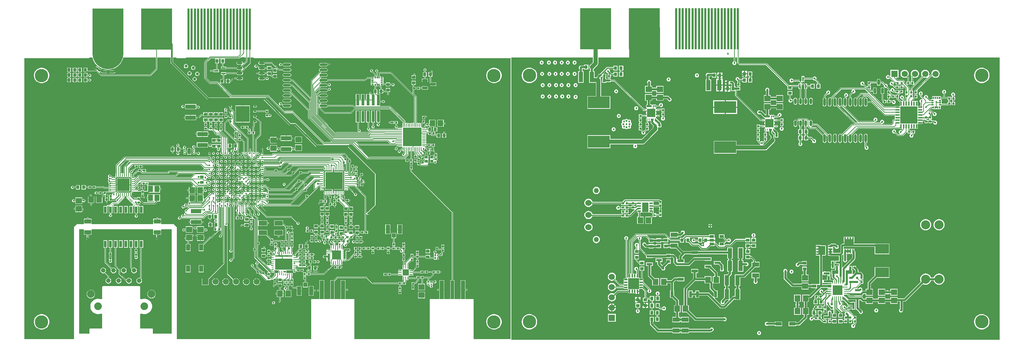
<source format=gtl>
G04*
G04 #@! TF.GenerationSoftware,Altium Limited,Altium Designer,21.5.1 (32)*
G04*
G04 Layer_Physical_Order=1*
G04 Layer_Color=255*
%FSLAX25Y25*%
%MOIN*%
G70*
G04*
G04 #@! TF.SameCoordinates,35C82D64-DDB0-4193-90F1-2314E746331E*
G04*
G04*
G04 #@! TF.FilePolarity,Positive*
G04*
G01*
G75*
%ADD10R,0.21260X0.11417*%
%ADD11R,0.21300X0.11400*%
%ADD12R,0.01775X0.04375*%
%ADD13O,0.02362X0.05709*%
%ADD14R,0.04000X0.01200*%
%ADD15R,0.01200X0.04000*%
%ADD16R,0.16500X0.16500*%
%ADD17O,0.02362X0.00945*%
%ADD18O,0.00945X0.02362*%
%ADD19R,0.08071X0.08071*%
%ADD20R,0.03347X0.01102*%
%ADD21R,0.01102X0.03347*%
%ADD22R,0.09646X0.09646*%
%ADD23R,0.10600X0.10600*%
%ADD24R,0.01200X0.03200*%
%ADD25R,0.03200X0.01200*%
%ADD26R,0.02362X0.01968*%
%ADD27R,0.01968X0.02362*%
%ADD28R,0.05906X0.05512*%
%ADD29R,0.02800X0.05900*%
%ADD30R,0.05900X0.02800*%
%ADD31R,0.01516X0.02717*%
%ADD32R,0.04075X0.02717*%
%ADD33R,0.06299X0.03347*%
%ADD34R,0.05512X0.05906*%
G04:AMPARAMS|DCode=35|XSize=51.18mil|YSize=23.62mil|CornerRadius=2.01mil|HoleSize=0mil|Usage=FLASHONLY|Rotation=90.000|XOffset=0mil|YOffset=0mil|HoleType=Round|Shape=RoundedRectangle|*
%AMROUNDEDRECTD35*
21,1,0.05118,0.01961,0,0,90.0*
21,1,0.04717,0.02362,0,0,90.0*
1,1,0.00402,0.00980,0.02358*
1,1,0.00402,0.00980,-0.02358*
1,1,0.00402,-0.00980,-0.02358*
1,1,0.00402,-0.00980,0.02358*
%
%ADD35ROUNDEDRECTD35*%
%ADD36R,0.02264X0.01378*%
%ADD37R,0.01378X0.02264*%
%ADD38R,0.04331X0.02559*%
%ADD39O,0.02362X0.07874*%
%ADD40R,0.03347X0.01378*%
%ADD41R,0.06299X0.09449*%
%ADD42R,0.03150X0.03543*%
%ADD43R,0.03543X0.03150*%
%ADD44R,0.06693X0.04331*%
%ADD45R,0.05709X0.02362*%
%ADD46R,0.01600X0.03900*%
%ADD47R,0.03900X0.01600*%
%ADD48R,0.13500X0.09500*%
%ADD49R,0.30300X0.40000*%
%ADD50R,0.01968X0.40000*%
%ADD51R,0.04331X0.10236*%
%ADD52C,0.02000*%
%ADD53C,0.01000*%
%ADD54C,0.00500*%
%ADD55C,0.04000*%
%ADD56C,0.00700*%
%ADD57C,0.30000*%
%ADD58C,0.00900*%
%ADD59O,0.02559X0.01772*%
%ADD60R,0.13386X0.15748*%
%ADD61R,0.18110X0.18110*%
%ADD62O,0.03740X0.00787*%
%ADD63O,0.00787X0.03740*%
%ADD64R,0.02000X0.02000*%
%ADD65R,0.05118X0.06102*%
%ADD66R,0.12205X0.12205*%
%ADD67O,0.03347X0.00984*%
%ADD68O,0.00984X0.03347*%
%ADD69R,0.01693X0.02224*%
%ADD70R,0.00906X0.02224*%
%ADD71R,0.02224X0.00906*%
%ADD72R,0.02224X0.01693*%
%ADD73R,0.05906X0.05906*%
%ADD74O,0.03543X0.00984*%
%ADD75O,0.00984X0.03543*%
%ADD76R,0.03386X0.05630*%
%ADD77O,0.01575X0.01181*%
%ADD78R,0.02992X0.06496*%
%ADD79R,0.03900X0.06100*%
%ADD80O,0.05709X0.02362*%
%ADD81R,0.04375X0.01775*%
G04:AMPARAMS|DCode=82|XSize=29.53mil|YSize=12.21mil|CornerRadius=1.95mil|HoleSize=0mil|Usage=FLASHONLY|Rotation=0.000|XOffset=0mil|YOffset=0mil|HoleType=Round|Shape=RoundedRectangle|*
%AMROUNDEDRECTD82*
21,1,0.02953,0.00830,0,0,0.0*
21,1,0.02562,0.01221,0,0,0.0*
1,1,0.00391,0.01281,-0.00415*
1,1,0.00391,-0.01281,-0.00415*
1,1,0.00391,-0.01281,0.00415*
1,1,0.00391,0.01281,0.00415*
%
%ADD82ROUNDEDRECTD82*%
G04:AMPARAMS|DCode=83|XSize=165.35mil|YSize=15.75mil|CornerRadius=1.97mil|HoleSize=0mil|Usage=FLASHONLY|Rotation=0.000|XOffset=0mil|YOffset=0mil|HoleType=Round|Shape=RoundedRectangle|*
%AMROUNDEDRECTD83*
21,1,0.16535,0.01181,0,0,0.0*
21,1,0.16142,0.01575,0,0,0.0*
1,1,0.00394,0.08071,-0.00591*
1,1,0.00394,-0.08071,-0.00591*
1,1,0.00394,-0.08071,0.00591*
1,1,0.00394,0.08071,0.00591*
%
%ADD83ROUNDEDRECTD83*%
G04:AMPARAMS|DCode=84|XSize=9.84mil|YSize=19.68mil|CornerRadius=1.97mil|HoleSize=0mil|Usage=FLASHONLY|Rotation=90.000|XOffset=0mil|YOffset=0mil|HoleType=Round|Shape=RoundedRectangle|*
%AMROUNDEDRECTD84*
21,1,0.00984,0.01575,0,0,90.0*
21,1,0.00591,0.01968,0,0,90.0*
1,1,0.00394,0.00787,0.00295*
1,1,0.00394,0.00787,-0.00295*
1,1,0.00394,-0.00787,-0.00295*
1,1,0.00394,-0.00787,0.00295*
%
%ADD84ROUNDEDRECTD84*%
G04:AMPARAMS|DCode=85|XSize=9.84mil|YSize=19.68mil|CornerRadius=1.97mil|HoleSize=0mil|Usage=FLASHONLY|Rotation=0.000|XOffset=0mil|YOffset=0mil|HoleType=Round|Shape=RoundedRectangle|*
%AMROUNDEDRECTD85*
21,1,0.00984,0.01575,0,0,0.0*
21,1,0.00591,0.01968,0,0,0.0*
1,1,0.00394,0.00295,-0.00787*
1,1,0.00394,-0.00295,-0.00787*
1,1,0.00394,-0.00295,0.00787*
1,1,0.00394,0.00295,0.00787*
%
%ADD85ROUNDEDRECTD85*%
G04:AMPARAMS|DCode=86|XSize=9.84mil|YSize=43.31mil|CornerRadius=1.97mil|HoleSize=0mil|Usage=FLASHONLY|Rotation=0.000|XOffset=0mil|YOffset=0mil|HoleType=Round|Shape=RoundedRectangle|*
%AMROUNDEDRECTD86*
21,1,0.00984,0.03937,0,0,0.0*
21,1,0.00591,0.04331,0,0,0.0*
1,1,0.00394,0.00295,-0.01968*
1,1,0.00394,-0.00295,-0.01968*
1,1,0.00394,-0.00295,0.01968*
1,1,0.00394,0.00295,0.01968*
%
%ADD86ROUNDEDRECTD86*%
G04:AMPARAMS|DCode=87|XSize=165.35mil|YSize=109.84mil|CornerRadius=2.2mil|HoleSize=0mil|Usage=FLASHONLY|Rotation=0.000|XOffset=0mil|YOffset=0mil|HoleType=Round|Shape=RoundedRectangle|*
%AMROUNDEDRECTD87*
21,1,0.16535,0.10545,0,0,0.0*
21,1,0.16096,0.10984,0,0,0.0*
1,1,0.00439,0.08048,-0.05272*
1,1,0.00439,-0.08048,-0.05272*
1,1,0.00439,-0.08048,0.05272*
1,1,0.00439,0.08048,0.05272*
%
%ADD87ROUNDEDRECTD87*%
%ADD88C,0.01772*%
%ADD89R,0.02913X0.10984*%
%ADD90R,0.02953X0.02756*%
%ADD91R,0.07900X0.04700*%
%ADD92R,0.16929X0.16929*%
%ADD93O,0.03150X0.00984*%
%ADD94O,0.00984X0.03150*%
%ADD95O,0.07874X0.02362*%
%ADD96R,0.09055X0.09055*%
%ADD97R,0.01378X0.02264*%
%ADD98R,0.02264X0.01378*%
G04:AMPARAMS|DCode=99|XSize=51.18mil|YSize=23.62mil|CornerRadius=2.01mil|HoleSize=0mil|Usage=FLASHONLY|Rotation=0.000|XOffset=0mil|YOffset=0mil|HoleType=Round|Shape=RoundedRectangle|*
%AMROUNDEDRECTD99*
21,1,0.05118,0.01961,0,0,0.0*
21,1,0.04717,0.02362,0,0,0.0*
1,1,0.00402,0.02358,-0.00980*
1,1,0.00402,-0.02358,-0.00980*
1,1,0.00402,-0.02358,0.00980*
1,1,0.00402,0.02358,0.00980*
%
%ADD99ROUNDEDRECTD99*%
%ADD100R,0.04134X0.08661*%
%ADD101R,0.03937X0.04134*%
%ADD102R,0.03937X0.17953*%
%ADD103R,0.03347X0.17953*%
%ADD104R,0.02000X0.02000*%
%ADD105R,0.10236X0.04331*%
%ADD106C,0.00578*%
%ADD107C,0.00679*%
%ADD108C,0.00451*%
%ADD109C,0.01500*%
%ADD110C,0.08800*%
%ADD111C,0.05000*%
%ADD112C,0.06000*%
%ADD113C,0.13000*%
%ADD114C,0.01968*%
%ADD115C,0.05906*%
%ADD116R,0.05906X0.05906*%
%ADD117C,0.01800*%
%ADD118C,0.07400*%
%ADD119C,0.04500*%
%ADD120C,0.03000*%
%ADD121C,0.02000*%
G36*
X280059Y375038D02*
X276483Y371462D01*
X276291Y371000D01*
Y355104D01*
X276483Y354641D01*
X281086Y350038D01*
X281549Y349846D01*
X288674D01*
X301432Y337088D01*
X301241Y336626D01*
X280412D01*
X245871Y371166D01*
Y375500D01*
X249327D01*
X249388Y375193D01*
X249562Y374932D01*
X249823Y374758D01*
X250130Y374697D01*
X257630D01*
X257937Y374758D01*
X258198Y374932D01*
X258372Y375193D01*
X258433Y375500D01*
X279867D01*
X280059Y375038D01*
D02*
G37*
G36*
X292272Y374126D02*
Y369874D01*
X293547D01*
Y366498D01*
X292447D01*
Y364014D01*
X297531D01*
Y364346D01*
X307634D01*
X307937Y363893D01*
X308445Y363554D01*
X309044Y363435D01*
X312348D01*
X312431Y363337D01*
X312584Y362963D01*
X312014Y362394D01*
X311823Y361931D01*
Y361565D01*
X309044D01*
X308445Y361446D01*
X307937Y361107D01*
X307634Y360654D01*
X297531D01*
Y360986D01*
X292447D01*
Y358502D01*
X294335D01*
Y354626D01*
X291760D01*
Y351176D01*
X291299Y350985D01*
X290321Y351962D01*
X289858Y352154D01*
X282234D01*
X278600Y355789D01*
Y370315D01*
X282631Y374346D01*
X286358D01*
X286765Y374122D01*
X286765Y373846D01*
Y372175D01*
X288690D01*
X290614D01*
Y373846D01*
X290614Y374122D01*
X291021Y374346D01*
X291863D01*
X292272Y374126D01*
D02*
G37*
G36*
X316941Y372321D02*
X314427Y369807D01*
X314087Y369946D01*
X313949Y370035D01*
X313837Y370599D01*
X313497Y371107D01*
X312989Y371446D01*
X312390Y371566D01*
X309044D01*
X308445Y371446D01*
X307937Y371107D01*
X307598Y370599D01*
X307478Y370000D01*
X307598Y369401D01*
X307937Y368893D01*
X308445Y368554D01*
X309044Y368435D01*
X312348D01*
X312431Y368337D01*
X312584Y367963D01*
X312014Y367394D01*
X311823Y366931D01*
Y366565D01*
X309044D01*
X308445Y366446D01*
X307937Y366107D01*
X307634Y365654D01*
X297531D01*
Y366498D01*
X294855D01*
Y369874D01*
X296130D01*
Y374126D01*
X296539Y374346D01*
X309946D01*
X310408Y374537D01*
X311370Y375500D01*
X316941D01*
Y372321D01*
D02*
G37*
G36*
X320091Y370471D02*
X314427Y364807D01*
X314087Y364946D01*
X313949Y365035D01*
X313837Y365599D01*
X313497Y366107D01*
X313308Y366233D01*
X313266Y366796D01*
X318058Y371587D01*
X318250Y372050D01*
Y375500D01*
X320091D01*
Y370471D01*
D02*
G37*
G36*
X480154Y337367D02*
Y311931D01*
X480059Y311856D01*
X479654Y311709D01*
X479525Y311795D01*
X479233Y311853D01*
X478941Y311795D01*
X478694Y311630D01*
X478197D01*
X477950Y311795D01*
X477658Y311853D01*
X477366Y311795D01*
X477119Y311630D01*
X476622D01*
X476375Y311795D01*
X476083Y311853D01*
X475791Y311795D01*
X475544Y311630D01*
X475048D01*
X474800Y311795D01*
X474508Y311853D01*
X474217Y311795D01*
X473969Y311630D01*
X473473D01*
X473225Y311795D01*
X472934Y311853D01*
X472642Y311795D01*
X472513Y311709D01*
X472107Y311856D01*
X472013Y311931D01*
Y313263D01*
X471821Y313726D01*
X457615Y327932D01*
X457153Y328124D01*
X447739D01*
X447257Y328165D01*
Y331846D01*
X449201D01*
X449259Y331707D01*
X449652Y331313D01*
X450167Y331100D01*
X450724D01*
X451238Y331313D01*
X451632Y331707D01*
X451846Y332222D01*
Y332779D01*
X451632Y333293D01*
X451238Y333687D01*
X450724Y333900D01*
X450167D01*
X449652Y333687D01*
X449259Y333293D01*
X449201Y333154D01*
X447257D01*
Y339858D01*
X444738D01*
X444696Y339906D01*
X444619Y340374D01*
X444619D01*
Y344626D01*
X443131D01*
Y347421D01*
X443520D01*
Y347426D01*
X444271D01*
Y348907D01*
X444621D01*
Y347426D01*
X446239D01*
Y348907D01*
X446589D01*
Y347364D01*
X447547Y346406D01*
Y344622D01*
X446277D01*
Y342675D01*
X448201D01*
Y342500D01*
X448376D01*
Y340378D01*
X450126D01*
Y341846D01*
X452824D01*
Y341819D01*
X454291D01*
Y338000D01*
X454483Y337538D01*
X454946Y337346D01*
X455408Y337538D01*
X455600Y338000D01*
Y341819D01*
X457067D01*
Y343569D01*
X454945D01*
X452824D01*
Y343154D01*
X450126D01*
Y344622D01*
X448855D01*
Y346677D01*
X448664Y347140D01*
X447800Y348004D01*
X448007Y348504D01*
X450508D01*
Y348893D01*
X452819D01*
Y347327D01*
X457071D01*
Y348346D01*
X458701D01*
X458759Y348207D01*
X459152Y347813D01*
X459667Y347600D01*
X460224D01*
X460739Y347813D01*
X461132Y348207D01*
X461345Y348722D01*
Y349278D01*
X461132Y349793D01*
X460739Y350187D01*
X460224Y350400D01*
X459667D01*
X459152Y350187D01*
X458759Y349793D01*
X458701Y349654D01*
X457071D01*
Y351185D01*
X452819D01*
Y350201D01*
X450508D01*
Y352441D01*
Y356496D01*
X447536Y356496D01*
X447457Y356963D01*
Y357579D01*
X447068D01*
Y359846D01*
X457675D01*
X480154Y337367D01*
D02*
G37*
G36*
X438382Y354410D02*
X438387D01*
Y353659D01*
X439869D01*
Y353309D01*
X438387D01*
Y351691D01*
X439869D01*
Y351341D01*
X438387D01*
Y350590D01*
X438382D01*
Y348504D01*
X441355D01*
X441434Y348037D01*
Y347421D01*
X441823D01*
Y344626D01*
X440760D01*
Y340374D01*
X441549D01*
X441560Y340354D01*
X441260Y339854D01*
X440620D01*
Y334012D01*
X440270D01*
Y339854D01*
X439564D01*
X438297Y341121D01*
Y342303D01*
X438105Y342765D01*
X437908Y342963D01*
X437445Y343154D01*
X436983Y342963D01*
X436791Y342500D01*
X436983Y342038D01*
X436989Y342032D01*
Y340850D01*
X437180Y340388D01*
X437214Y340354D01*
X437007Y339854D01*
X435620D01*
Y334012D01*
X435270D01*
Y339854D01*
X433639D01*
Y334666D01*
X432483D01*
X432284Y335166D01*
X432306Y335219D01*
X432252Y335349D01*
Y339854D01*
X430620D01*
Y334012D01*
X430270D01*
Y339854D01*
X428639D01*
Y334666D01*
X427252D01*
Y339854D01*
X425620D01*
Y334012D01*
X425445D01*
Y333837D01*
X423639D01*
Y328170D01*
X423158Y328124D01*
X422344D01*
X421505Y328962D01*
X421042Y329154D01*
X396327D01*
X396025Y329607D01*
X395517Y329946D01*
X394918Y330065D01*
X389448D01*
X389366Y330163D01*
X389213Y330537D01*
X389782Y331106D01*
X389974Y331569D01*
Y331934D01*
X394918D01*
X395517Y332054D01*
X396025Y332393D01*
X396364Y332901D01*
X396483Y333500D01*
X396364Y334099D01*
X396025Y334607D01*
X395517Y334946D01*
X394918Y335066D01*
X389406D01*
X388807Y334946D01*
X388299Y334607D01*
X387960Y334099D01*
X387841Y333500D01*
X387960Y332901D01*
X388299Y332393D01*
X388489Y332266D01*
X388530Y331704D01*
X387291Y330465D01*
X386829Y330657D01*
Y336929D01*
X387562Y337662D01*
X388151Y337615D01*
X388299Y337393D01*
X388807Y337054D01*
X389406Y336934D01*
X394918D01*
X395517Y337054D01*
X396025Y337393D01*
X396364Y337901D01*
X396483Y338500D01*
X396364Y339099D01*
X396025Y339607D01*
X395517Y339946D01*
X394918Y340066D01*
X389406D01*
X388807Y339946D01*
X388299Y339607D01*
X387997Y339154D01*
X387475D01*
X387013Y338963D01*
X386100Y338050D01*
X385600Y338257D01*
Y338768D01*
X388872Y342041D01*
X389406Y341934D01*
X394918D01*
X395517Y342054D01*
X396025Y342393D01*
X396364Y342901D01*
X396404Y343101D01*
X396849D01*
X397256Y343270D01*
X397667Y343100D01*
X398224D01*
X398739Y343313D01*
X399132Y343707D01*
X399345Y344221D01*
Y344778D01*
X399132Y345293D01*
X398739Y345687D01*
X398224Y345900D01*
X397667D01*
X397152Y345687D01*
X396759Y345293D01*
X396546Y344778D01*
Y344728D01*
X396045Y344576D01*
X396025Y344607D01*
X395517Y344946D01*
X394918Y345065D01*
X389406D01*
X388807Y344946D01*
X388299Y344607D01*
X387960Y344099D01*
X387841Y343500D01*
X387947Y342966D01*
X385062Y340080D01*
X384600Y340272D01*
Y341729D01*
X389523Y346652D01*
X389640Y346935D01*
X394918D01*
X395517Y347054D01*
X396025Y347393D01*
X396364Y347901D01*
X396392Y348040D01*
X396876Y348090D01*
X397152Y347813D01*
X397667Y347600D01*
X398224D01*
X398739Y347813D01*
X399132Y348207D01*
X399345Y348722D01*
Y349278D01*
X399132Y349793D01*
X398739Y350187D01*
X398224Y350400D01*
X397667D01*
X397152Y350187D01*
X396759Y349793D01*
X396620Y349459D01*
X396136Y349441D01*
X396025Y349607D01*
X395517Y349946D01*
X394918Y350065D01*
X389448D01*
X389366Y350163D01*
X389213Y350537D01*
X389782Y351106D01*
X389974Y351569D01*
Y351935D01*
X394918D01*
X395517Y352054D01*
X396025Y352393D01*
X396327Y352846D01*
X432445D01*
X432908Y353038D01*
X434669Y354799D01*
X438382D01*
Y354410D01*
D02*
G37*
G36*
X1049950Y100550D02*
X574950D01*
Y375550D01*
X654401D01*
Y370850D01*
X651873Y368321D01*
X651131D01*
Y367444D01*
X650851Y367025D01*
X650657Y366050D01*
X650851Y365074D01*
X651131Y364655D01*
Y363778D01*
X651706D01*
Y362168D01*
X650600D01*
Y350932D01*
X653184D01*
X653430Y350883D01*
X657145D01*
Y337850D01*
X648800D01*
Y325450D01*
X671100D01*
Y337850D01*
X662243D01*
Y353050D01*
X662049Y354025D01*
X661769Y354444D01*
Y355321D01*
X661224D01*
Y355873D01*
X661916Y356565D01*
X663163D01*
Y358257D01*
X663237Y358322D01*
X663735Y358095D01*
X663737Y358089D01*
Y356565D01*
X663783D01*
Y355321D01*
X663131D01*
Y350778D01*
X667281D01*
Y351536D01*
X668466D01*
Y351400D01*
X671434D01*
Y352301D01*
X674917D01*
X702780Y324437D01*
X702833Y324170D01*
X703048Y323849D01*
X703370Y323634D01*
X703749Y323558D01*
X705166D01*
X705546Y323634D01*
X705868Y323849D01*
X705918Y323924D01*
X706418Y323773D01*
Y322946D01*
X706034Y322371D01*
X705880Y321597D01*
X706034Y320822D01*
X706418Y320247D01*
Y319421D01*
X705918Y319270D01*
X705868Y319345D01*
X705546Y319560D01*
X705166Y319636D01*
X703749D01*
X703370Y319560D01*
X703143Y319409D01*
X701934D01*
Y320199D01*
X698966D01*
Y316837D01*
X701934D01*
Y317880D01*
X703143D01*
X703370Y317728D01*
X703749Y317653D01*
X705166D01*
X705546Y317728D01*
X705868Y317943D01*
X705918Y318019D01*
X706418Y317867D01*
Y317061D01*
X706418Y317061D01*
X706402Y316568D01*
X706316Y316510D01*
X706101Y316189D01*
X706025Y315809D01*
Y314392D01*
X706101Y314012D01*
X706252Y313786D01*
Y311699D01*
X705466D01*
Y308337D01*
X708434D01*
Y311699D01*
X707781D01*
Y313543D01*
X708272Y313692D01*
X708308Y313675D01*
X708606Y313476D01*
X708985Y313400D01*
X709365Y313476D01*
X709686Y313691D01*
X710110D01*
X710533Y313307D01*
Y312076D01*
X710649Y311490D01*
X710980Y310994D01*
X713162Y308813D01*
X712717Y308147D01*
X712523Y307172D01*
Y306728D01*
X701794Y295999D01*
X671100D01*
Y299650D01*
X648800D01*
Y287250D01*
X671100D01*
Y290901D01*
X693900D01*
X694046Y290512D01*
X694068Y290401D01*
X693660Y289791D01*
X693513Y289050D01*
X693660Y288308D01*
X694080Y287680D01*
X694709Y287260D01*
X695450Y287112D01*
X696191Y287260D01*
X696820Y287680D01*
X697240Y288308D01*
X697387Y289050D01*
X697240Y289791D01*
X696832Y290401D01*
X696854Y290512D01*
X697000Y290901D01*
X702850D01*
X703826Y291095D01*
X704652Y291647D01*
X716874Y303869D01*
X717427Y304696D01*
X717621Y305672D01*
Y307172D01*
X717620Y307179D01*
X717937Y307565D01*
X718798D01*
X719025Y307520D01*
X719190D01*
X719417Y307565D01*
X720871D01*
Y310534D01*
X720538D01*
Y310982D01*
X720422Y311567D01*
X720090Y312064D01*
X716476Y315678D01*
X715980Y316010D01*
X715837Y316038D01*
X715807Y316189D01*
X715592Y316510D01*
X715505Y316568D01*
X715489Y317061D01*
X715489Y317061D01*
X715489Y317061D01*
Y317868D01*
X715989Y318020D01*
X716040Y317943D01*
X716362Y317728D01*
X716741Y317653D01*
X718159D01*
X718538Y317728D01*
X718860Y317943D01*
X719075Y318265D01*
X719150Y318644D01*
X719075Y319024D01*
X718860Y319345D01*
X718538Y319560D01*
X718159Y319636D01*
X716741D01*
X716362Y319560D01*
X716040Y319345D01*
X715989Y319269D01*
X715489Y319420D01*
Y320246D01*
X715874Y320822D01*
X716028Y321597D01*
X715874Y322371D01*
X715489Y322947D01*
Y323774D01*
X715989Y323925D01*
X716040Y323849D01*
X716362Y323634D01*
X716741Y323558D01*
X718159D01*
X718538Y323634D01*
X718765Y323785D01*
X720966D01*
Y322337D01*
X723934D01*
Y325699D01*
X720966D01*
Y325314D01*
X718765D01*
X718538Y325466D01*
X718159Y325541D01*
X716741D01*
X716362Y325466D01*
X716040Y325251D01*
X715989Y325174D01*
X715489Y325326D01*
Y326132D01*
X715489Y326132D01*
X715506Y326625D01*
X715592Y326683D01*
X715807Y327005D01*
X715871Y327328D01*
X719493D01*
X719581Y327345D01*
X719709Y327260D01*
X720450Y327113D01*
X721191Y327260D01*
X721820Y327680D01*
X722240Y328308D01*
X722387Y329050D01*
X722240Y329791D01*
X721820Y330419D01*
X721191Y330839D01*
X720450Y330987D01*
X719709Y330839D01*
X719080Y330419D01*
X718660Y329791D01*
X718513Y329050D01*
X718355Y328857D01*
X715871D01*
X715807Y329181D01*
X715592Y329502D01*
X715270Y329717D01*
X714891Y329793D01*
X714511Y329717D01*
X714189Y329502D01*
X713623D01*
X713302Y329717D01*
X712922Y329793D01*
X712543Y329717D01*
X712221Y329502D01*
X711655D01*
X711333Y329717D01*
X710954Y329793D01*
X710574Y329717D01*
X710479Y329654D01*
X709979Y329777D01*
Y333357D01*
X711903D01*
Y335083D01*
X715997D01*
Y333357D01*
X722903D01*
Y335083D01*
X726254D01*
X727069Y334268D01*
X727160Y333808D01*
X727580Y333180D01*
X728209Y332760D01*
X728950Y332612D01*
X729691Y332760D01*
X730320Y333180D01*
X730740Y333808D01*
X730887Y334550D01*
X730740Y335291D01*
X730320Y335919D01*
X729691Y336339D01*
X729232Y336431D01*
X727969Y337694D01*
X727472Y338026D01*
X726887Y338142D01*
X722903D01*
Y339869D01*
X715997D01*
Y338142D01*
X711903D01*
Y339869D01*
X704997D01*
Y333357D01*
X706921D01*
Y329774D01*
X706637Y329717D01*
X706316Y329502D01*
X706101Y329181D01*
X706025Y328801D01*
Y328790D01*
X705950Y328678D01*
X705834Y328093D01*
X705950Y327507D01*
X706025Y327395D01*
Y327384D01*
X706101Y327005D01*
X706316Y326683D01*
X706401Y326625D01*
X706418Y326132D01*
X706418Y326132D01*
X706418Y326132D01*
Y325327D01*
X705918Y325175D01*
X705868Y325251D01*
X705546Y325466D01*
X705166Y325541D01*
X703839D01*
X675774Y353606D01*
X675526Y353772D01*
X675234Y353830D01*
X671434D01*
Y354762D01*
X668466D01*
Y354595D01*
X667281D01*
Y355321D01*
X666842D01*
Y356565D01*
X667100D01*
Y359534D01*
X665645D01*
X665418Y359579D01*
X665328D01*
X665101Y359534D01*
X664711D01*
X664520Y359996D01*
X666584Y362060D01*
X667080Y361848D01*
X667194Y361275D01*
X667614Y360646D01*
X668242Y360226D01*
X668930Y360089D01*
Y358699D01*
X668466D01*
Y355337D01*
X671434D01*
Y357636D01*
X671934Y358033D01*
X671950Y358030D01*
X674119D01*
Y356778D01*
X678269D01*
Y361321D01*
X674119D01*
Y360069D01*
X672372D01*
X670839Y361603D01*
X670921Y362016D01*
X670773Y362757D01*
X670353Y363386D01*
X670138Y363530D01*
X670289Y364030D01*
X674119D01*
Y362778D01*
X678269D01*
Y367321D01*
X674119D01*
Y366069D01*
X668132D01*
X667742Y365992D01*
X667411Y365771D01*
X661442Y359801D01*
X661286Y359569D01*
X661237Y359579D01*
X661011Y359534D01*
X659800D01*
Y358776D01*
X658613Y357588D01*
X658281Y357092D01*
X658165Y356506D01*
Y355981D01*
X655930D01*
Y362168D01*
X654765D01*
Y363778D01*
X655281D01*
Y364520D01*
X658752Y367991D01*
X659305Y368818D01*
X659499Y369794D01*
Y375550D01*
X791185D01*
Y371824D01*
X790580Y371420D01*
X790160Y370791D01*
X790013Y370050D01*
X790160Y369308D01*
X790580Y368680D01*
X791209Y368260D01*
X791950Y368112D01*
X792691Y368260D01*
X793320Y368680D01*
X793740Y369308D01*
X793887Y370050D01*
X793740Y370791D01*
X793320Y371420D01*
X792715Y371824D01*
Y375550D01*
X794685D01*
Y370550D01*
X794743Y370257D01*
X794909Y370009D01*
X796409Y368509D01*
X796657Y368343D01*
X796950Y368285D01*
X822692D01*
X843678Y347299D01*
Y344231D01*
X848222D01*
Y346785D01*
X854357D01*
Y344862D01*
X855479D01*
Y335962D01*
X855032Y335663D01*
X854661Y335107D01*
X854530Y334451D01*
Y331105D01*
X854661Y330449D01*
X855032Y329893D01*
X855588Y329521D01*
X856244Y329391D01*
X856900Y329521D01*
X857456Y329893D01*
X857828Y330449D01*
X857958Y331105D01*
Y334451D01*
X857828Y335107D01*
X857456Y335663D01*
X857009Y335962D01*
Y344862D01*
X857131D01*
Y349270D01*
X857593Y349462D01*
X858109Y348946D01*
X858357Y348781D01*
X858649Y348722D01*
X858649Y348722D01*
X859869D01*
Y344862D01*
X860479D01*
Y335962D01*
X860032Y335663D01*
X859661Y335107D01*
X859530Y334451D01*
Y331105D01*
X859661Y330449D01*
X860032Y329893D01*
X860588Y329521D01*
X861244Y329391D01*
X861900Y329521D01*
X862456Y329893D01*
X862828Y330449D01*
X862958Y331105D01*
Y334451D01*
X862828Y335107D01*
X862456Y335663D01*
X862009Y335962D01*
Y344862D01*
X862643D01*
Y346785D01*
X865913D01*
Y345278D01*
X870063D01*
Y349821D01*
X865913D01*
Y348314D01*
X862643D01*
Y350237D01*
X860692D01*
X860618Y350252D01*
X858966D01*
X857731Y351487D01*
X857922Y351949D01*
X859887D01*
Y354285D01*
X868176D01*
X868580Y353680D01*
X869209Y353260D01*
X869950Y353113D01*
X870664Y353254D01*
X872735Y351183D01*
Y349821D01*
X871425D01*
Y345278D01*
X875575D01*
Y349821D01*
X874265D01*
Y351500D01*
X874207Y351792D01*
X874041Y352040D01*
X871745Y354336D01*
X871887Y355050D01*
X871740Y355791D01*
X871320Y356419D01*
X870691Y356839D01*
X869950Y356987D01*
X869209Y356839D01*
X868580Y356419D01*
X868176Y355814D01*
X859887D01*
Y357324D01*
X857113D01*
Y352759D01*
X856651Y352567D01*
X855627Y353590D01*
X855379Y353756D01*
X855087Y353814D01*
X849224D01*
X848820Y354419D01*
X848191Y354839D01*
X847450Y354987D01*
X846709Y354839D01*
X846080Y354419D01*
X845660Y353791D01*
X845513Y353050D01*
X845660Y352308D01*
X846080Y351680D01*
X846709Y351260D01*
X847450Y351113D01*
X848191Y351260D01*
X848820Y351680D01*
X849224Y352285D01*
X854770D01*
X856356Y350699D01*
X856164Y350237D01*
X854357D01*
Y348314D01*
X848222D01*
Y348380D01*
X844760D01*
X823550Y369590D01*
X823302Y369756D01*
X823009Y369814D01*
X797267D01*
X796215Y370866D01*
Y375550D01*
X1049950D01*
Y100550D01*
D02*
G37*
G36*
X421610Y327007D02*
X422073Y326816D01*
X456569D01*
X456680Y326654D01*
X456418Y326154D01*
X422945D01*
X422483Y325962D01*
X418675Y322154D01*
X393522D01*
X389213Y326463D01*
X389366Y326837D01*
X389448Y326935D01*
X394918D01*
X395517Y327054D01*
X396025Y327393D01*
X396327Y327846D01*
X420772D01*
X421610Y327007D01*
D02*
G37*
G36*
X324388Y375193D02*
X324562Y374932D01*
X324823Y374758D01*
X325130Y374697D01*
X574327D01*
Y101303D01*
X538130D01*
Y140000D01*
X530263D01*
Y148346D01*
X532945D01*
X533408Y148538D01*
X533600Y149000D01*
X533408Y149462D01*
X532945Y149654D01*
X530263D01*
Y158503D01*
X528120D01*
Y149177D01*
X527945D01*
Y149002D01*
X525626D01*
Y140000D01*
X519658D01*
Y158508D01*
X518100D01*
Y225000D01*
X517908Y225463D01*
X478100Y265271D01*
Y266496D01*
X478784D01*
Y269567D01*
X476107D01*
Y266496D01*
X476791D01*
Y265000D01*
X476983Y264538D01*
X516791Y224729D01*
Y158508D01*
X515602D01*
Y140000D01*
X509633D01*
Y149002D01*
X507315D01*
Y149177D01*
X507140D01*
Y158503D01*
X504996D01*
Y149654D01*
X501945D01*
X501483Y149462D01*
X501291Y149000D01*
X501483Y148538D01*
X501945Y148346D01*
X504996D01*
Y140000D01*
X495630D01*
Y101303D01*
X422130D01*
Y140000D01*
X413579D01*
Y148521D01*
X416768D01*
X417019Y148571D01*
X417232Y148713D01*
X417374Y148926D01*
X417424Y149177D01*
X417374Y149428D01*
X417232Y149641D01*
X417019Y149783D01*
X416768Y149833D01*
X413579D01*
Y158503D01*
X411435D01*
Y149177D01*
X411260D01*
Y149002D01*
X408942D01*
Y140000D01*
X402973D01*
Y157508D01*
X405961Y160496D01*
X434209D01*
X439667Y155037D01*
X440130Y154846D01*
X465126D01*
Y154161D01*
X466007D01*
Y152004D01*
X465291D01*
Y148933D01*
X467969D01*
Y152004D01*
X467315D01*
Y154161D01*
X468197D01*
Y156839D01*
X465126D01*
Y156154D01*
X440401D01*
X434942Y161612D01*
X434480Y161804D01*
X405882D01*
X405615Y161857D01*
X405344Y161803D01*
X405115Y161650D01*
X401973Y158508D01*
X398918D01*
Y140000D01*
X392949D01*
Y149002D01*
X390631D01*
Y149177D01*
X390456D01*
Y158503D01*
X388312D01*
Y149156D01*
X382669D01*
Y152681D01*
X380428D01*
Y148000D01*
Y143319D01*
X382669D01*
Y147844D01*
X388312D01*
Y140000D01*
X380130D01*
Y101303D01*
X249630D01*
Y210000D01*
X246630Y213000D01*
X234518D01*
X234142Y213300D01*
X234142Y213500D01*
Y215640D01*
X226749D01*
Y213500D01*
X226749Y213300D01*
X226373Y213000D01*
X167018D01*
X166642Y213300D01*
X166642Y213500D01*
Y215640D01*
X162945D01*
X159249D01*
Y213500D01*
X159249Y213300D01*
X158873Y213000D01*
X152130D01*
X149630Y210500D01*
Y101303D01*
X101303D01*
Y374697D01*
X163630D01*
X163937Y374758D01*
X164198Y374932D01*
X164372Y375193D01*
X164433Y375500D01*
X167495D01*
X167798Y374241D01*
X168722Y372008D01*
X169985Y369947D01*
X171555Y368109D01*
X173392Y366540D01*
X175453Y365277D01*
X177686Y364352D01*
X180036Y363788D01*
X182446Y363598D01*
X184855Y363788D01*
X187205Y364352D01*
X189438Y365277D01*
X191498Y366540D01*
X193336Y368109D01*
X194906Y369947D01*
X196169Y372008D01*
X197093Y374241D01*
X197396Y375500D01*
X229191D01*
Y364671D01*
X223425Y358904D01*
X176192D01*
X174286Y360810D01*
X174493Y361311D01*
X175788D01*
X175917Y361224D01*
X176069Y361194D01*
X176740Y360524D01*
X176740Y360524D01*
X177188Y360224D01*
X177716Y360119D01*
X188175D01*
X188175Y360119D01*
X188703Y360224D01*
X189151Y360524D01*
X189822Y361194D01*
X189974Y361224D01*
X190422Y361524D01*
X190721Y361972D01*
X190826Y362500D01*
X190721Y363028D01*
X190422Y363476D01*
X189974Y363776D01*
X189445Y363881D01*
X189175D01*
X188646Y363776D01*
X188198Y363476D01*
X188198Y363476D01*
X187603Y362881D01*
X178288D01*
X177692Y363476D01*
X177244Y363776D01*
X176995Y363825D01*
X176783Y363967D01*
X176254Y364072D01*
X176254Y364072D01*
X174826D01*
X172613Y366285D01*
X172165Y366584D01*
X171637Y366689D01*
X171637Y366689D01*
X170603D01*
X170474Y366776D01*
X169946Y366881D01*
X169417Y366776D01*
X168969Y366476D01*
X168670Y366028D01*
X168565Y365500D01*
X168670Y364972D01*
X168969Y364524D01*
X169160Y364332D01*
X169160Y364332D01*
X169608Y364033D01*
X170137Y363928D01*
X170137Y363928D01*
X171065D01*
X171860Y363133D01*
X171653Y362632D01*
X162630D01*
Y365626D01*
X158772D01*
Y361374D01*
X161906D01*
X162026Y361324D01*
X171922D01*
X175459Y357787D01*
X175922Y357596D01*
X223695D01*
X224158Y357787D01*
X230308Y363937D01*
X230500Y364400D01*
Y375500D01*
X243619D01*
Y370700D01*
X243705Y370269D01*
X243949Y369904D01*
X279149Y334704D01*
X279515Y334460D01*
X279945Y334374D01*
X333979D01*
X358899Y309454D01*
X359265Y309210D01*
X359696Y309124D01*
X364229D01*
X384649Y288704D01*
X385015Y288460D01*
X385445Y288374D01*
X415979D01*
X442319Y262034D01*
Y231966D01*
X435253Y224900D01*
X435167D01*
X434652Y224687D01*
X434259Y224293D01*
X434046Y223779D01*
X433568Y223833D01*
Y240032D01*
X433377Y240494D01*
X424209Y249661D01*
X424416Y250161D01*
X427044D01*
Y252839D01*
X424898D01*
X424727Y253010D01*
X424361Y253161D01*
X424460Y253661D01*
X427012D01*
Y255414D01*
X427383Y255784D01*
X427883Y255577D01*
Y255175D01*
X429239D01*
Y256334D01*
X428389D01*
X428266Y256725D01*
X428260Y256834D01*
X428632Y257207D01*
X428846Y257721D01*
Y258278D01*
X428632Y258793D01*
X428238Y259187D01*
X428261Y259706D01*
X428701Y260146D01*
X430484D01*
Y262854D01*
X427776D01*
Y261071D01*
X426983Y260278D01*
X426791Y259816D01*
Y259244D01*
X426652Y259187D01*
X426259Y258793D01*
X426046Y258278D01*
Y257721D01*
X426259Y257207D01*
X426543Y256923D01*
Y256794D01*
X426087Y256339D01*
X423971D01*
X423632Y256707D01*
X423845Y257222D01*
Y257779D01*
X423632Y258293D01*
X423429Y258496D01*
X423636Y258996D01*
X425284D01*
Y262067D01*
X422607D01*
Y261075D01*
X419599D01*
X419408Y261537D01*
X420028Y262158D01*
X420167Y262100D01*
X420724D01*
X421239Y262313D01*
X421632Y262707D01*
X421845Y263222D01*
Y263778D01*
X421632Y264293D01*
X421239Y264687D01*
X421100Y264744D01*
Y268146D01*
X421984D01*
Y270854D01*
X419276D01*
Y268146D01*
X419791D01*
Y264744D01*
X419652Y264687D01*
X419259Y264293D01*
X419045Y263778D01*
Y263222D01*
X419103Y263083D01*
X417096Y261075D01*
X416222D01*
X416013Y261575D01*
X416210Y261775D01*
X416581D01*
X417044Y261966D01*
X417908Y262830D01*
X418100Y263293D01*
Y273267D01*
X418800D01*
Y275976D01*
X418100D01*
Y277000D01*
X417908Y277463D01*
X413358Y282013D01*
X412895Y282204D01*
X343495D01*
X343033Y282013D01*
X341764Y280744D01*
X333464D01*
X333458Y280752D01*
X333311Y281243D01*
X333552Y281485D01*
X333740Y281939D01*
Y282010D01*
X331269D01*
Y281939D01*
X331457Y281485D01*
X331698Y281243D01*
X331551Y280752D01*
X331545Y280744D01*
X330535D01*
X330072Y280552D01*
X328952Y279431D01*
X328814Y279488D01*
X328321D01*
X327865Y279299D01*
X327516Y278951D01*
X327327Y278495D01*
Y278001D01*
X327516Y277545D01*
X327755Y277307D01*
X327600Y276806D01*
X326598D01*
X326135Y276615D01*
X325015Y275494D01*
X324877Y275551D01*
X324384D01*
X323928Y275362D01*
X323579Y275013D01*
X323390Y274558D01*
Y274064D01*
X323579Y273608D01*
X323928Y273260D01*
X324384Y273071D01*
X324877D01*
X325333Y273260D01*
X325682Y273608D01*
X325871Y274064D01*
Y274500D01*
X326839Y275468D01*
X327280Y275424D01*
X327511Y274989D01*
X327332Y274557D01*
Y274486D01*
X329803D01*
Y274557D01*
X329615Y275011D01*
X329835Y275498D01*
X331231D01*
X331453Y275013D01*
X331264Y274558D01*
Y274064D01*
X331453Y273608D01*
X331802Y273260D01*
X332258Y273071D01*
X332751D01*
X333207Y273260D01*
X333510Y273562D01*
X348662D01*
X349125Y273754D01*
X349129Y273759D01*
X349591Y273567D01*
Y272571D01*
X349174Y272154D01*
X333756D01*
X333294Y271962D01*
X332889Y271557D01*
X332751Y271614D01*
X332258D01*
X331802Y271425D01*
X331453Y271076D01*
X331264Y270621D01*
Y270127D01*
X331453Y269672D01*
X331627Y269498D01*
X331420Y268998D01*
X330600D01*
X330138Y268806D01*
X328952Y267620D01*
X328814Y267677D01*
X328321D01*
X327865Y267488D01*
X327516Y267140D01*
X327327Y266684D01*
Y266190D01*
X327516Y265735D01*
X327865Y265386D01*
X328321Y265197D01*
X328814D01*
X329270Y265386D01*
X329619Y265735D01*
X329808Y266190D01*
Y266626D01*
X330840Y267659D01*
X331314Y267609D01*
X331490Y267170D01*
X331457Y267137D01*
X331269Y266683D01*
Y266612D01*
X332505D01*
Y266262D01*
X331269D01*
Y266191D01*
X331457Y265737D01*
X331540Y265654D01*
X331333Y265154D01*
X330694D01*
X330231Y264963D01*
X328952Y263683D01*
X328814Y263740D01*
X328321D01*
X327865Y263551D01*
X327516Y263203D01*
X327327Y262747D01*
Y262253D01*
X327516Y261797D01*
X327865Y261449D01*
X328321Y261260D01*
X328814D01*
X329270Y261449D01*
X329619Y261797D01*
X329808Y262253D01*
Y262689D01*
X330927Y263809D01*
X331434Y263773D01*
X331522Y263631D01*
X331542Y263291D01*
X331453Y263203D01*
X331264Y262747D01*
Y262253D01*
X331453Y261797D01*
X331802Y261449D01*
X332258Y261260D01*
X332751D01*
X333207Y261449D01*
X333510Y261751D01*
X354851D01*
X355313Y261943D01*
X358219Y264848D01*
X360003D01*
Y266632D01*
X362716Y269346D01*
X392650D01*
X392663Y269332D01*
X392871Y268846D01*
X392790Y268724D01*
X392724Y268394D01*
Y268154D01*
X367946D01*
X367483Y267963D01*
X363875Y264354D01*
X361591D01*
Y262071D01*
X360675Y261154D01*
X334441D01*
X333979Y260963D01*
X332800Y259783D01*
X332751Y259803D01*
X332258D01*
X331802Y259614D01*
X331453Y259265D01*
X331264Y258810D01*
Y258316D01*
X331453Y257860D01*
X331635Y257679D01*
X331462Y257236D01*
X330996Y257186D01*
X329808Y258374D01*
Y258810D01*
X329619Y259265D01*
X329270Y259614D01*
X328814Y259803D01*
X328321D01*
X327865Y259614D01*
X327516Y259265D01*
X327327Y258810D01*
Y258316D01*
X327516Y257860D01*
X327723Y257654D01*
X327521Y257154D01*
X325666D01*
X325469Y257654D01*
X325678Y257863D01*
X325866Y258317D01*
Y258388D01*
X323395D01*
Y258317D01*
X323583Y257863D01*
X323792Y257654D01*
X323595Y257154D01*
X321740D01*
X321538Y257654D01*
X321745Y257860D01*
X321934Y258316D01*
Y258810D01*
X321745Y259265D01*
X321396Y259614D01*
X320940Y259803D01*
X320447D01*
X319991Y259614D01*
X319943Y259567D01*
X319443Y259774D01*
Y260427D01*
X319474Y260500D01*
X319282Y260963D01*
X317995Y262249D01*
X317997Y262253D01*
Y262747D01*
X317808Y263203D01*
X317459Y263551D01*
X317003Y263740D01*
X316510D01*
X316054Y263551D01*
X315705Y263203D01*
X315516Y262747D01*
Y262253D01*
X315705Y261797D01*
X315879Y261624D01*
X315672Y261124D01*
X313898D01*
X313691Y261624D01*
X313867Y261800D01*
X314055Y262254D01*
Y262325D01*
X311584D01*
Y262254D01*
X311772Y261800D01*
X311948Y261624D01*
X311741Y261124D01*
X311121D01*
X310084Y262160D01*
X310123Y262253D01*
Y262747D01*
X309934Y263203D01*
X309585Y263551D01*
X309129Y263740D01*
X308636D01*
X308180Y263551D01*
X307831Y263203D01*
X307642Y262747D01*
Y262253D01*
X307831Y261797D01*
X308180Y261449D01*
X308636Y261260D01*
X309129D01*
X309133Y261261D01*
X310387Y260007D01*
X310850Y259816D01*
X311611D01*
X311818Y259316D01*
X311768Y259265D01*
X311579Y258810D01*
Y258426D01*
X311289Y258150D01*
X311146Y258068D01*
X310646D01*
X310543Y258026D01*
X310338Y258167D01*
X310123Y258393D01*
Y258810D01*
X309934Y259265D01*
X309585Y259614D01*
X309129Y259803D01*
X308636D01*
X308180Y259614D01*
X307831Y259265D01*
X307642Y258810D01*
Y258316D01*
X307831Y257860D01*
X308180Y257512D01*
X308636Y257323D01*
X309129D01*
X309141Y257328D01*
X309525Y256947D01*
Y256390D01*
X309600Y256208D01*
X309217Y255825D01*
X309128Y255862D01*
X309057D01*
Y254801D01*
X310118D01*
Y254872D01*
X310081Y254961D01*
X310464Y255344D01*
X310646Y255268D01*
X311203D01*
X311207Y255270D01*
X311590Y254887D01*
X311584Y254872D01*
Y254801D01*
X312820D01*
Y254451D01*
X311584D01*
Y254380D01*
X311772Y253926D01*
X312119Y253578D01*
X312519Y253413D01*
X312600Y253216D01*
X313357Y252459D01*
Y252350D01*
X313134Y252028D01*
X312895Y251929D01*
X312573D01*
X312117Y251740D01*
X311768Y251392D01*
X311579Y250936D01*
Y250442D01*
X311642Y250292D01*
X311299Y249950D01*
X311064Y250047D01*
X310507D01*
X310498Y250043D01*
X310116Y250426D01*
X310123Y250442D01*
Y250936D01*
X309934Y251392D01*
X309585Y251740D01*
X309129Y251929D01*
X308636D01*
X308180Y251740D01*
X307831Y251392D01*
X307642Y250936D01*
Y250442D01*
X307831Y249987D01*
X308180Y249638D01*
X308636Y249449D01*
X309062D01*
X309274Y249249D01*
X309430Y249032D01*
X309386Y248925D01*
Y248419D01*
X309303Y248281D01*
X309029Y247992D01*
X308636D01*
X308180Y247803D01*
X307831Y247455D01*
X307642Y246999D01*
Y246505D01*
X307831Y246049D01*
X308180Y245701D01*
X308636Y245512D01*
X309129D01*
X309585Y245701D01*
X309934Y246049D01*
X310123Y246505D01*
Y246895D01*
X310428Y247174D01*
X310554Y247247D01*
X311064D01*
X311162Y247288D01*
X311367Y247147D01*
X311578Y246927D01*
X312645D01*
Y247988D01*
X312574D01*
X312568Y247986D01*
X312186Y248368D01*
Y248910D01*
X312725Y249449D01*
X313066D01*
X313522Y249638D01*
X313871Y249987D01*
X314060Y250442D01*
Y250884D01*
X314086Y251057D01*
X314407Y251403D01*
X315118D01*
X315540Y250981D01*
X315521Y250935D01*
Y250864D01*
X318135D01*
X318301Y251045D01*
X318454Y251100D01*
X318908D01*
X318995Y251136D01*
X319134Y251075D01*
X319453Y250784D01*
Y250442D01*
X319642Y249987D01*
X319991Y249638D01*
X320447Y249449D01*
X320940D01*
X321396Y249638D01*
X321745Y249987D01*
X321934Y250442D01*
Y250936D01*
X321745Y251392D01*
X321396Y251740D01*
X320940Y251929D01*
X320447D01*
X320252Y252066D01*
X320030Y252298D01*
Y252779D01*
X319963Y252940D01*
X320421Y253397D01*
X320447Y253386D01*
X320940D01*
X321396Y253575D01*
X321745Y253924D01*
X321934Y254379D01*
Y254873D01*
X321745Y255328D01*
X321727Y255346D01*
X321935Y255846D01*
X323389D01*
X323597Y255346D01*
X323579Y255328D01*
X323390Y254873D01*
Y254379D01*
X323579Y253924D01*
X323928Y253575D01*
X324384Y253386D01*
X324877D01*
X325333Y253575D01*
X325682Y253924D01*
X325871Y254379D01*
Y254873D01*
X325682Y255328D01*
X325664Y255346D01*
X325871Y255846D01*
X327326D01*
X327534Y255346D01*
X327516Y255328D01*
X327327Y254873D01*
Y254379D01*
X327516Y253924D01*
X327865Y253575D01*
X328321Y253386D01*
X328814D01*
X329270Y253575D01*
X329619Y253924D01*
X329808Y254379D01*
Y254873D01*
X329619Y255328D01*
X329601Y255346D01*
X329809Y255846D01*
X331263D01*
X331471Y255346D01*
X331453Y255328D01*
X331264Y254873D01*
Y254379D01*
X331453Y253924D01*
X331802Y253575D01*
X332258Y253386D01*
X332751D01*
X333207Y253575D01*
X333556Y253924D01*
X333745Y254379D01*
Y254873D01*
X333556Y255328D01*
X333539Y255346D01*
X333746Y255846D01*
X336885D01*
X336943Y255707D01*
X337337Y255313D01*
X337852Y255100D01*
X338408D01*
X338923Y255313D01*
X339317Y255707D01*
X339530Y256222D01*
Y256779D01*
X339317Y257293D01*
X338923Y257687D01*
X338408Y257900D01*
X337852D01*
X337337Y257687D01*
X336943Y257293D01*
X336885Y257154D01*
X333551D01*
X333349Y257654D01*
X333556Y257860D01*
X333745Y258316D01*
Y258810D01*
X333725Y258858D01*
X334713Y259846D01*
X360946D01*
X361408Y260037D01*
X363016Y261646D01*
X364300D01*
Y262929D01*
X368216Y266846D01*
X392724D01*
Y266228D01*
X392790Y265898D01*
X392977Y265618D01*
X393257Y265431D01*
X393587Y265365D01*
X393917Y265431D01*
X394197Y265618D01*
X394294Y265762D01*
X394375Y265786D01*
X394767D01*
X394849Y265762D01*
X394945Y265618D01*
X395225Y265431D01*
X395556Y265365D01*
X395886Y265431D01*
X396166Y265618D01*
X396262Y265762D01*
X396344Y265786D01*
X396736D01*
X396818Y265762D01*
X396914Y265618D01*
X397194Y265431D01*
X397524Y265365D01*
X397854Y265431D01*
X398134Y265618D01*
X398231Y265762D01*
X398312Y265786D01*
X398704D01*
X398786Y265762D01*
X398883Y265618D01*
X399162Y265431D01*
X399493Y265365D01*
X399823Y265431D01*
X400090Y265610D01*
X400170Y265595D01*
X400590Y265447D01*
Y264315D01*
X393631D01*
Y255675D01*
X402445D01*
X411260D01*
Y264315D01*
X402332D01*
Y265447D01*
X402752Y265595D01*
X402832Y265610D01*
X403099Y265431D01*
X403430Y265365D01*
X403760Y265431D01*
X404040Y265618D01*
X404136Y265762D01*
X404218Y265786D01*
X404610D01*
X404692Y265762D01*
X404788Y265618D01*
X405068Y265431D01*
X405398Y265365D01*
X405728Y265431D01*
X406008Y265618D01*
X406105Y265762D01*
X406186Y265786D01*
X406578D01*
X406660Y265762D01*
X406756Y265618D01*
X407036Y265431D01*
X407367Y265365D01*
X407697Y265431D01*
X407977Y265618D01*
X408073Y265762D01*
X408155Y265786D01*
X408547D01*
X408629Y265762D01*
X408725Y265618D01*
X409005Y265431D01*
X409335Y265365D01*
X409665Y265431D01*
X409945Y265618D01*
X410042Y265762D01*
X410123Y265786D01*
X410515D01*
X410597Y265762D01*
X410694Y265618D01*
X410973Y265431D01*
X411304Y265365D01*
X411634Y265431D01*
X411914Y265618D01*
X412101Y265898D01*
X412167Y266228D01*
Y268394D01*
X412101Y268724D01*
X411958Y268938D01*
Y271646D01*
X413291D01*
X413300Y271646D01*
X413791Y271625D01*
Y265221D01*
X413174D01*
X412844Y265156D01*
X412564Y264968D01*
X412376Y264688D01*
X412311Y264358D01*
X412376Y264028D01*
X412564Y263748D01*
X412708Y263652D01*
X412732Y263570D01*
Y263178D01*
X412708Y263096D01*
X412564Y263000D01*
X412376Y262720D01*
X412311Y262390D01*
X412376Y262059D01*
X412564Y261779D01*
X412708Y261683D01*
X412732Y261601D01*
Y261210D01*
X412708Y261128D01*
X412564Y261032D01*
X412376Y260752D01*
X412311Y260421D01*
X412376Y260091D01*
X412564Y259811D01*
X412708Y259715D01*
X412732Y259633D01*
Y259241D01*
X412708Y259159D01*
X412564Y259063D01*
X412376Y258783D01*
X412311Y258453D01*
X412376Y258122D01*
X412564Y257842D01*
X412708Y257746D01*
X412732Y257664D01*
Y257273D01*
X412708Y257191D01*
X412564Y257095D01*
X412376Y256815D01*
X412311Y256484D01*
X412376Y256154D01*
X412564Y255874D01*
X412708Y255778D01*
X412732Y255696D01*
Y255304D01*
X412708Y255222D01*
X412564Y255126D01*
X412376Y254846D01*
X412311Y254516D01*
X412376Y254186D01*
X412564Y253906D01*
X412708Y253809D01*
X412732Y253728D01*
Y253335D01*
X412708Y253254D01*
X412564Y253157D01*
X412376Y252877D01*
X412311Y252547D01*
X412376Y252217D01*
X412564Y251937D01*
X412708Y251841D01*
X412732Y251759D01*
Y251367D01*
X412708Y251285D01*
X412564Y251189D01*
X412376Y250909D01*
X412311Y250579D01*
X412376Y250249D01*
X412564Y249969D01*
X412708Y249872D01*
X412732Y249791D01*
Y249398D01*
X412708Y249317D01*
X412564Y249220D01*
X412376Y248940D01*
X412311Y248610D01*
X412376Y248280D01*
X412564Y248000D01*
X412708Y247904D01*
X412732Y247822D01*
Y247430D01*
X412708Y247348D01*
X412564Y247252D01*
X412376Y246972D01*
X412311Y246642D01*
X412376Y246311D01*
X412564Y246031D01*
X412844Y245844D01*
X413174Y245779D01*
X415339D01*
X415669Y245844D01*
X415949Y246031D01*
X416137Y246311D01*
X416202Y246642D01*
X416137Y246972D01*
X415949Y247252D01*
X416046Y247771D01*
X416113Y247839D01*
X416678Y247843D01*
X422103Y242417D01*
X422046Y242279D01*
Y241722D01*
X422259Y241207D01*
X422652Y240813D01*
X423167Y240600D01*
X423724D01*
X424238Y240813D01*
X424632Y241207D01*
X424846Y241722D01*
Y242279D01*
X424632Y242793D01*
X424238Y243187D01*
X423724Y243400D01*
X423167D01*
X423028Y243342D01*
X417298Y249073D01*
X416835Y249264D01*
X416282D01*
X416070Y249764D01*
X416226Y249925D01*
X422096D01*
X432260Y239761D01*
Y205000D01*
X432410Y204637D01*
Y203661D01*
X435481D01*
Y206339D01*
X433568D01*
Y223167D01*
X434046Y223221D01*
X434259Y222707D01*
X434652Y222313D01*
X435167Y222100D01*
X435724D01*
X436238Y222313D01*
X436632Y222707D01*
X436845Y223221D01*
Y223308D01*
X444242Y230704D01*
X444486Y231069D01*
X444571Y231500D01*
Y262500D01*
X444486Y262931D01*
X444242Y263296D01*
X417242Y290296D01*
X417167Y290346D01*
X417319Y290846D01*
X420175D01*
X434483Y276537D01*
X434945Y276346D01*
X470445D01*
X470908Y276537D01*
X474971Y280601D01*
X475163Y281063D01*
Y284069D01*
X475257Y284144D01*
X475663Y284291D01*
X475791Y284205D01*
X476083Y284147D01*
X476375Y284205D01*
X476504Y284291D01*
X476910Y284144D01*
X477004Y284069D01*
Y276839D01*
X475878D01*
Y274161D01*
X476791D01*
Y273504D01*
X476107D01*
Y270433D01*
X478784D01*
Y273504D01*
X478100D01*
Y274161D01*
X478949D01*
Y276839D01*
X478312D01*
Y284075D01*
X478414Y284154D01*
X478812Y284296D01*
X478943Y284209D01*
X479058Y284186D01*
Y286386D01*
X479408D01*
Y284186D01*
X479523Y284209D01*
X479654Y284296D01*
X480052Y284154D01*
X480154Y284075D01*
Y282790D01*
X480345Y282327D01*
X481057Y281615D01*
Y280504D01*
X480107D01*
Y277433D01*
X482784D01*
Y279688D01*
X483239Y279885D01*
X483557Y279627D01*
Y276703D01*
X483607Y276583D01*
Y274433D01*
X486284D01*
Y277504D01*
X484865D01*
Y279929D01*
X484730Y280256D01*
X485158Y280529D01*
X486807Y278880D01*
X487107Y278504D01*
Y275433D01*
X489784D01*
Y277186D01*
X490285D01*
X490457Y276736D01*
X490462Y276238D01*
Y274558D01*
X489780D01*
Y274563D01*
X488620D01*
Y273031D01*
X488445D01*
Y272856D01*
X487111D01*
Y271950D01*
X487104Y271940D01*
X486687Y271701D01*
X486280Y271984D01*
Y273563D01*
X485120D01*
Y272031D01*
Y270500D01*
X486049D01*
X486053Y270499D01*
X486514Y270038D01*
X486977Y269846D01*
X493112D01*
X493574Y270038D01*
X494401Y270864D01*
X494446Y270846D01*
X494908Y271038D01*
X495100Y271500D01*
X494908Y271962D01*
X494851Y272020D01*
Y272721D01*
X494659Y273184D01*
X494114Y273729D01*
Y274357D01*
X492288D01*
Y274707D01*
X494114D01*
Y276238D01*
X494119Y276736D01*
X494119Y276758D01*
Y280201D01*
X490457D01*
Y279623D01*
X487915D01*
X487180Y280357D01*
X487388Y280857D01*
X487674D01*
X488189Y281070D01*
X488442Y281323D01*
X488941Y281161D01*
Y281161D01*
X492012D01*
Y283839D01*
X490367D01*
X490200Y284005D01*
Y285297D01*
X490239Y285313D01*
X490632Y285707D01*
X490845Y286222D01*
Y286778D01*
X490806Y286873D01*
X491230Y287156D01*
X492442Y285945D01*
Y284661D01*
X494730D01*
X494993Y284161D01*
X494965Y284120D01*
X494880D01*
X494417Y283928D01*
X494378Y283834D01*
X492883D01*
Y282675D01*
X494414D01*
X495945D01*
Y282907D01*
X496177Y283003D01*
X496738Y283565D01*
X496930Y284027D01*
Y284288D01*
X497308Y284666D01*
X497996D01*
X498096Y284424D01*
X498559Y284233D01*
X499288D01*
X500291Y283229D01*
Y282000D01*
X500111D01*
Y280654D01*
X499122D01*
X498660Y280463D01*
X498394Y280196D01*
X497778D01*
Y278643D01*
X499429D01*
Y279346D01*
X500111D01*
Y278937D01*
X501270D01*
Y280469D01*
X501445D01*
Y280644D01*
X502780D01*
Y282000D01*
X501600D01*
Y283500D01*
X501408Y283962D01*
X500021Y285349D01*
X499558Y285541D01*
X499445D01*
Y285825D01*
X497914D01*
X496383D01*
Y285591D01*
X496012Y285220D01*
X495512Y285427D01*
Y287339D01*
X492898D01*
X491989Y288248D01*
X492021Y288763D01*
X492075Y288799D01*
X492241Y289047D01*
X492299Y289339D01*
X492241Y289631D01*
X492155Y289759D01*
X492302Y290165D01*
X492376Y290259D01*
X493441D01*
Y288661D01*
X496512D01*
Y291339D01*
X494367D01*
X494329Y291376D01*
X493867Y291567D01*
X492376D01*
X492302Y291662D01*
X492155Y292068D01*
X492241Y292196D01*
X492299Y292488D01*
X492241Y292780D01*
X492075Y293027D01*
Y293524D01*
X492241Y293771D01*
X492299Y294063D01*
X492241Y294355D01*
X492075Y294602D01*
Y295098D01*
X492241Y295346D01*
X492299Y295638D01*
X492241Y295930D01*
X492075Y296177D01*
Y296673D01*
X492241Y296921D01*
X492299Y297213D01*
X492241Y297504D01*
X492075Y297752D01*
Y298248D01*
X492241Y298496D01*
X492299Y298787D01*
X492241Y299079D01*
X492075Y299327D01*
Y299823D01*
X492241Y300070D01*
X492299Y300362D01*
X492241Y300654D01*
X492075Y300902D01*
X492073Y301232D01*
X492120Y301473D01*
X492237Y301647D01*
X492779Y301810D01*
X493052Y301537D01*
X493514Y301346D01*
X493941D01*
Y300161D01*
X496847D01*
X497020Y299743D01*
X497460Y299303D01*
X497922Y299112D01*
X502186D01*
Y297374D01*
X506044D01*
Y301626D01*
X502186D01*
Y300420D01*
X500949D01*
Y302839D01*
X500037D01*
Y303374D01*
X502886D01*
Y307626D01*
X499028D01*
Y304299D01*
X498920Y304191D01*
X498728Y303728D01*
Y302839D01*
X497879D01*
Y302448D01*
X497466Y302178D01*
X497012Y302358D01*
Y302839D01*
X494210D01*
X494088Y302972D01*
X494256Y303374D01*
X497375D01*
Y307626D01*
X493516D01*
Y306154D01*
X493074D01*
X492793Y306038D01*
X492646Y306077D01*
X492241Y306369D01*
X492299Y306661D01*
X492241Y306953D01*
X492075Y307201D01*
X491828Y307366D01*
X491536Y307424D01*
X491428D01*
Y309206D01*
X491943Y309207D01*
X492337Y308813D01*
X492851Y308600D01*
X493408D01*
X493923Y308813D01*
X494317Y309207D01*
X494374Y309346D01*
X495016D01*
Y308193D01*
X501237D01*
Y314807D01*
X495016D01*
Y310654D01*
X494374D01*
X494317Y310793D01*
X493923Y311187D01*
X493408Y311400D01*
X492851D01*
X492337Y311187D01*
X491943Y310793D01*
X491886Y310654D01*
X491297D01*
X490835Y310462D01*
X490312Y309939D01*
X490120Y309477D01*
Y307424D01*
X488583D01*
X488351Y307378D01*
X487851Y307405D01*
X487823Y307905D01*
X487870Y308138D01*
Y310271D01*
X487889D01*
X488352Y310463D01*
X488835Y310946D01*
X488896D01*
X489358Y311138D01*
X489507Y311496D01*
X490969D01*
Y314567D01*
X488291D01*
Y312417D01*
X488242Y312297D01*
Y312121D01*
X488102Y312063D01*
X487667Y311628D01*
X487646Y311630D01*
X487399Y311795D01*
X487107Y311853D01*
X486815Y311795D01*
X486568Y311630D01*
X486071D01*
X485824Y311795D01*
X485532Y311853D01*
X485240Y311795D01*
X484993Y311630D01*
X484497D01*
X484249Y311795D01*
X483957Y311853D01*
X483665Y311795D01*
X483537Y311709D01*
X483131Y311856D01*
X483037Y311931D01*
Y337477D01*
X482845Y337940D01*
X480344Y340441D01*
Y344161D01*
X482012D01*
Y346839D01*
X480344D01*
Y348815D01*
X482071D01*
Y352673D01*
X477819D01*
Y348815D01*
X479035D01*
Y346839D01*
X478941D01*
Y344161D01*
X479035D01*
Y340988D01*
X478574Y340797D01*
X458408Y360963D01*
X457945Y361154D01*
X446707D01*
X446244Y360963D01*
X445951Y360670D01*
X445760Y360207D01*
Y357579D01*
X445100D01*
Y361648D01*
X445092Y361667D01*
X445132Y361707D01*
X445345Y362222D01*
Y362778D01*
X445132Y363293D01*
X444738Y363687D01*
X444224Y363900D01*
X443667D01*
X443152Y363687D01*
X442759Y363293D01*
X442546Y362778D01*
Y362222D01*
X442759Y361707D01*
X443152Y361313D01*
X443667Y361100D01*
X443791D01*
Y357579D01*
X443131D01*
Y358968D01*
X442940Y359431D01*
X440244Y362126D01*
X440345Y362371D01*
Y362929D01*
X440132Y363443D01*
X439739Y363837D01*
X439224Y364050D01*
X438667D01*
X438152Y363837D01*
X437759Y363443D01*
X437545Y362929D01*
Y362371D01*
X437759Y361857D01*
X438152Y361463D01*
X438667Y361250D01*
X439224D01*
X439257Y361264D01*
X441823Y358698D01*
Y357579D01*
X441434D01*
Y356963D01*
X441355Y356496D01*
X438382D01*
Y356107D01*
X434398D01*
X433936Y355915D01*
X432174Y354154D01*
X396327D01*
X396025Y354607D01*
X395517Y354946D01*
X394918Y355065D01*
X389448D01*
X389366Y355163D01*
X389213Y355537D01*
X389782Y356106D01*
X389974Y356569D01*
Y356934D01*
X394918D01*
X395517Y357054D01*
X396025Y357393D01*
X396364Y357901D01*
X396483Y358500D01*
X396364Y359099D01*
X396025Y359607D01*
X395517Y359946D01*
X394918Y360066D01*
X389448D01*
X389366Y360163D01*
X389213Y360537D01*
X389782Y361106D01*
X389974Y361569D01*
Y361934D01*
X394918D01*
X395517Y362054D01*
X396025Y362393D01*
X396364Y362901D01*
X396483Y363500D01*
X396364Y364099D01*
X396025Y364607D01*
X395517Y364946D01*
X394918Y365066D01*
X389406D01*
X388807Y364946D01*
X388299Y364607D01*
X387960Y364099D01*
X387841Y363500D01*
X387960Y362901D01*
X388299Y362393D01*
X388489Y362266D01*
X388530Y361704D01*
X380483Y353657D01*
X380291Y353195D01*
Y336940D01*
X379829Y336748D01*
X362615Y353962D01*
X362153Y354154D01*
X360894D01*
X360592Y354607D01*
X360084Y354946D01*
X359485Y355065D01*
X353973D01*
X353374Y354946D01*
X352866Y354607D01*
X352527Y354099D01*
X352408Y353500D01*
X352527Y352901D01*
X352866Y352393D01*
X353374Y352054D01*
X353973Y351935D01*
X359485D01*
X360084Y352054D01*
X360592Y352393D01*
X360894Y352846D01*
X361882D01*
X379291Y335436D01*
Y332940D01*
X378829Y332748D01*
X362615Y348962D01*
X362153Y349154D01*
X360894D01*
X360592Y349607D01*
X360084Y349946D01*
X359485Y350065D01*
X353973D01*
X353374Y349946D01*
X352866Y349607D01*
X352527Y349099D01*
X352408Y348500D01*
X352527Y347901D01*
X352866Y347393D01*
X353374Y347054D01*
X353973Y346935D01*
X359485D01*
X360084Y347054D01*
X360592Y347393D01*
X360894Y347846D01*
X361882D01*
X378291Y331436D01*
Y325233D01*
X377829Y325041D01*
X360582Y342289D01*
X360592Y342393D01*
X360931Y342901D01*
X361050Y343500D01*
X360931Y344099D01*
X360592Y344607D01*
X360084Y344946D01*
X359485Y345065D01*
X353973D01*
X353374Y344946D01*
X352866Y344607D01*
X352527Y344099D01*
X352408Y343500D01*
X352527Y342901D01*
X352866Y342393D01*
X353374Y342054D01*
X353973Y341934D01*
X359251D01*
X359368Y341652D01*
X377291Y323729D01*
Y316500D01*
X377483Y316038D01*
X399904Y293616D01*
X399713Y293154D01*
X393716D01*
X363408Y323463D01*
X362946Y323654D01*
X354716D01*
X349560Y328810D01*
X349844Y329234D01*
X350167Y329100D01*
X350724D01*
X351238Y329313D01*
X351632Y329707D01*
X352063Y329485D01*
X352514Y329034D01*
X352408Y328500D01*
X352527Y327901D01*
X352866Y327393D01*
X353374Y327054D01*
X353973Y326935D01*
X359485D01*
X360084Y327054D01*
X360592Y327393D01*
X360931Y327901D01*
X361050Y328500D01*
X360931Y329099D01*
X360592Y329607D01*
X360084Y329946D01*
X359485Y330065D01*
X353973D01*
X353439Y329959D01*
X352558Y330840D01*
X352096Y331032D01*
X351741D01*
X351632Y331293D01*
X351238Y331687D01*
X350724Y331900D01*
X350167D01*
X349652Y331687D01*
X349259Y331293D01*
X349045Y330779D01*
Y330222D01*
X349179Y329898D01*
X348756Y329615D01*
X339908Y338462D01*
X339445Y338654D01*
X303629D01*
X292371Y349912D01*
X292563Y350374D01*
X295619D01*
Y353741D01*
X295643Y353799D01*
Y358502D01*
X297531D01*
Y359346D01*
X307634D01*
X307937Y358893D01*
X308445Y358554D01*
X309044Y358435D01*
X312390D01*
X312989Y358554D01*
X313497Y358893D01*
X313837Y359401D01*
X313956Y360000D01*
X313837Y360599D01*
X313497Y361107D01*
X313308Y361233D01*
X313266Y361796D01*
X321208Y369737D01*
X321400Y370200D01*
Y375500D01*
X324327D01*
X324388Y375193D01*
D02*
G37*
G36*
X392788Y321038D02*
X393251Y320846D01*
X418946D01*
X419408Y321038D01*
X423216Y324846D01*
X457174D01*
X469130Y312891D01*
Y311458D01*
X469079Y311382D01*
X469021Y311090D01*
Y308138D01*
X469068Y307905D01*
X469040Y307405D01*
X468540Y307378D01*
X468308Y307424D01*
X465517D01*
X464728Y308214D01*
X464299Y308391D01*
X464132Y308793D01*
X463738Y309187D01*
X463600Y309244D01*
Y310661D01*
X464449D01*
Y313339D01*
X461378D01*
Y310661D01*
X462291D01*
Y309244D01*
X462152Y309187D01*
X461759Y308793D01*
X461546Y308278D01*
Y307721D01*
X461759Y307207D01*
X462152Y306813D01*
X462667Y306600D01*
X463224D01*
X463738Y306813D01*
X464008Y307083D01*
X464633Y306459D01*
X464650Y306369D01*
X464736Y306241D01*
X464589Y305835D01*
X464515Y305741D01*
X438073D01*
X437808Y305631D01*
X437348Y305936D01*
X437346Y305940D01*
Y306278D01*
X437132Y306793D01*
X436738Y307187D01*
X436600Y307244D01*
Y312142D01*
X437256D01*
Y323835D01*
X433634D01*
Y312142D01*
X435291D01*
Y307244D01*
X435152Y307187D01*
X434759Y306793D01*
X434546Y306278D01*
Y305721D01*
X434759Y305207D01*
X435152Y304813D01*
X435667Y304600D01*
X435954D01*
X436161Y304100D01*
X434715Y302654D01*
X428137D01*
X427929Y303154D01*
X428132Y303357D01*
X428345Y303871D01*
Y304429D01*
X428132Y304943D01*
X427739Y305337D01*
X427224Y305550D01*
X426667D01*
X426600Y305595D01*
Y312142D01*
X427256D01*
Y323835D01*
X423634D01*
Y312142D01*
X425291D01*
Y305000D01*
X425483Y304538D01*
X425559Y304461D01*
X425546Y304429D01*
Y303871D01*
X425759Y303357D01*
X425961Y303154D01*
X425754Y302654D01*
X404030D01*
X386829Y319855D01*
Y326343D01*
X387291Y326535D01*
X392788Y321038D01*
D02*
G37*
G36*
X456904Y291616D02*
X456713Y291154D01*
X426716D01*
X424487Y293384D01*
X424678Y293846D01*
X454674D01*
X456904Y291616D01*
D02*
G37*
G36*
X354069Y321038D02*
X354531Y320846D01*
X362553D01*
X392273Y291126D01*
X392169Y290709D01*
X392120Y290626D01*
X385912D01*
X365492Y311046D01*
X365126Y311290D01*
X364696Y311376D01*
X360162D01*
X335692Y335846D01*
X335899Y336346D01*
X338760D01*
X354069Y321038D01*
D02*
G37*
G36*
X463917Y289953D02*
X463940Y289759D01*
X462732Y288551D01*
X462540Y288088D01*
Y287847D01*
X462152Y287687D01*
X461759Y287293D01*
X461546Y286778D01*
Y286222D01*
X461759Y285707D01*
X462152Y285313D01*
X462667Y285100D01*
X463224D01*
X463738Y285313D01*
X464132Y285707D01*
X464346Y286222D01*
Y286778D01*
X464132Y287293D01*
X463848Y287577D01*
Y287817D01*
X464715Y288685D01*
X464987D01*
X465063Y288634D01*
X465355Y288576D01*
X468308D01*
X468540Y288622D01*
X469040Y288595D01*
X469068Y288095D01*
X469021Y287862D01*
Y287040D01*
X468331D01*
X467869Y286848D01*
X466363Y285343D01*
X466224Y285400D01*
X465667D01*
X465152Y285187D01*
X464759Y284793D01*
X464545Y284278D01*
Y283721D01*
X464759Y283207D01*
X465152Y282813D01*
X465667Y282600D01*
X466224D01*
X466739Y282813D01*
X467132Y283207D01*
X467346Y283721D01*
Y284278D01*
X467288Y284417D01*
X468521Y285651D01*
X469021Y285537D01*
Y284909D01*
X469079Y284618D01*
X469245Y284370D01*
X469492Y284205D01*
X469784Y284147D01*
X470076Y284205D01*
X470205Y284291D01*
X470611Y284144D01*
X470705Y284069D01*
Y282684D01*
X470363Y282343D01*
X470224Y282400D01*
X469667D01*
X469152Y282187D01*
X468759Y281793D01*
X468545Y281278D01*
Y280721D01*
X468759Y280207D01*
X469152Y279813D01*
X469667Y279600D01*
X469999D01*
X470206Y279100D01*
X469760Y278654D01*
X436716D01*
X425797Y289573D01*
X426081Y289997D01*
X426445Y289846D01*
X461531D01*
X461994Y290037D01*
X462216Y290259D01*
X463787D01*
X463917Y289953D01*
D02*
G37*
G36*
X399042Y277846D02*
X399140Y277740D01*
X399311Y277346D01*
X399184Y277154D01*
X350945D01*
X350483Y276962D01*
X348391Y274871D01*
X334040D01*
X333959Y274998D01*
X334232Y275498D01*
X347098D01*
X347560Y275690D01*
X349716Y277846D01*
X399042D01*
D02*
G37*
G36*
X399311Y275654D02*
X399140Y275260D01*
X399042Y275154D01*
X352446D01*
X351983Y274962D01*
X351375Y274354D01*
X350378D01*
X350187Y274816D01*
X351216Y275846D01*
X399184D01*
X399311Y275654D01*
D02*
G37*
G36*
X358366Y271846D02*
X351675Y265154D01*
X347300D01*
Y266854D01*
X344591D01*
Y265154D01*
X334156D01*
X333888Y265654D01*
X333964Y265767D01*
X336717D01*
X337179Y265959D01*
X337408Y266188D01*
X337600Y266650D01*
X337408Y267112D01*
X336946Y267304D01*
X336483Y267112D01*
X336446Y267075D01*
X333994D01*
X333906Y267206D01*
X333902Y267254D01*
X334116Y267793D01*
X334329Y267881D01*
X335294Y268846D01*
X348591D01*
Y267646D01*
X351300D01*
Y268993D01*
X351408Y269038D01*
X354716Y272346D01*
X358201D01*
X358366Y271846D01*
D02*
G37*
G36*
X416791Y276729D02*
Y275976D01*
X416091D01*
Y273267D01*
X416791D01*
Y263564D01*
X416310Y263083D01*
X415825D01*
X415805Y263096D01*
X415781Y263178D01*
Y263570D01*
X415805Y263652D01*
X415949Y263748D01*
X416137Y264028D01*
X416202Y264358D01*
X416137Y264688D01*
X415949Y264968D01*
X415669Y265156D01*
X415339Y265221D01*
X415100D01*
Y275500D01*
X414908Y275962D01*
X414800Y276071D01*
Y277854D01*
X413016D01*
X410475Y280396D01*
X410640Y280896D01*
X412625D01*
X416791Y276729D01*
D02*
G37*
G36*
X361866Y270346D02*
X359078Y267557D01*
X357294D01*
Y265774D01*
X354580Y263060D01*
X333868D01*
X333640Y263346D01*
X333861Y263846D01*
X351945D01*
X352408Y264037D01*
X359216Y270846D01*
X361701D01*
X361866Y270346D01*
D02*
G37*
G36*
X244630Y106500D02*
X226298D01*
Y110800D01*
X226237Y111107D01*
X226063Y111368D01*
X225803Y111542D01*
X225496Y111603D01*
X213998D01*
Y125697D01*
X216296D01*
X217208Y125516D01*
X218683D01*
X220128Y125803D01*
X221491Y126368D01*
X222716Y127187D01*
X223759Y128229D01*
X224578Y129455D01*
X225142Y130817D01*
X225430Y132263D01*
Y133737D01*
X225142Y135183D01*
X224578Y136545D01*
X223759Y137771D01*
X222716Y138813D01*
X221491Y139632D01*
X220128Y140197D01*
X218683Y140484D01*
X217208D01*
X216296Y140303D01*
X213998D01*
Y151900D01*
X213937Y152207D01*
X213763Y152468D01*
X213503Y152642D01*
X213195Y152703D01*
X177696D01*
X177388Y152642D01*
X177128Y152468D01*
X176954Y152207D01*
X176893Y151900D01*
Y140303D01*
X174595D01*
X173683Y140484D01*
X172208D01*
X170762Y140197D01*
X169400Y139632D01*
X168175Y138813D01*
X167132Y137771D01*
X166313Y136545D01*
X165749Y135183D01*
X165461Y133737D01*
Y132263D01*
X165749Y130817D01*
X166313Y129455D01*
X167132Y128229D01*
X168175Y127187D01*
X169400Y126368D01*
X170762Y125803D01*
X172208Y125516D01*
X173683D01*
X174595Y125697D01*
X176893D01*
Y111603D01*
X165395D01*
X165088Y111542D01*
X164828Y111368D01*
X164654Y111107D01*
X164593Y110800D01*
Y106500D01*
X154630D01*
Y208000D01*
X158873D01*
X159249Y207700D01*
X159249Y207500D01*
Y205360D01*
X162945D01*
X166642D01*
Y207500D01*
X166642Y207700D01*
X167018Y208000D01*
X226373D01*
X226749Y207700D01*
X226749Y207500D01*
Y205360D01*
X234142D01*
Y207500D01*
X234142Y207700D01*
X234518Y208000D01*
X244630D01*
Y106500D01*
D02*
G37*
%LPC*%
G36*
X258843Y369000D02*
X258048D01*
X257313Y368695D01*
X256750Y368133D01*
X256446Y367398D01*
Y366602D01*
X256750Y365867D01*
X257313Y365304D01*
X258048Y365000D01*
X258843D01*
X259578Y365304D01*
X260141Y365867D01*
X260445Y366602D01*
Y367398D01*
X260141Y368133D01*
X259578Y368695D01*
X258843Y369000D01*
D02*
G37*
G36*
X265843Y367500D02*
X265048D01*
X264313Y367196D01*
X263750Y366633D01*
X263445Y365898D01*
Y365102D01*
X263750Y364367D01*
X264313Y363805D01*
X265048Y363500D01*
X265843D01*
X266578Y363805D01*
X267141Y364367D01*
X267445Y365102D01*
Y365898D01*
X267141Y366633D01*
X266578Y367196D01*
X265843Y367500D01*
D02*
G37*
G36*
X262343Y362000D02*
X261548D01*
X260813Y361696D01*
X260250Y361133D01*
X259946Y360398D01*
Y359602D01*
X260250Y358867D01*
X260813Y358305D01*
X261548Y358000D01*
X262343D01*
X263078Y358305D01*
X263641Y358867D01*
X263946Y359602D01*
Y360398D01*
X263641Y361133D01*
X263078Y361696D01*
X262343Y362000D01*
D02*
G37*
G36*
X269843Y361500D02*
X269048D01*
X268313Y361195D01*
X267750Y360633D01*
X267445Y359898D01*
Y359102D01*
X267750Y358367D01*
X268313Y357804D01*
X269048Y357500D01*
X269843D01*
X270578Y357804D01*
X271141Y358367D01*
X271445Y359102D01*
Y359898D01*
X271141Y360633D01*
X270578Y361195D01*
X269843Y361500D01*
D02*
G37*
G36*
X267343Y356500D02*
X266548D01*
X265813Y356195D01*
X265250Y355633D01*
X264946Y354898D01*
Y354102D01*
X265250Y353367D01*
X265813Y352804D01*
X266548Y352500D01*
X267343D01*
X268078Y352804D01*
X268641Y353367D01*
X268946Y354102D01*
Y354898D01*
X268641Y355633D01*
X268078Y356195D01*
X267343Y356500D01*
D02*
G37*
G36*
X290440Y362325D02*
X288077D01*
Y361263D01*
X290440D01*
Y362325D01*
D02*
G37*
G36*
X290614Y371825D02*
X288690D01*
X286765D01*
Y369878D01*
X288035D01*
Y363737D01*
X285365D01*
Y363154D01*
X280945D01*
X280483Y362963D01*
X280291Y362500D01*
X280483Y362037D01*
X280945Y361846D01*
X285365D01*
Y361263D01*
X287727D01*
Y362500D01*
X287902D01*
Y362675D01*
X290440D01*
Y363737D01*
X289344D01*
Y369878D01*
X290614D01*
Y371825D01*
D02*
G37*
G36*
X457067Y345669D02*
X455120D01*
Y343919D01*
X457067D01*
Y345669D01*
D02*
G37*
G36*
X454770D02*
X452824D01*
Y343919D01*
X454770D01*
Y345669D01*
D02*
G37*
G36*
X448026Y342325D02*
X446277D01*
Y340378D01*
X448026D01*
Y342325D01*
D02*
G37*
G36*
X425270Y339854D02*
X423639D01*
Y334187D01*
X425270D01*
Y339854D01*
D02*
G37*
G36*
X636450Y372487D02*
X635709Y372339D01*
X635080Y371919D01*
X634660Y371291D01*
X634513Y370550D01*
X634660Y369808D01*
X635080Y369180D01*
X635709Y368760D01*
X636450Y368613D01*
X637191Y368760D01*
X637820Y369180D01*
X638240Y369808D01*
X638387Y370550D01*
X638240Y371291D01*
X637820Y371919D01*
X637191Y372339D01*
X636450Y372487D01*
D02*
G37*
G36*
X629950D02*
X629209Y372339D01*
X628580Y371919D01*
X628160Y371291D01*
X628013Y370550D01*
X628160Y369808D01*
X628580Y369180D01*
X629209Y368760D01*
X629950Y368613D01*
X630691Y368760D01*
X631320Y369180D01*
X631740Y369808D01*
X631887Y370550D01*
X631740Y371291D01*
X631320Y371919D01*
X630691Y372339D01*
X629950Y372487D01*
D02*
G37*
G36*
X623950D02*
X623209Y372339D01*
X622580Y371919D01*
X622160Y371291D01*
X622013Y370550D01*
X622160Y369808D01*
X622580Y369180D01*
X623209Y368760D01*
X623950Y368613D01*
X624691Y368760D01*
X625320Y369180D01*
X625740Y369808D01*
X625887Y370550D01*
X625740Y371291D01*
X625320Y371919D01*
X624691Y372339D01*
X623950Y372487D01*
D02*
G37*
G36*
X617450D02*
X616709Y372339D01*
X616080Y371919D01*
X615660Y371291D01*
X615513Y370550D01*
X615660Y369808D01*
X616080Y369180D01*
X616709Y368760D01*
X617450Y368613D01*
X618191Y368760D01*
X618820Y369180D01*
X619240Y369808D01*
X619387Y370550D01*
X619240Y371291D01*
X618820Y371919D01*
X618191Y372339D01*
X617450Y372487D01*
D02*
G37*
G36*
X611450D02*
X610709Y372339D01*
X610080Y371919D01*
X609660Y371291D01*
X609513Y370550D01*
X609660Y369808D01*
X610080Y369180D01*
X610709Y368760D01*
X611450Y368613D01*
X612191Y368760D01*
X612820Y369180D01*
X613240Y369808D01*
X613387Y370550D01*
X613240Y371291D01*
X612820Y371919D01*
X612191Y372339D01*
X611450Y372487D01*
D02*
G37*
G36*
X604450D02*
X603709Y372339D01*
X603080Y371919D01*
X602660Y371291D01*
X602513Y370550D01*
X602660Y369808D01*
X603080Y369180D01*
X603709Y368760D01*
X604450Y368613D01*
X605191Y368760D01*
X605820Y369180D01*
X606240Y369808D01*
X606387Y370550D01*
X606240Y371291D01*
X605820Y371919D01*
X605191Y372339D01*
X604450Y372487D01*
D02*
G37*
G36*
X649769Y368321D02*
X645619D01*
Y367579D01*
X642950D01*
X642468Y367483D01*
X642450Y367487D01*
X641709Y367339D01*
X641080Y366919D01*
X640660Y366291D01*
X640513Y365550D01*
X640660Y364808D01*
X641080Y364180D01*
X641106Y364163D01*
Y362168D01*
X639970D01*
Y350932D01*
X645300D01*
Y362168D01*
X644164D01*
Y364520D01*
X645619D01*
Y363778D01*
X649769D01*
Y368321D01*
D02*
G37*
G36*
X804269Y362321D02*
X802194D01*
Y360050D01*
X804269D01*
Y362321D01*
D02*
G37*
G36*
X801194D02*
X799119D01*
Y360050D01*
X801194D01*
Y362321D01*
D02*
G37*
G36*
X780281Y360821D02*
X778206D01*
Y358550D01*
X780281D01*
Y360821D01*
D02*
G37*
G36*
X777206D02*
X775131D01*
Y358550D01*
X777206D01*
Y360821D01*
D02*
G37*
G36*
X987494Y363624D02*
X986462Y363488D01*
X985500Y363090D01*
X984675Y362457D01*
X984041Y361631D01*
X983643Y360669D01*
X983507Y359637D01*
X983510Y359615D01*
X983498Y359613D01*
X983250Y359448D01*
X983250Y359448D01*
X981517Y357714D01*
X981093Y357997D01*
X981345Y358606D01*
X981481Y359637D01*
X981345Y360669D01*
X980947Y361631D01*
X980313Y362457D01*
X979487Y363090D01*
X978526Y363488D01*
X977494Y363624D01*
X976462Y363488D01*
X975500Y363090D01*
X974675Y362457D01*
X974041Y361631D01*
X973643Y360669D01*
X973507Y359637D01*
X973643Y358606D01*
X974041Y357644D01*
X974441Y357122D01*
X967062Y349743D01*
X966600Y349934D01*
Y352034D01*
X965534D01*
Y355721D01*
X965949Y355999D01*
X966462Y355786D01*
X967494Y355651D01*
X968526Y355786D01*
X969487Y356185D01*
X970313Y356818D01*
X970947Y357644D01*
X971345Y358606D01*
X971481Y359637D01*
X971345Y360669D01*
X970947Y361631D01*
X970313Y362457D01*
X969487Y363090D01*
X968526Y363488D01*
X967494Y363624D01*
X966462Y363488D01*
X965500Y363090D01*
X964675Y362457D01*
X964041Y361631D01*
X963643Y360669D01*
X963507Y359637D01*
X963643Y358606D01*
X964041Y357644D01*
X964209Y357425D01*
X964062Y357205D01*
X964004Y356913D01*
Y352034D01*
X963237D01*
Y349065D01*
X965731D01*
X965922Y348604D01*
X963453Y346134D01*
X963287Y345886D01*
X963229Y345594D01*
Y343641D01*
X962971Y343382D01*
X962442Y343446D01*
X962328Y343712D01*
Y346035D01*
X962328Y346035D01*
X962270Y346327D01*
X962104Y346575D01*
X962104Y346575D01*
X961382Y347298D01*
X961370Y347315D01*
X960120Y348565D01*
X960327Y349065D01*
X962663D01*
Y352034D01*
X961746D01*
Y356018D01*
X961688Y356311D01*
X961522Y356559D01*
X960725Y357356D01*
X960946Y357644D01*
X961345Y358606D01*
X961481Y359637D01*
X961345Y360669D01*
X960946Y361631D01*
X960313Y362457D01*
X959487Y363090D01*
X958526Y363488D01*
X957494Y363624D01*
X956462Y363488D01*
X955500Y363090D01*
X954675Y362457D01*
X954041Y361631D01*
X953643Y360669D01*
X953507Y359637D01*
X953643Y358606D01*
X954041Y357644D01*
X954675Y356818D01*
X955500Y356185D01*
X956462Y355786D01*
X957494Y355651D01*
X958526Y355786D01*
X959487Y356185D01*
X959627Y356292D01*
X960217Y355701D01*
Y352034D01*
X959300D01*
Y350032D01*
X958838Y349841D01*
X957614Y351065D01*
Y352052D01*
X957614Y352052D01*
X957556Y352344D01*
X957390Y352592D01*
X957390Y352592D01*
X956892Y353090D01*
X956892Y353090D01*
X956658Y353325D01*
X956410Y353490D01*
X956117Y353549D01*
X950961D01*
X949287Y355223D01*
X949479Y355685D01*
X951447D01*
Y363590D01*
X943541D01*
Y357517D01*
X943484Y357434D01*
X943041Y357148D01*
X942964Y357163D01*
X942915D01*
X942511Y357768D01*
X941882Y358188D01*
X941141Y358336D01*
X940400Y358188D01*
X939771Y357768D01*
X939351Y357140D01*
X939204Y356399D01*
X939351Y355657D01*
X939771Y355029D01*
X940400Y354609D01*
X941141Y354461D01*
X941882Y354609D01*
X942511Y355029D01*
X942589Y355146D01*
X943087Y355195D01*
X946141Y352140D01*
X945822Y351752D01*
X945691Y351839D01*
X944950Y351987D01*
X944209Y351839D01*
X943580Y351419D01*
X943160Y350791D01*
X943013Y350050D01*
X943160Y349308D01*
X943580Y348680D01*
X944209Y348260D01*
X944950Y348113D01*
X945664Y348254D01*
X947942Y345976D01*
X948190Y345810D01*
X948483Y345752D01*
X948651D01*
Y345032D01*
X952013D01*
Y348001D01*
X948651D01*
Y348001D01*
X948247Y347834D01*
X946745Y349336D01*
X946887Y350050D01*
X946740Y350791D01*
X946652Y350922D01*
X947041Y351241D01*
X947538Y350743D01*
X947786Y350577D01*
X948079Y350519D01*
X948079Y350519D01*
X948800D01*
Y349065D01*
X952163D01*
Y352019D01*
X952737D01*
Y349065D01*
X955018D01*
X955583Y348501D01*
X955376Y348001D01*
X952588D01*
Y345032D01*
X955950D01*
Y345752D01*
X958332D01*
X958564Y345519D01*
Y343287D01*
X957845D01*
Y339925D01*
X959551D01*
X959798Y339425D01*
X959740Y339350D01*
X957845D01*
Y335988D01*
X958258D01*
Y333378D01*
X957923Y333017D01*
X957728D01*
X957228Y333378D01*
Y335072D01*
X957228Y335072D01*
X957170Y335365D01*
X957005Y335613D01*
X957005Y335613D01*
X956755Y335862D01*
X956897Y336576D01*
X956750Y337317D01*
X956330Y337946D01*
X955702Y338366D01*
X954960Y338513D01*
X954219Y338366D01*
X953590Y337946D01*
X953170Y337317D01*
X953023Y336576D01*
X953170Y335834D01*
X953590Y335206D01*
X954219Y334786D01*
X954960Y334639D01*
X955199Y334686D01*
X955699Y334276D01*
Y333378D01*
X955364Y333017D01*
X955005D01*
Y333017D01*
X953886D01*
X951370Y335532D01*
X951577Y336032D01*
X951950D01*
Y339001D01*
X951950Y339001D01*
X951950D01*
X952186Y339398D01*
X953703Y340914D01*
X955791D01*
Y343883D01*
X952428D01*
Y342184D01*
X952353Y342134D01*
X951853Y342402D01*
Y343883D01*
X948491D01*
Y343163D01*
X947826D01*
X947509Y343550D01*
X947578Y343899D01*
X947431Y344640D01*
X947011Y345268D01*
X946382Y345688D01*
X945641Y345836D01*
X944900Y345688D01*
X944271Y345268D01*
X943851Y344640D01*
X943704Y343899D01*
X943565Y343425D01*
X943565Y343425D01*
D01*
X943328Y343225D01*
X943225Y343225D01*
X942725Y343396D01*
Y345079D01*
X942667Y345372D01*
X942501Y345620D01*
X940936Y347185D01*
X941078Y347899D01*
X940931Y348640D01*
X940511Y349268D01*
X939882Y349688D01*
X939141Y349836D01*
X938427Y349694D01*
X936237Y351884D01*
X935989Y352050D01*
X935696Y352108D01*
X933915D01*
Y353702D01*
X933860Y353975D01*
X933706Y354207D01*
X933474Y354362D01*
X933200Y354416D01*
X931240D01*
X930966Y354362D01*
X930735Y354207D01*
X930580Y353975D01*
X930525Y353702D01*
Y352108D01*
X924444D01*
Y352225D01*
X921476D01*
Y348863D01*
X924444D01*
Y350579D01*
X930525D01*
Y348985D01*
X930580Y348712D01*
X930735Y348480D01*
X930966Y348325D01*
X931240Y348271D01*
X933200D01*
X933474Y348325D01*
X933706Y348480D01*
X933860Y348712D01*
X933915Y348985D01*
Y350579D01*
X935379D01*
X937346Y348612D01*
X937204Y347899D01*
X937351Y347157D01*
X937771Y346529D01*
X938400Y346109D01*
X939141Y345961D01*
X939855Y346103D01*
X941195Y344763D01*
Y343225D01*
X940476D01*
Y339863D01*
X942469D01*
X942537Y339788D01*
X942321Y339301D01*
X942299Y339288D01*
X940476D01*
Y335926D01*
X941164D01*
Y334060D01*
X940248D01*
Y331091D01*
X943610D01*
Y331811D01*
X945076D01*
X945170Y331334D01*
X945590Y330706D01*
X946219Y330286D01*
X946960Y330138D01*
X947701Y330286D01*
X948330Y330706D01*
X948750Y331334D01*
X948897Y332076D01*
X948750Y332817D01*
X948330Y333446D01*
X947701Y333865D01*
X946960Y334013D01*
X946219Y333865D01*
X945590Y333446D01*
X945520Y333340D01*
X943610D01*
Y334060D01*
X942693D01*
Y335926D01*
X943444D01*
Y338616D01*
X943944Y338823D01*
X944651Y338116D01*
Y336032D01*
X948013D01*
Y339001D01*
X945929D01*
X943776Y341154D01*
X943528Y341320D01*
X943444Y341336D01*
Y342774D01*
X943444Y342778D01*
X943444Y342778D01*
X943444Y342866D01*
X943809Y342976D01*
X944167Y342685D01*
X944271Y342529D01*
X944900Y342109D01*
X945461Y341997D01*
X945600Y341858D01*
X945848Y341692D01*
X946141Y341634D01*
X948491D01*
Y340914D01*
X950887D01*
X951078Y340452D01*
X950124Y339499D01*
X949959Y339251D01*
X949909Y339001D01*
X948588D01*
Y336032D01*
X949596D01*
Y335461D01*
X949654Y335168D01*
X949820Y334920D01*
X952805Y331935D01*
Y328294D01*
X948082D01*
Y327958D01*
X937662D01*
X920278Y345342D01*
X920485Y345843D01*
X921476D01*
Y344926D01*
X922196D01*
Y344676D01*
X922254Y344384D01*
X922419Y344135D01*
X924020Y342535D01*
X924268Y342369D01*
X924561Y342311D01*
X924561Y342311D01*
X926785D01*
Y340718D01*
X926839Y340444D01*
X926994Y340212D01*
X927226Y340057D01*
X927500Y340003D01*
X929460D01*
X929734Y340057D01*
X929965Y340212D01*
X930120Y340444D01*
X930175Y340718D01*
Y345434D01*
X930120Y345707D01*
X929965Y345939D01*
X929734Y346094D01*
X929460Y346148D01*
X927500D01*
X927226Y346094D01*
X926994Y345939D01*
X926839Y345707D01*
X926785Y345434D01*
Y343840D01*
X924877D01*
X924253Y344464D01*
X924444Y344926D01*
X924444D01*
Y348288D01*
X921476D01*
Y347372D01*
X920370D01*
X918272Y349470D01*
X918387Y350050D01*
X918240Y350791D01*
X917820Y351419D01*
X917191Y351839D01*
X916450Y351987D01*
X915709Y351839D01*
X915080Y351419D01*
X914660Y350791D01*
X914513Y350050D01*
X914660Y349308D01*
X915080Y348680D01*
X915709Y348260D01*
X916450Y348113D01*
X917191Y348260D01*
X917268Y348311D01*
X918916Y346663D01*
X918709Y346163D01*
X895672D01*
X895380Y346105D01*
X895132Y345939D01*
X885507Y336314D01*
X885297Y336455D01*
X884641Y336585D01*
X883985Y336455D01*
X883429Y336083D01*
X883057Y335527D01*
X882927Y334871D01*
Y329359D01*
X883057Y328703D01*
X883429Y328147D01*
X883985Y327776D01*
X884641Y327645D01*
X885297Y327776D01*
X885853Y328147D01*
X886224Y328703D01*
X886355Y329359D01*
Y334871D01*
X886334Y334978D01*
X895989Y344634D01*
X906735D01*
X906784Y344501D01*
X906818Y344134D01*
X906271Y343768D01*
X905851Y343140D01*
X905704Y342399D01*
X905846Y341685D01*
X904100Y339939D01*
X903934Y339691D01*
X903876Y339399D01*
Y336382D01*
X903429Y336083D01*
X903057Y335527D01*
X902927Y334871D01*
Y329359D01*
X903057Y328703D01*
X903429Y328147D01*
X903985Y327776D01*
X904641Y327645D01*
X905297Y327776D01*
X905853Y328147D01*
X906225Y328703D01*
X906355Y329359D01*
Y334871D01*
X906225Y335527D01*
X905853Y336083D01*
X905406Y336382D01*
Y339082D01*
X906927Y340603D01*
X907641Y340461D01*
X908382Y340609D01*
X909011Y341029D01*
X909431Y341657D01*
X909578Y342399D01*
X909431Y343140D01*
X909011Y343768D01*
X908464Y344134D01*
X908498Y344501D01*
X908547Y344634D01*
X918824D01*
X922314Y341144D01*
X922314Y341142D01*
X922088Y340663D01*
X914641D01*
X914641Y340663D01*
X914348Y340605D01*
X914100Y340439D01*
X910146Y336485D01*
X909641Y336585D01*
X908985Y336455D01*
X908429Y336083D01*
X908057Y335527D01*
X907927Y334871D01*
Y329359D01*
X908057Y328703D01*
X908429Y328147D01*
X908985Y327776D01*
X909641Y327645D01*
X910297Y327776D01*
X910853Y328147D01*
X911224Y328703D01*
X911355Y329359D01*
Y334871D01*
X911246Y335422D01*
X914958Y339134D01*
X917115D01*
X917322Y338634D01*
X915169Y336480D01*
X914641Y336585D01*
X913985Y336455D01*
X913429Y336083D01*
X913057Y335527D01*
X912927Y334871D01*
Y329359D01*
X913057Y328703D01*
X913429Y328147D01*
X913985Y327776D01*
X914641Y327645D01*
X915297Y327776D01*
X915853Y328147D01*
X916224Y328703D01*
X916355Y329359D01*
Y334871D01*
X916250Y335399D01*
X918485Y337634D01*
X921329D01*
X925583Y333380D01*
X925376Y332880D01*
X921355D01*
Y334871D01*
X921224Y335527D01*
X920853Y336083D01*
X920297Y336455D01*
X919641Y336585D01*
X918985Y336455D01*
X918429Y336083D01*
X918057Y335527D01*
X917927Y334871D01*
Y329359D01*
X918057Y328703D01*
X918429Y328147D01*
X918985Y327776D01*
X919641Y327645D01*
X920297Y327776D01*
X920853Y328147D01*
X921224Y328703D01*
X921355Y329359D01*
Y331350D01*
X925491D01*
X937865Y318976D01*
X938113Y318810D01*
X938406Y318752D01*
X947721D01*
X948082Y318417D01*
Y318058D01*
X948082D01*
Y315858D01*
X948082D01*
Y315663D01*
X947721Y315163D01*
X946645D01*
X946353Y315105D01*
X946105Y314939D01*
X945812Y314646D01*
X945646Y314398D01*
X945588Y314106D01*
Y311795D01*
X944324Y310531D01*
X936042D01*
X935993Y311031D01*
X936382Y311109D01*
X937011Y311529D01*
X937431Y312157D01*
X937578Y312898D01*
X937431Y313640D01*
X937011Y314268D01*
X936382Y314688D01*
X935641Y314836D01*
X934900Y314688D01*
X934271Y314268D01*
X933851Y313640D01*
X933704Y312898D01*
X933784Y312493D01*
X933393Y312031D01*
X928062D01*
X927855Y312531D01*
X928427Y313103D01*
X929141Y312961D01*
X929882Y313109D01*
X930511Y313529D01*
X930931Y314157D01*
X931078Y314898D01*
X930931Y315640D01*
X930511Y316268D01*
X929882Y316688D01*
X929141Y316836D01*
X928400Y316688D01*
X927771Y316268D01*
X927351Y315640D01*
X927204Y314898D01*
X927346Y314185D01*
X926692Y313531D01*
X913112D01*
X899475Y327168D01*
X899578Y327465D01*
X899695Y327656D01*
X900297Y327776D01*
X900853Y328147D01*
X901225Y328703D01*
X901355Y329359D01*
Y334871D01*
X901225Y335527D01*
X900853Y336083D01*
X900505Y336316D01*
X900489Y336836D01*
X900641Y336961D01*
X901382Y337109D01*
X902011Y337529D01*
X902431Y338157D01*
X902578Y338898D01*
X902431Y339640D01*
X902011Y340268D01*
X901382Y340688D01*
X900641Y340836D01*
X899900Y340688D01*
X899271Y340268D01*
X898851Y339640D01*
X898704Y338898D01*
X898851Y338157D01*
X898910Y338069D01*
X898876Y337898D01*
Y336382D01*
X898429Y336083D01*
X898057Y335527D01*
X897927Y334871D01*
Y329424D01*
X897775Y329306D01*
X897450Y329193D01*
X897100Y329544D01*
X896852Y329709D01*
X896559Y329767D01*
X896355D01*
Y334871D01*
X896224Y335527D01*
X895853Y336083D01*
X895297Y336455D01*
X894641Y336585D01*
X893985Y336455D01*
X893429Y336083D01*
X893057Y335527D01*
X892927Y334871D01*
Y329424D01*
X892775Y329306D01*
X892450Y329193D01*
X892100Y329544D01*
X891852Y329709D01*
X891559Y329767D01*
X891355D01*
Y334871D01*
X891224Y335527D01*
X890853Y336083D01*
X890297Y336455D01*
X889641Y336585D01*
X888985Y336455D01*
X888429Y336083D01*
X888057Y335527D01*
X887927Y334871D01*
Y329359D01*
X888057Y328703D01*
X888429Y328147D01*
X888985Y327776D01*
X889641Y327645D01*
X890297Y327776D01*
X890853Y328147D01*
X891361Y328119D01*
X908449Y311031D01*
X908242Y310531D01*
X906532D01*
X906239Y310473D01*
X905991Y310307D01*
X896361Y300678D01*
X895853Y300650D01*
X895297Y301022D01*
X894641Y301152D01*
X893985Y301022D01*
X893429Y300650D01*
X893057Y300094D01*
X892927Y299438D01*
Y293926D01*
X893057Y293270D01*
X893429Y292714D01*
X893985Y292342D01*
X894641Y292212D01*
X895297Y292342D01*
X895853Y292714D01*
X896224Y293270D01*
X896355Y293926D01*
Y299029D01*
X896559D01*
X896852Y299088D01*
X897100Y299254D01*
X897450Y299604D01*
X897775Y299491D01*
X897927Y299373D01*
Y293926D01*
X898057Y293270D01*
X898429Y292714D01*
X898985Y292342D01*
X899641Y292212D01*
X900297Y292342D01*
X900853Y292714D01*
X901225Y293270D01*
X901355Y293926D01*
Y299029D01*
X901559D01*
X901852Y299088D01*
X902100Y299254D01*
X902450Y299604D01*
X902775Y299491D01*
X902927Y299373D01*
Y293926D01*
X903057Y293270D01*
X903429Y292714D01*
X903985Y292342D01*
X904641Y292212D01*
X905297Y292342D01*
X905853Y292714D01*
X906225Y293270D01*
X906355Y293926D01*
Y299438D01*
X906250Y299966D01*
X908063Y301779D01*
X908182Y301858D01*
X912326Y306002D01*
X952592D01*
X952778Y306039D01*
X952805Y306017D01*
Y306017D01*
X954941D01*
X955255Y305631D01*
X955237Y305569D01*
X954355Y304687D01*
X953641Y304829D01*
X952900Y304682D01*
X952271Y304262D01*
X951851Y303633D01*
X951704Y302892D01*
X951851Y302151D01*
X952271Y301522D01*
X952808Y301163D01*
X952745Y300714D01*
X952725Y300663D01*
X950958D01*
X948936Y302685D01*
X949078Y303398D01*
X948931Y304140D01*
X948511Y304768D01*
X947882Y305188D01*
X947141Y305336D01*
X946400Y305188D01*
X945771Y304768D01*
X945351Y304140D01*
X945204Y303398D01*
X945351Y302657D01*
X945771Y302029D01*
X946400Y301609D01*
X947141Y301461D01*
X947855Y301603D01*
X950100Y299358D01*
X950348Y299192D01*
X950641Y299134D01*
X950641Y299134D01*
X955641D01*
X955934Y299192D01*
X956182Y299358D01*
X959564Y302740D01*
X959564Y302740D01*
X959651Y302870D01*
X960151Y302739D01*
Y301532D01*
X963015D01*
X963166Y301032D01*
X962771Y300768D01*
X962351Y300140D01*
X962204Y299398D01*
X962351Y298657D01*
X962771Y298029D01*
X963400Y297609D01*
X964141Y297461D01*
X964882Y297609D01*
X965511Y298029D01*
X965931Y298657D01*
X966078Y299398D01*
X965936Y300112D01*
X966310Y300486D01*
X966475Y300734D01*
X966534Y301027D01*
Y301532D01*
X967450D01*
Y304501D01*
X964088D01*
Y301837D01*
X964013Y301807D01*
X963513Y302148D01*
Y304501D01*
X962347D01*
Y305656D01*
X962682Y306017D01*
X963041D01*
Y306017D01*
X965241D01*
Y306017D01*
X965600D01*
Y306017D01*
X967800D01*
Y306017D01*
X968159D01*
Y306017D01*
X970359D01*
Y310739D01*
X975082D01*
Y312940D01*
X975082Y312940D01*
X975241Y313374D01*
X976476D01*
X976845Y313005D01*
Y311456D01*
X979813D01*
Y312118D01*
X980816D01*
Y311367D01*
X983785D01*
Y312029D01*
X985217D01*
X985397Y311849D01*
X985504Y311308D01*
X985924Y310680D01*
X986553Y310260D01*
X987294Y310113D01*
X988035Y310260D01*
X988664Y310680D01*
X989084Y311308D01*
X989231Y312050D01*
X989084Y312791D01*
X988664Y313420D01*
X988035Y313839D01*
X987294Y313987D01*
X986553Y313839D01*
X986395Y313734D01*
X986360Y313769D01*
X986030Y313990D01*
X985640Y314068D01*
X983785D01*
Y314729D01*
X980816D01*
Y314157D01*
X979813D01*
Y314819D01*
X978351D01*
X978300Y314893D01*
X978568Y315393D01*
X979813D01*
Y316055D01*
X980816D01*
Y315304D01*
X983785D01*
Y318666D01*
X983470D01*
Y320050D01*
X983392Y320440D01*
X983295Y320585D01*
X983387Y321050D01*
X983240Y321791D01*
X982820Y322420D01*
X982191Y322839D01*
X981450Y322987D01*
X980879Y322873D01*
X980633Y323334D01*
X981628Y324330D01*
X984846Y321112D01*
X984704Y320398D01*
X984851Y319657D01*
X985271Y319029D01*
X985900Y318609D01*
X986641Y318461D01*
X987382Y318609D01*
X988011Y319029D01*
X988431Y319657D01*
X988578Y320398D01*
X988431Y321140D01*
X988011Y321768D01*
X987382Y322188D01*
X986641Y322336D01*
X985927Y322194D01*
X982710Y325411D01*
X983474Y326175D01*
X984159D01*
Y325308D01*
X992442D01*
Y328359D01*
X993525D01*
Y328783D01*
X999667D01*
X999959Y328842D01*
X1000207Y329007D01*
X1000232Y329032D01*
X1002513D01*
Y332001D01*
X1001597D01*
Y334032D01*
X1002513D01*
Y337001D01*
X999151D01*
Y336843D01*
X996715D01*
Y340276D01*
X997320Y340680D01*
X997740Y341308D01*
X997887Y342050D01*
X997740Y342791D01*
X997320Y343420D01*
X996691Y343839D01*
X995950Y343987D01*
X995209Y343839D01*
X994580Y343420D01*
X994160Y342791D01*
X994013Y342050D01*
X994160Y341308D01*
X994580Y340680D01*
X995185Y340276D01*
Y336843D01*
X992442D01*
Y337725D01*
X984159D01*
Y334674D01*
X983076D01*
Y334250D01*
X982149D01*
X980096Y336303D01*
X980238Y337017D01*
X980090Y337758D01*
X979670Y338387D01*
X979042Y338806D01*
X978301Y338954D01*
X977559Y338806D01*
X976931Y338387D01*
X976511Y337758D01*
X976363Y337017D01*
X976431Y336675D01*
X975970Y336429D01*
X974188Y338211D01*
X974247Y338852D01*
X974511Y339029D01*
X974931Y339657D01*
X975078Y340399D01*
X974931Y341140D01*
X974511Y341768D01*
X973882Y342188D01*
X973141Y342336D01*
X972400Y342188D01*
X971771Y341768D01*
X971351Y341140D01*
X971204Y340399D01*
X971351Y339657D01*
X971771Y339029D01*
X972376Y338624D01*
Y338177D01*
X972435Y337884D01*
X972600Y337636D01*
X975259Y334978D01*
X975263Y334926D01*
X975009Y334719D01*
X974784Y334645D01*
X974542Y334806D01*
X973801Y334954D01*
X973059Y334806D01*
X972431Y334386D01*
X972011Y333758D01*
X971863Y333017D01*
X972011Y332275D01*
X972431Y331647D01*
X973036Y331242D01*
Y328294D01*
X970359D01*
Y333017D01*
X968159D01*
Y333017D01*
X967800D01*
Y333017D01*
X965679D01*
X965382Y333426D01*
X967823Y335867D01*
X969785D01*
Y339229D01*
X966816D01*
Y337023D01*
X965978Y336185D01*
X965478Y336392D01*
Y339350D01*
X963247D01*
X962872Y339663D01*
X962809Y339850D01*
X962854Y339925D01*
X965478D01*
Y343287D01*
X964758D01*
Y345277D01*
X975618Y356136D01*
X976462Y355786D01*
X977494Y355651D01*
X978526Y355786D01*
X979134Y356038D01*
X979417Y355615D01*
X967760Y343957D01*
X967594Y343709D01*
X967536Y343416D01*
Y343166D01*
X966816D01*
Y339804D01*
X969785D01*
Y343166D01*
X969785D01*
X969594Y343628D01*
X983573Y357607D01*
X984161Y357488D01*
X984675Y356818D01*
X985500Y356185D01*
X986462Y355786D01*
X987494Y355651D01*
X988526Y355786D01*
X989487Y356185D01*
X990313Y356818D01*
X990946Y357644D01*
X991345Y358606D01*
X991481Y359637D01*
X991345Y360669D01*
X990946Y361631D01*
X990313Y362457D01*
X989487Y363090D01*
X988526Y363488D01*
X987494Y363624D01*
D02*
G37*
G36*
X636450Y361487D02*
X635709Y361339D01*
X635080Y360919D01*
X634660Y360291D01*
X634513Y359550D01*
X634660Y358808D01*
X635080Y358180D01*
X635709Y357760D01*
X636450Y357612D01*
X637191Y357760D01*
X637820Y358180D01*
X638240Y358808D01*
X638387Y359550D01*
X638240Y360291D01*
X637820Y360919D01*
X637191Y361339D01*
X636450Y361487D01*
D02*
G37*
G36*
X629950D02*
X629209Y361339D01*
X628580Y360919D01*
X628160Y360291D01*
X628013Y359550D01*
X628160Y358808D01*
X628580Y358180D01*
X629209Y357760D01*
X629950Y357612D01*
X630691Y357760D01*
X631320Y358180D01*
X631740Y358808D01*
X631887Y359550D01*
X631740Y360291D01*
X631320Y360919D01*
X630691Y361339D01*
X629950Y361487D01*
D02*
G37*
G36*
X623950D02*
X623209Y361339D01*
X622580Y360919D01*
X622160Y360291D01*
X622013Y359550D01*
X622160Y358808D01*
X622580Y358180D01*
X623209Y357760D01*
X623950Y357612D01*
X624691Y357760D01*
X625320Y358180D01*
X625740Y358808D01*
X625887Y359550D01*
X625740Y360291D01*
X625320Y360919D01*
X624691Y361339D01*
X623950Y361487D01*
D02*
G37*
G36*
X617950D02*
X617209Y361339D01*
X616580Y360919D01*
X616160Y360291D01*
X616013Y359550D01*
X616160Y358808D01*
X616580Y358180D01*
X617209Y357760D01*
X617950Y357612D01*
X618691Y357760D01*
X619320Y358180D01*
X619740Y358808D01*
X619887Y359550D01*
X619740Y360291D01*
X619320Y360919D01*
X618691Y361339D01*
X617950Y361487D01*
D02*
G37*
G36*
X611950D02*
X611209Y361339D01*
X610580Y360919D01*
X610160Y360291D01*
X610013Y359550D01*
X610160Y358808D01*
X610580Y358180D01*
X611209Y357760D01*
X611950Y357612D01*
X612691Y357760D01*
X613320Y358180D01*
X613740Y358808D01*
X613887Y359550D01*
X613740Y360291D01*
X613320Y360919D01*
X612691Y361339D01*
X611950Y361487D01*
D02*
G37*
G36*
X604950D02*
X604209Y361339D01*
X603580Y360919D01*
X603160Y360291D01*
X603013Y359550D01*
X603160Y358808D01*
X603580Y358180D01*
X604209Y357760D01*
X604950Y357612D01*
X605691Y357760D01*
X606320Y358180D01*
X606740Y358808D01*
X606887Y359550D01*
X606740Y360291D01*
X606320Y360919D01*
X605691Y361339D01*
X604950Y361487D01*
D02*
G37*
G36*
X804269Y359050D02*
X802194D01*
Y356778D01*
X804269D01*
Y359050D01*
D02*
G37*
G36*
X801194D02*
X799119D01*
Y356778D01*
X801194D01*
Y359050D01*
D02*
G37*
G36*
X683781Y367321D02*
X679631D01*
Y362778D01*
X680686D01*
Y361321D01*
X679631D01*
Y356778D01*
X683781D01*
Y361321D01*
X682725D01*
Y362778D01*
X683781D01*
Y367321D01*
D02*
G37*
G36*
X755450Y359987D02*
X754709Y359839D01*
X754080Y359419D01*
X753660Y358791D01*
X753513Y358050D01*
X753660Y357308D01*
X754080Y356680D01*
X754709Y356260D01*
X755450Y356113D01*
X756191Y356260D01*
X756820Y356680D01*
X757240Y357308D01*
X757387Y358050D01*
X757240Y358791D01*
X756820Y359419D01*
X756191Y359839D01*
X755450Y359987D01*
D02*
G37*
G36*
X765950Y360487D02*
X765209Y360339D01*
X764580Y359920D01*
X764160Y359291D01*
X764013Y358550D01*
X764160Y357808D01*
X764421Y357419D01*
Y354168D01*
X763970D01*
Y342932D01*
X769300D01*
Y354168D01*
X767479D01*
Y357020D01*
X770119D01*
Y355778D01*
X774269D01*
Y360321D01*
X770119D01*
Y360079D01*
X767081D01*
X766691Y360339D01*
X765950Y360487D01*
D02*
G37*
G36*
X780281Y357550D02*
X778206D01*
Y355278D01*
X780281D01*
Y357550D01*
D02*
G37*
G36*
X777206D02*
X775131D01*
Y355278D01*
X777206D01*
Y357550D01*
D02*
G37*
G36*
X727950Y355987D02*
X727209Y355839D01*
X726580Y355419D01*
X726160Y354791D01*
X726013Y354050D01*
X726160Y353308D01*
X726580Y352680D01*
X727209Y352260D01*
X727950Y352113D01*
X728691Y352260D01*
X729320Y352680D01*
X729740Y353308D01*
X729887Y354050D01*
X729740Y354791D01*
X729320Y355419D01*
X728691Y355839D01*
X727950Y355987D01*
D02*
G37*
G36*
X784481Y353034D02*
X782800D01*
Y351550D01*
X784481D01*
Y353034D01*
D02*
G37*
G36*
X809281Y361821D02*
X805131D01*
Y357278D01*
X806186D01*
Y355821D01*
X805131D01*
Y351278D01*
X809281D01*
Y355821D01*
X808226D01*
Y357278D01*
X809281D01*
Y361821D01*
D02*
G37*
G36*
X794950Y356487D02*
X794209Y356339D01*
X793580Y355920D01*
X793160Y355291D01*
X793013Y354550D01*
X793160Y353808D01*
X793580Y353180D01*
X794209Y352760D01*
X794930Y352616D01*
Y350699D01*
X794466D01*
Y347337D01*
X797434D01*
Y350699D01*
X796970D01*
Y352530D01*
X799619D01*
Y351278D01*
X803769D01*
Y355821D01*
X799619D01*
Y354569D01*
X796883D01*
X796740Y355291D01*
X796320Y355920D01*
X795691Y356339D01*
X794950Y356487D01*
D02*
G37*
G36*
X1032500Y365536D02*
X1031030Y365391D01*
X1029616Y364963D01*
X1028313Y364266D01*
X1027171Y363329D01*
X1026234Y362187D01*
X1025537Y360884D01*
X1025109Y359470D01*
X1024964Y358000D01*
X1025109Y356530D01*
X1025537Y355116D01*
X1026234Y353813D01*
X1027171Y352671D01*
X1028313Y351734D01*
X1029616Y351037D01*
X1031030Y350608D01*
X1032500Y350464D01*
X1033970Y350608D01*
X1035384Y351037D01*
X1036687Y351734D01*
X1037829Y352671D01*
X1038766Y353813D01*
X1039463Y355116D01*
X1039892Y356530D01*
X1040036Y358000D01*
X1039892Y359470D01*
X1039463Y360884D01*
X1038766Y362187D01*
X1037829Y363329D01*
X1036687Y364266D01*
X1035384Y364963D01*
X1033970Y365391D01*
X1032500Y365536D01*
D02*
G37*
G36*
X592500Y365536D02*
X591030Y365391D01*
X589616Y364963D01*
X588313Y364266D01*
X587171Y363329D01*
X586234Y362187D01*
X585537Y360884D01*
X585109Y359470D01*
X584964Y358000D01*
X585109Y356530D01*
X585537Y355116D01*
X586234Y353813D01*
X587171Y352671D01*
X588313Y351734D01*
X589616Y351037D01*
X591030Y350608D01*
X592500Y350464D01*
X593970Y350608D01*
X595384Y351037D01*
X596687Y351734D01*
X597829Y352671D01*
X598766Y353813D01*
X599463Y355116D01*
X599892Y356530D01*
X600036Y358000D01*
X599892Y359470D01*
X599463Y360884D01*
X598766Y362187D01*
X597829Y363329D01*
X596687Y364266D01*
X595384Y364963D01*
X593970Y365391D01*
X592500Y365536D01*
D02*
G37*
G36*
X784481Y350550D02*
X782800D01*
Y349065D01*
X784481D01*
Y350550D01*
D02*
G37*
G36*
X780430Y354668D02*
X777765D01*
Y349050D01*
X780430D01*
Y354668D01*
D02*
G37*
G36*
X776765D02*
X774100D01*
Y349050D01*
X776765D01*
Y354668D01*
D02*
G37*
G36*
X637450Y350487D02*
X636709Y350339D01*
X636080Y349920D01*
X635660Y349291D01*
X635513Y348550D01*
X635660Y347808D01*
X636080Y347180D01*
X636709Y346760D01*
X637450Y346613D01*
X638191Y346760D01*
X638820Y347180D01*
X639240Y347808D01*
X639387Y348550D01*
X639240Y349291D01*
X638820Y349920D01*
X638191Y350339D01*
X637450Y350487D01*
D02*
G37*
G36*
X630450D02*
X629709Y350339D01*
X629080Y349920D01*
X628660Y349291D01*
X628513Y348550D01*
X628660Y347808D01*
X629080Y347180D01*
X629709Y346760D01*
X630450Y346613D01*
X631191Y346760D01*
X631820Y347180D01*
X632240Y347808D01*
X632387Y348550D01*
X632240Y349291D01*
X631820Y349920D01*
X631191Y350339D01*
X630450Y350487D01*
D02*
G37*
G36*
X623950D02*
X623209Y350339D01*
X622580Y349920D01*
X622160Y349291D01*
X622013Y348550D01*
X622160Y347808D01*
X622580Y347180D01*
X623209Y346760D01*
X623950Y346613D01*
X624691Y346760D01*
X625320Y347180D01*
X625740Y347808D01*
X625887Y348550D01*
X625740Y349291D01*
X625320Y349920D01*
X624691Y350339D01*
X623950Y350487D01*
D02*
G37*
G36*
X618450D02*
X617709Y350339D01*
X617080Y349920D01*
X616660Y349291D01*
X616513Y348550D01*
X616660Y347808D01*
X617080Y347180D01*
X617709Y346760D01*
X618450Y346613D01*
X619191Y346760D01*
X619820Y347180D01*
X620240Y347808D01*
X620387Y348550D01*
X620240Y349291D01*
X619820Y349920D01*
X619191Y350339D01*
X618450Y350487D01*
D02*
G37*
G36*
X611950D02*
X611209Y350339D01*
X610580Y349920D01*
X610160Y349291D01*
X610013Y348550D01*
X610160Y347808D01*
X610580Y347180D01*
X611209Y346760D01*
X611950Y346613D01*
X612691Y346760D01*
X613320Y347180D01*
X613740Y347808D01*
X613887Y348550D01*
X613740Y349291D01*
X613320Y349920D01*
X612691Y350339D01*
X611950Y350487D01*
D02*
G37*
G36*
X605450D02*
X604709Y350339D01*
X604080Y349920D01*
X603660Y349291D01*
X603513Y348550D01*
X603660Y347808D01*
X604080Y347180D01*
X604709Y346760D01*
X605450Y346613D01*
X606191Y346760D01*
X606820Y347180D01*
X607240Y347808D01*
X607387Y348550D01*
X607240Y349291D01*
X606820Y349920D01*
X606191Y350339D01*
X605450Y350487D01*
D02*
G37*
G36*
X787769Y347821D02*
X785694D01*
Y345550D01*
X787769D01*
Y347821D01*
D02*
G37*
G36*
X784694D02*
X782619D01*
Y345550D01*
X784694D01*
Y347821D01*
D02*
G37*
G36*
X780430Y348050D02*
X777765D01*
Y342432D01*
X780430D01*
Y348050D01*
D02*
G37*
G36*
X776765D02*
X774100D01*
Y342432D01*
X776765D01*
Y348050D01*
D02*
G37*
G36*
X787769Y344550D02*
X785694D01*
Y342278D01*
X787769D01*
Y344550D01*
D02*
G37*
G36*
X784694D02*
X782619D01*
Y342278D01*
X784694D01*
Y344550D01*
D02*
G37*
G36*
X708950Y353487D02*
X708209Y353339D01*
X707580Y352920D01*
X707160Y352291D01*
X707013Y351550D01*
X707160Y350808D01*
X707421Y350419D01*
Y347743D01*
X704997D01*
Y341231D01*
X711903D01*
Y342957D01*
X715997D01*
Y341231D01*
X722903D01*
Y347743D01*
X715997D01*
Y346016D01*
X711903D01*
Y347743D01*
X710479D01*
Y350419D01*
X710740Y350808D01*
X710887Y351550D01*
X710740Y352291D01*
X710320Y352920D01*
X709691Y353339D01*
X708950Y353487D01*
D02*
G37*
G36*
X676950Y344487D02*
X676209Y344339D01*
X675580Y343919D01*
X675160Y343291D01*
X675013Y342550D01*
X675160Y341808D01*
X675580Y341180D01*
X676209Y340760D01*
X676950Y340613D01*
X677691Y340760D01*
X678320Y341180D01*
X678740Y341808D01*
X678887Y342550D01*
X678740Y343291D01*
X678320Y343919D01*
X677691Y344339D01*
X676950Y344487D01*
D02*
G37*
G36*
X883141Y343336D02*
X882400Y343188D01*
X881771Y342768D01*
X881351Y342140D01*
X881204Y341399D01*
X881346Y340685D01*
X879100Y338439D01*
X878934Y338191D01*
X878876Y337898D01*
Y336382D01*
X878429Y336083D01*
X878057Y335527D01*
X877927Y334871D01*
Y329359D01*
X878057Y328703D01*
X878429Y328147D01*
X878985Y327776D01*
X879641Y327645D01*
X880297Y327776D01*
X880853Y328147D01*
X881225Y328703D01*
X881355Y329359D01*
Y334871D01*
X881225Y335527D01*
X880853Y336083D01*
X880406Y336382D01*
Y337582D01*
X882427Y339603D01*
X883141Y339461D01*
X883882Y339609D01*
X884511Y340029D01*
X884931Y340657D01*
X885078Y341399D01*
X884931Y342140D01*
X884511Y342768D01*
X883882Y343188D01*
X883141Y343336D01*
D02*
G37*
G36*
X630450Y339487D02*
X629709Y339339D01*
X629080Y338919D01*
X628660Y338291D01*
X628513Y337550D01*
X628660Y336808D01*
X629080Y336180D01*
X629709Y335760D01*
X630450Y335613D01*
X631191Y335760D01*
X631820Y336180D01*
X632240Y336808D01*
X632387Y337550D01*
X632240Y338291D01*
X631820Y338919D01*
X631191Y339339D01*
X630450Y339487D01*
D02*
G37*
G36*
X624450D02*
X623709Y339339D01*
X623080Y338919D01*
X622660Y338291D01*
X622513Y337550D01*
X622660Y336808D01*
X623080Y336180D01*
X623709Y335760D01*
X624450Y335613D01*
X625191Y335760D01*
X625820Y336180D01*
X626240Y336808D01*
X626387Y337550D01*
X626240Y338291D01*
X625820Y338919D01*
X625191Y339339D01*
X624450Y339487D01*
D02*
G37*
G36*
X618450D02*
X617709Y339339D01*
X617080Y338919D01*
X616660Y338291D01*
X616513Y337550D01*
X616660Y336808D01*
X617080Y336180D01*
X617709Y335760D01*
X618450Y335613D01*
X619191Y335760D01*
X619820Y336180D01*
X620240Y336808D01*
X620387Y337550D01*
X620240Y338291D01*
X619820Y338919D01*
X619191Y339339D01*
X618450Y339487D01*
D02*
G37*
G36*
X611950D02*
X611209Y339339D01*
X610580Y338919D01*
X610160Y338291D01*
X610013Y337550D01*
X610160Y336808D01*
X610580Y336180D01*
X611209Y335760D01*
X611950Y335613D01*
X612691Y335760D01*
X613320Y336180D01*
X613740Y336808D01*
X613887Y337550D01*
X613740Y338291D01*
X613320Y338919D01*
X612691Y339339D01*
X611950Y339487D01*
D02*
G37*
G36*
X605450D02*
X604709Y339339D01*
X604080Y338919D01*
X603660Y338291D01*
X603513Y337550D01*
X603660Y336808D01*
X604080Y336180D01*
X604709Y335760D01*
X605450Y335613D01*
X606191Y335760D01*
X606820Y336180D01*
X607240Y336808D01*
X607387Y337550D01*
X607240Y338291D01*
X606820Y338919D01*
X606191Y339339D01*
X605450Y339487D01*
D02*
G37*
G36*
X637450Y338987D02*
X636709Y338839D01*
X636080Y338420D01*
X635660Y337791D01*
X635513Y337050D01*
X635660Y336308D01*
X636080Y335680D01*
X636709Y335260D01*
X637450Y335113D01*
X638191Y335260D01*
X638820Y335680D01*
X639240Y336308D01*
X639387Y337050D01*
X639240Y337791D01*
X638820Y338420D01*
X638191Y338839D01*
X637450Y338987D01*
D02*
G37*
G36*
X823950Y345987D02*
X823209Y345839D01*
X822580Y345420D01*
X822160Y344791D01*
X822013Y344050D01*
X822160Y343308D01*
X822421Y342919D01*
Y338743D01*
X820497D01*
Y332231D01*
X827403D01*
Y333957D01*
X832497D01*
Y332231D01*
X839403D01*
Y338743D01*
X832497D01*
Y337016D01*
X827403D01*
Y338743D01*
X825479D01*
Y342919D01*
X825740Y343308D01*
X825887Y344050D01*
X825740Y344791D01*
X825320Y345420D01*
X824691Y345839D01*
X823950Y345987D01*
D02*
G37*
G36*
X936940Y346148D02*
X934980D01*
X934706Y346094D01*
X934475Y345939D01*
X934320Y345707D01*
X934265Y345434D01*
Y340718D01*
X934320Y340444D01*
X934475Y340212D01*
X934706Y340057D01*
X934980Y340003D01*
X935196D01*
Y334410D01*
X935254Y334118D01*
X935419Y333870D01*
X936311Y332979D01*
Y331091D01*
X939673D01*
Y334060D01*
X937392D01*
X936725Y334727D01*
Y340003D01*
X936940D01*
X937214Y340057D01*
X937446Y340212D01*
X937601Y340444D01*
X937655Y340718D01*
Y345434D01*
X937601Y345707D01*
X937446Y345939D01*
X937214Y346094D01*
X936940Y346148D01*
D02*
G37*
G36*
X866244Y336165D02*
X865588Y336035D01*
X865032Y335663D01*
X864660Y335107D01*
X864530Y334451D01*
Y331105D01*
X864660Y330449D01*
X865032Y329893D01*
X865588Y329521D01*
X866244Y329391D01*
X866900Y329521D01*
X867456Y329893D01*
X867828Y330449D01*
X867958Y331105D01*
Y334451D01*
X867828Y335107D01*
X867456Y335663D01*
X866900Y336035D01*
X866244Y336165D01*
D02*
G37*
G36*
X848222Y342869D02*
X843678D01*
Y338719D01*
X845185D01*
Y334990D01*
X845080Y334920D01*
X844660Y334291D01*
X844513Y333550D01*
X844660Y332808D01*
X845080Y332180D01*
X845709Y331760D01*
X846450Y331612D01*
X847191Y331760D01*
X847820Y332180D01*
X848224Y332785D01*
X849530D01*
Y331105D01*
X849660Y330449D01*
X850032Y329893D01*
X850588Y329521D01*
X851244Y329391D01*
X851900Y329521D01*
X852456Y329893D01*
X852828Y330449D01*
X852958Y331105D01*
Y334451D01*
X852828Y335107D01*
X852456Y335663D01*
X851900Y336035D01*
X851244Y336165D01*
X850588Y336035D01*
X850032Y335663D01*
X849660Y335107D01*
X849530Y334451D01*
Y334314D01*
X848224D01*
X847820Y334920D01*
X847191Y335339D01*
X846715Y335434D01*
Y338719D01*
X848222D01*
Y342869D01*
D02*
G37*
G36*
X1004641Y341336D02*
X1003900Y341188D01*
X1003271Y340768D01*
X1002851Y340140D01*
X1002704Y339399D01*
X1002851Y338657D01*
X1003271Y338029D01*
X1003900Y337609D01*
X1004004Y337588D01*
Y337001D01*
X1003088D01*
Y334032D01*
X1004004D01*
Y332001D01*
X1003088D01*
Y329032D01*
X1006450D01*
Y332001D01*
X1005534D01*
Y334032D01*
X1006450D01*
Y337001D01*
X1005534D01*
Y337710D01*
X1006011Y338029D01*
X1006431Y338657D01*
X1006578Y339399D01*
X1006431Y340140D01*
X1006011Y340768D01*
X1005382Y341188D01*
X1004641Y341336D01*
D02*
G37*
G36*
X794580Y333758D02*
X783450D01*
Y327550D01*
X794580D01*
Y333758D01*
D02*
G37*
G36*
X782450D02*
X771320D01*
Y327550D01*
X782450D01*
Y333758D01*
D02*
G37*
G36*
X787163Y353034D02*
X785482D01*
Y351050D01*
Y349065D01*
X787163D01*
Y349096D01*
X787237Y349565D01*
X787663Y349565D01*
X788628D01*
X788841Y349523D01*
X789177Y349188D01*
Y347321D01*
X788631D01*
Y342778D01*
X792685D01*
Y338643D01*
X792743Y338350D01*
X792909Y338102D01*
X817045Y313966D01*
X817293Y313800D01*
X817586Y313742D01*
X817586Y313742D01*
X818203D01*
X818429Y313591D01*
X818809Y313515D01*
X820226D01*
X820605Y313591D01*
X820927Y313806D01*
X820978Y313881D01*
X821478Y313730D01*
Y312903D01*
X821093Y312328D01*
X820939Y311554D01*
X821093Y310779D01*
X821478Y310204D01*
Y309378D01*
X820978Y309227D01*
X820927Y309302D01*
X820605Y309517D01*
X820226Y309593D01*
X818809D01*
X818429Y309517D01*
X818203Y309366D01*
X816434D01*
Y310199D01*
X813466D01*
Y306837D01*
X816434D01*
Y307837D01*
X818203D01*
X818429Y307685D01*
X818809Y307610D01*
X820226D01*
X820605Y307685D01*
X820927Y307900D01*
X820978Y307976D01*
X821478Y307824D01*
Y307018D01*
X821478Y307018D01*
X821461Y306525D01*
X821375Y306467D01*
X821160Y306146D01*
X821084Y305766D01*
Y304349D01*
X821160Y303970D01*
X821311Y303743D01*
Y301699D01*
X820466D01*
Y298337D01*
X823434D01*
Y301699D01*
X822841D01*
Y303500D01*
X823331Y303649D01*
X823368Y303632D01*
X823665Y303433D01*
X824045Y303357D01*
X824424Y303433D01*
X824746Y303648D01*
X824951D01*
X825421Y303197D01*
Y301081D01*
X825537Y300496D01*
X825869Y300000D01*
X827300Y298568D01*
Y297565D01*
X827405D01*
Y297019D01*
X827133Y296837D01*
X826580Y296010D01*
X826555Y295883D01*
X820871Y290199D01*
X820000D01*
X819854Y290587D01*
X819832Y290699D01*
X820240Y291308D01*
X820292Y291572D01*
X820391Y291592D01*
X820639Y291758D01*
X822491Y293609D01*
X822657Y293857D01*
X822715Y294150D01*
Y294400D01*
X823434D01*
Y297762D01*
X820466D01*
Y294400D01*
X820466D01*
X820657Y293938D01*
X820109Y293391D01*
X819820Y293420D01*
X819191Y293839D01*
X818450Y293987D01*
X817709Y293839D01*
X817080Y293420D01*
X816790Y293391D01*
X816243Y293938D01*
X816434Y294400D01*
X816434D01*
Y297762D01*
X813466D01*
Y294400D01*
X814185D01*
Y294150D01*
X814244Y293857D01*
X814409Y293609D01*
X816261Y291758D01*
X816509Y291592D01*
X816608Y291572D01*
X816660Y291308D01*
X817068Y290699D01*
X817046Y290587D01*
X816900Y290199D01*
X794080D01*
Y294282D01*
X771820D01*
Y281865D01*
X794080D01*
Y285101D01*
X821926D01*
X822902Y285295D01*
X823729Y285847D01*
X830737Y292856D01*
X831290Y293683D01*
X831484Y294658D01*
Y295035D01*
X831290Y296010D01*
X830737Y296837D01*
X830464Y297019D01*
Y297565D01*
X830663D01*
Y300534D01*
X829660D01*
X828479Y301715D01*
Y303512D01*
X828683Y303648D01*
X829244D01*
X829260Y303640D01*
X829373Y303472D01*
X831389Y301456D01*
Y300534D01*
X831237D01*
Y297565D01*
X832692D01*
X832918Y297520D01*
X833145Y297565D01*
X834600D01*
Y300534D01*
X834448D01*
Y302089D01*
X834332Y302674D01*
X834000Y303170D01*
X831535Y305635D01*
X831039Y305967D01*
X830896Y305995D01*
X830866Y306146D01*
X830651Y306467D01*
X830564Y306525D01*
X830548Y307018D01*
X830548Y307018D01*
X830548Y307018D01*
Y307825D01*
X831048Y307977D01*
X831100Y307900D01*
X831421Y307685D01*
X831801Y307610D01*
X833218D01*
X833597Y307685D01*
X833919Y307900D01*
X834134Y308222D01*
X834210Y308601D01*
X834134Y308981D01*
X833919Y309302D01*
X833597Y309517D01*
X833218Y309593D01*
X831801D01*
X831421Y309517D01*
X831100Y309302D01*
X831048Y309226D01*
X830548Y309377D01*
Y310203D01*
X830934Y310779D01*
X831088Y311554D01*
X830934Y312328D01*
X830548Y312904D01*
Y313731D01*
X831048Y313882D01*
X831100Y313806D01*
X831421Y313591D01*
X831801Y313515D01*
X833218D01*
X833597Y313591D01*
X833824Y313742D01*
X836466D01*
Y312837D01*
X839434D01*
Y316199D01*
X836466D01*
Y315271D01*
X833824D01*
X833597Y315423D01*
X833218Y315498D01*
X831801D01*
X831421Y315423D01*
X831100Y315208D01*
X831048Y315131D01*
X830548Y315283D01*
Y316089D01*
X830548Y316089D01*
X830565Y316582D01*
X830651Y316640D01*
X830866Y316962D01*
X830930Y317285D01*
X834450D01*
X834743Y317343D01*
X834991Y317509D01*
X835236Y317754D01*
X835950Y317613D01*
X836691Y317760D01*
X837320Y318180D01*
X837740Y318808D01*
X837887Y319550D01*
X837740Y320291D01*
X837320Y320919D01*
X836691Y321339D01*
X835950Y321487D01*
X835209Y321339D01*
X834580Y320919D01*
X834160Y320291D01*
X834013Y319550D01*
X834060Y319314D01*
X833649Y318814D01*
X830930D01*
X830866Y319138D01*
X830651Y319459D01*
X830329Y319674D01*
X829950Y319750D01*
X829571Y319674D01*
X829249Y319459D01*
X828683D01*
X828361Y319674D01*
X827981Y319750D01*
X827602Y319674D01*
X827280Y319459D01*
X826714D01*
X826392Y319674D01*
X826013Y319750D01*
X825527Y320159D01*
Y324357D01*
X827403D01*
Y326083D01*
X832497D01*
Y324357D01*
X839403D01*
Y330869D01*
X832497D01*
Y329142D01*
X827403D01*
Y330869D01*
X820497D01*
Y324357D01*
X822468D01*
Y320182D01*
X822468Y320181D01*
X821968Y319974D01*
X818811Y323131D01*
X818315Y323463D01*
X817729Y323579D01*
X817081D01*
X816691Y323839D01*
X815950Y323987D01*
X815209Y323839D01*
X814580Y323419D01*
X814160Y322791D01*
X814013Y322050D01*
X814160Y321308D01*
X814580Y320680D01*
X815209Y320260D01*
X815950Y320112D01*
X816691Y320260D01*
X817081Y320520D01*
X817096D01*
X820648Y316968D01*
X821144Y316637D01*
X821480Y316570D01*
X821478Y316089D01*
X821478Y316089D01*
X821478Y316089D01*
Y315284D01*
X820978Y315132D01*
X820927Y315208D01*
X820605Y315423D01*
X820226Y315498D01*
X818809D01*
X818429Y315423D01*
X818203Y315271D01*
X817903D01*
X794215Y338960D01*
Y343004D01*
X794466Y343400D01*
X797434D01*
Y344839D01*
X797479Y345065D01*
X797434Y345292D01*
Y346762D01*
X794466D01*
Y346579D01*
X792781D01*
Y347321D01*
X792235D01*
Y349821D01*
X792119Y350407D01*
X791787Y350903D01*
X790600Y352091D01*
Y352534D01*
X789641D01*
X789493Y352563D01*
X788998D01*
X788918Y352579D01*
X788692Y352534D01*
X787237Y352534D01*
X787163Y353003D01*
Y353034D01*
D02*
G37*
G36*
X696450Y327987D02*
X695709Y327839D01*
X695080Y327419D01*
X694660Y326791D01*
X694513Y326050D01*
X694660Y325308D01*
X695080Y324680D01*
X695709Y324260D01*
X696450Y324113D01*
X697191Y324260D01*
X697820Y324680D01*
X698240Y325308D01*
X698387Y326050D01*
X698240Y326791D01*
X697820Y327419D01*
X697191Y327839D01*
X696450Y327987D01*
D02*
G37*
G36*
X794580Y326550D02*
X783450D01*
Y320341D01*
X794580D01*
Y326550D01*
D02*
G37*
G36*
X782450D02*
X771320D01*
Y320341D01*
X782450D01*
Y326550D01*
D02*
G37*
G36*
X679450Y320487D02*
X678709Y320339D01*
X678080Y319919D01*
X677660Y319291D01*
X677513Y318550D01*
X677660Y317808D01*
X678080Y317180D01*
X678709Y316760D01*
X679450Y316613D01*
X680191Y316760D01*
X680820Y317180D01*
X681240Y317808D01*
X681387Y318550D01*
X681240Y319291D01*
X680820Y319919D01*
X680191Y320339D01*
X679450Y320487D01*
D02*
G37*
G36*
X686946Y315671D02*
X686172Y315517D01*
X685515Y315078D01*
X685305Y314763D01*
X685191Y314839D01*
X684450Y314987D01*
X683709Y314839D01*
X683080Y314420D01*
X682660Y313791D01*
X682513Y313050D01*
X682660Y312308D01*
X682730Y312204D01*
X682464Y312027D01*
X682026Y311371D01*
X681872Y310597D01*
X682026Y309822D01*
X682464Y309166D01*
X682773Y308960D01*
X682660Y308791D01*
X682513Y308050D01*
X682660Y307308D01*
X683080Y306680D01*
X683709Y306260D01*
X684450Y306113D01*
X685191Y306260D01*
X685348Y306365D01*
X685515Y306115D01*
X686172Y305676D01*
X686946Y305522D01*
X687720Y305676D01*
X688377Y306115D01*
X688546Y306368D01*
X688709Y306260D01*
X689450Y306113D01*
X690191Y306260D01*
X690820Y306680D01*
X691240Y307308D01*
X691387Y308050D01*
X691240Y308791D01*
X691125Y308963D01*
X691428Y309166D01*
X691866Y309822D01*
X692020Y310597D01*
X691866Y311371D01*
X691428Y312027D01*
X691168Y312201D01*
X691240Y312308D01*
X691387Y313050D01*
X691240Y313791D01*
X690820Y314420D01*
X690191Y314839D01*
X689450Y314987D01*
X688709Y314839D01*
X688589Y314760D01*
X688377Y315078D01*
X687720Y315517D01*
X686946Y315671D01*
D02*
G37*
G36*
X862251Y316190D02*
X854179D01*
X853887Y316132D01*
X853638Y315966D01*
X852110Y314438D01*
X851900Y314578D01*
X851244Y314709D01*
X850588Y314578D01*
X850032Y314207D01*
X849660Y313650D01*
X849530Y312995D01*
Y309648D01*
X849660Y308992D01*
X850032Y308436D01*
X850588Y308065D01*
X851244Y307934D01*
X851900Y308065D01*
X852456Y308436D01*
X852828Y308992D01*
X852958Y309648D01*
Y312995D01*
X852937Y313102D01*
X854358Y314523D01*
X854658Y314487D01*
X854871Y313965D01*
X854661Y313650D01*
X854530Y312995D01*
Y309648D01*
X854661Y308992D01*
X855032Y308436D01*
X855225Y308308D01*
Y305400D01*
X853964D01*
Y300856D01*
X855019D01*
Y299400D01*
X853964D01*
Y294856D01*
X855019D01*
Y292742D01*
X854669Y292508D01*
X854249Y291880D01*
X854102Y291139D01*
X854249Y290397D01*
X854669Y289769D01*
X855297Y289349D01*
X856039Y289201D01*
X856780Y289349D01*
X857409Y289769D01*
X857829Y290397D01*
X857976Y291139D01*
X857829Y291880D01*
X857409Y292508D01*
X857058Y292742D01*
Y294856D01*
X858114D01*
Y299400D01*
X857058D01*
Y300856D01*
X858114D01*
Y305400D01*
X857264D01*
Y308308D01*
X857456Y308436D01*
X857828Y308992D01*
X857958Y309648D01*
Y312995D01*
X857828Y313650D01*
X857487Y314161D01*
X857539Y314378D01*
X857676Y314661D01*
X859812D01*
X859949Y314378D01*
X860002Y314161D01*
X859661Y313650D01*
X859530Y312995D01*
Y309648D01*
X859661Y308992D01*
X860032Y308436D01*
X860225Y308308D01*
Y305400D01*
X859476D01*
Y300856D01*
X860531D01*
Y299400D01*
X859476D01*
Y294856D01*
X863625D01*
Y296108D01*
X865949D01*
X867595Y294463D01*
X867513Y294050D01*
X867660Y293308D01*
X868080Y292680D01*
X868709Y292260D01*
X869450Y292112D01*
X870191Y292260D01*
X870820Y292680D01*
X871240Y293308D01*
X871387Y294050D01*
X871240Y294791D01*
X870820Y295420D01*
X870191Y295839D01*
X869450Y295987D01*
X869037Y295905D01*
X867093Y297849D01*
X866762Y298070D01*
X866372Y298148D01*
X863625D01*
Y299400D01*
X862570D01*
Y300856D01*
X863625D01*
Y305400D01*
X862264D01*
Y308123D01*
X862574Y308382D01*
X863118Y308298D01*
X863203Y308169D01*
X865364Y306009D01*
X865612Y305843D01*
X865904Y305785D01*
X871102D01*
X877927Y298960D01*
Y293926D01*
X878057Y293270D01*
X878429Y292714D01*
X878985Y292342D01*
X879641Y292212D01*
X880297Y292342D01*
X880853Y292714D01*
X881225Y293270D01*
X881355Y293926D01*
Y299373D01*
X881507Y299491D01*
X881832Y299604D01*
X882927Y298509D01*
Y293926D01*
X883057Y293270D01*
X883429Y292714D01*
X883985Y292342D01*
X884641Y292212D01*
X885297Y292342D01*
X885853Y292714D01*
X886224Y293270D01*
X886355Y293926D01*
Y299438D01*
X886224Y300094D01*
X885853Y300650D01*
X885297Y301022D01*
X884641Y301152D01*
X883985Y301022D01*
X883429Y300650D01*
X882992Y300607D01*
X873160Y310439D01*
X872911Y310605D01*
X872619Y310663D01*
X867958D01*
Y312995D01*
X867828Y313650D01*
X867456Y314207D01*
X866900Y314578D01*
X866244Y314709D01*
X865588Y314578D01*
X865032Y314207D01*
X864980Y314128D01*
X864451Y314225D01*
X864285Y314473D01*
X864285Y314473D01*
X862792Y315966D01*
X862544Y316132D01*
X862251Y316190D01*
D02*
G37*
G36*
X723934Y321762D02*
X720966D01*
Y318400D01*
X721685D01*
Y317824D01*
X721080Y317420D01*
X720660Y316791D01*
X720513Y316050D01*
X720660Y315308D01*
X721080Y314680D01*
X721709Y314260D01*
X722450Y314112D01*
X723191Y314260D01*
X723820Y314680D01*
X724240Y315308D01*
X724387Y316050D01*
X724240Y316791D01*
X723820Y317420D01*
X723215Y317824D01*
Y318400D01*
X723934D01*
Y321762D01*
D02*
G37*
G36*
X701934Y316262D02*
X698966D01*
Y312900D01*
X699685D01*
Y311699D01*
X698966D01*
Y308337D01*
X701934D01*
Y311699D01*
X701215D01*
Y312900D01*
X701934D01*
Y316262D01*
D02*
G37*
G36*
X839434Y312262D02*
X836466D01*
Y308900D01*
X837185D01*
Y307824D01*
X836580Y307419D01*
X836160Y306791D01*
X836013Y306050D01*
X836160Y305308D01*
X836580Y304680D01*
X837209Y304260D01*
X837950Y304113D01*
X838691Y304260D01*
X839320Y304680D01*
X839740Y305308D01*
X839887Y306050D01*
X839740Y306791D01*
X839320Y307419D01*
X838715Y307824D01*
Y308900D01*
X839434D01*
Y312262D01*
D02*
G37*
G36*
X708434Y307762D02*
X705466D01*
Y305482D01*
X704078Y304094D01*
X703364Y304236D01*
X703211Y304205D01*
X701934Y305482D01*
Y307762D01*
X698966D01*
Y304400D01*
X700853D01*
X701830Y303423D01*
X701574Y303040D01*
X701427Y302298D01*
X701574Y301557D01*
X701994Y300929D01*
X702623Y300509D01*
X703364Y300361D01*
X704105Y300509D01*
X704734Y300929D01*
X705154Y301557D01*
X705301Y302298D01*
X705159Y303012D01*
X706547Y304400D01*
X708434D01*
Y307762D01*
D02*
G37*
G36*
X674450Y307487D02*
X673709Y307339D01*
X673080Y306920D01*
X672660Y306291D01*
X672513Y305550D01*
X672660Y304808D01*
X673080Y304180D01*
X673709Y303760D01*
X674450Y303612D01*
X675191Y303760D01*
X675820Y304180D01*
X676240Y304808D01*
X676387Y305550D01*
X676240Y306291D01*
X675820Y306920D01*
X675191Y307339D01*
X674450Y307487D01*
D02*
G37*
G36*
X816434Y306262D02*
X813466D01*
Y302900D01*
X814185D01*
Y301699D01*
X813466D01*
Y298337D01*
X816434D01*
Y301699D01*
X815715D01*
Y302900D01*
X816434D01*
Y306262D01*
D02*
G37*
G36*
X914641Y301152D02*
X913985Y301022D01*
X913429Y300650D01*
X913057Y300094D01*
X912927Y299438D01*
Y293926D01*
X913057Y293270D01*
X913429Y292714D01*
X913985Y292342D01*
X914641Y292212D01*
X915297Y292342D01*
X915853Y292714D01*
X916224Y293270D01*
X916355Y293926D01*
Y299438D01*
X916224Y300094D01*
X915853Y300650D01*
X915297Y301022D01*
X914641Y301152D01*
D02*
G37*
G36*
X909641D02*
X908985Y301022D01*
X908429Y300650D01*
X908057Y300094D01*
X907927Y299438D01*
Y293926D01*
X908057Y293270D01*
X908429Y292714D01*
X908985Y292342D01*
X909641Y292212D01*
X910297Y292342D01*
X910853Y292714D01*
X911224Y293270D01*
X911355Y293926D01*
Y299438D01*
X911224Y300094D01*
X910853Y300650D01*
X910297Y301022D01*
X909641Y301152D01*
D02*
G37*
G36*
X889641D02*
X888985Y301022D01*
X888429Y300650D01*
X888057Y300094D01*
X887927Y299438D01*
Y293926D01*
X888057Y293270D01*
X888429Y292714D01*
X888985Y292342D01*
X889641Y292212D01*
X890297Y292342D01*
X890853Y292714D01*
X891224Y293270D01*
X891355Y293926D01*
Y299438D01*
X891224Y300094D01*
X890853Y300650D01*
X890297Y301022D01*
X889641Y301152D01*
D02*
G37*
G36*
X919641D02*
X918985Y301022D01*
X918429Y300650D01*
X918057Y300094D01*
X917927Y299438D01*
Y293926D01*
X918057Y293270D01*
X918429Y292714D01*
X918621Y292585D01*
Y288575D01*
X918674Y288311D01*
X918660Y288291D01*
X918513Y287550D01*
X918660Y286808D01*
X919080Y286180D01*
X919709Y285760D01*
X920450Y285613D01*
X921191Y285760D01*
X921820Y286180D01*
X922240Y286808D01*
X922387Y287550D01*
X922240Y288291D01*
X921820Y288919D01*
X921191Y289339D01*
X920660Y289445D01*
Y292585D01*
X920853Y292714D01*
X921224Y293270D01*
X921355Y293926D01*
Y299438D01*
X921224Y300094D01*
X920853Y300650D01*
X920297Y301022D01*
X919641Y301152D01*
D02*
G37*
G36*
X657650Y249480D02*
X656736Y249360D01*
X655885Y249007D01*
X655154Y248446D01*
X654593Y247715D01*
X654240Y246863D01*
X654120Y245950D01*
X654240Y245036D01*
X654593Y244185D01*
X655154Y243454D01*
X655885Y242892D01*
X656736Y242540D01*
X657650Y242420D01*
X658564Y242540D01*
X659415Y242892D01*
X660146Y243454D01*
X660707Y244185D01*
X661060Y245036D01*
X661180Y245950D01*
X661060Y246863D01*
X660707Y247715D01*
X660146Y248446D01*
X659415Y249007D01*
X658564Y249360D01*
X657650Y249480D01*
D02*
G37*
G36*
X649950Y237884D02*
X648906Y237747D01*
X647933Y237344D01*
X647097Y236702D01*
X646456Y235867D01*
X646053Y234894D01*
X645916Y233850D01*
X646053Y232805D01*
X646456Y231832D01*
X647097Y230997D01*
X647933Y230356D01*
X648906Y229953D01*
X649950Y229815D01*
X650994Y229953D01*
X651967Y230356D01*
X652803Y230997D01*
X653444Y231832D01*
X653847Y232805D01*
X653850Y232830D01*
X681767D01*
Y231965D01*
X685129D01*
Y233835D01*
X685142Y233900D01*
X685161Y233941D01*
X685204Y233967D01*
X685704Y233682D01*
Y231965D01*
X689066D01*
Y232414D01*
X691932D01*
Y231737D01*
X694900D01*
Y232414D01*
X696555D01*
X696950Y231990D01*
X696949Y231989D01*
X696820Y231701D01*
X696529Y231644D01*
X696198Y231423D01*
X695400Y230625D01*
X694900Y230800D01*
Y231162D01*
X691932D01*
Y230485D01*
X689066D01*
Y230934D01*
X685704D01*
Y227965D01*
X686365D01*
Y226934D01*
X685704D01*
Y223965D01*
X689066D01*
Y226934D01*
X688404D01*
Y227965D01*
X689066D01*
Y228446D01*
X691932D01*
Y227800D01*
X694452D01*
X694697Y227800D01*
X694907Y227303D01*
X690073Y222469D01*
X689066D01*
Y222934D01*
X685704D01*
Y219965D01*
X689066D01*
Y220430D01*
X690496D01*
X690886Y220508D01*
X691217Y220729D01*
X696667Y226179D01*
X697129Y225988D01*
Y224584D01*
X698282D01*
Y220402D01*
X697223D01*
Y213497D01*
X703735D01*
Y220402D01*
X700321D01*
Y224584D01*
X701459D01*
Y224387D01*
X708759D01*
Y224584D01*
X711575D01*
Y224026D01*
X711633Y223734D01*
X711799Y223486D01*
X712461Y222824D01*
X712392Y222258D01*
X712367Y222242D01*
X710528Y220402D01*
X705097D01*
Y213497D01*
X711609D01*
Y219321D01*
X712884Y220596D01*
X713046Y220580D01*
X713675Y220160D01*
X714416Y220012D01*
X715158Y220160D01*
X715786Y220580D01*
X716190Y221185D01*
X718432D01*
Y220300D01*
X721400D01*
Y223662D01*
X718432D01*
Y222714D01*
X716190D01*
X715786Y223320D01*
X715158Y223739D01*
X714416Y223887D01*
X713702Y223745D01*
X713104Y224343D01*
Y225333D01*
X713089Y225407D01*
Y226961D01*
X713089D01*
Y227143D01*
X713089D01*
Y229521D01*
X713341Y229916D01*
X718432D01*
Y229300D01*
X718897D01*
Y227599D01*
X718432D01*
Y224237D01*
X721400D01*
Y227599D01*
X720936D01*
Y229300D01*
X721400D01*
Y232662D01*
X718432D01*
Y231956D01*
X713463D01*
X713089Y232261D01*
Y234639D01*
X713089D01*
X713232Y235080D01*
X718274D01*
X718432Y234922D01*
Y233237D01*
X721400D01*
Y236599D01*
X719638D01*
X719417Y236820D01*
X719087Y237041D01*
X718696Y237119D01*
X685500D01*
X685109Y237041D01*
X684779Y236820D01*
X683408Y235449D01*
X683187Y235119D01*
X683150Y234934D01*
X681767D01*
Y234869D01*
X653850D01*
X653847Y234894D01*
X653444Y235867D01*
X652803Y236702D01*
X651967Y237344D01*
X650994Y237747D01*
X649950Y237884D01*
D02*
G37*
G36*
X678950Y230987D02*
X678209Y230839D01*
X677580Y230419D01*
X677160Y229791D01*
X677013Y229050D01*
X677160Y228308D01*
X677580Y227680D01*
X678209Y227260D01*
X678950Y227113D01*
X679691Y227260D01*
X680320Y227680D01*
X680724Y228285D01*
X681767D01*
Y227965D01*
X685129D01*
Y230934D01*
X681767D01*
Y229814D01*
X680724D01*
X680320Y230419D01*
X679691Y230839D01*
X678950Y230987D01*
D02*
G37*
G36*
X685129Y226934D02*
X681767D01*
Y223965D01*
X682428D01*
Y222934D01*
X681767D01*
Y222769D01*
X653890D01*
X653847Y223094D01*
X653444Y224067D01*
X652803Y224903D01*
X651967Y225544D01*
X650994Y225947D01*
X649950Y226084D01*
X648906Y225947D01*
X647933Y225544D01*
X647097Y224903D01*
X646456Y224067D01*
X646053Y223094D01*
X645916Y222050D01*
X646053Y221006D01*
X646456Y220032D01*
X647097Y219197D01*
X647933Y218556D01*
X648906Y218153D01*
X649950Y218015D01*
X650994Y218153D01*
X651967Y218556D01*
X652803Y219197D01*
X653444Y220032D01*
X653733Y220730D01*
X681767D01*
Y219965D01*
X685129D01*
Y222934D01*
X684467D01*
Y223965D01*
X685129D01*
Y226934D01*
D02*
G37*
G36*
X768950Y213387D02*
Y212050D01*
X770288D01*
X770240Y212291D01*
X769820Y212919D01*
X769191Y213339D01*
X768950Y213387D01*
D02*
G37*
G36*
X767950D02*
X767709Y213339D01*
X767080Y212919D01*
X766660Y212291D01*
X766612Y212050D01*
X767950D01*
Y213387D01*
D02*
G37*
G36*
X770288Y211050D02*
X768950D01*
Y209712D01*
X769191Y209760D01*
X769820Y210180D01*
X770240Y210808D01*
X770288Y211050D01*
D02*
G37*
G36*
X767950D02*
X766612D01*
X766660Y210808D01*
X767080Y210180D01*
X767709Y209760D01*
X767950Y209712D01*
Y211050D01*
D02*
G37*
G36*
X990950Y217996D02*
X989540Y217811D01*
X988227Y217267D01*
X987099Y216401D01*
X986233Y215273D01*
X985689Y213959D01*
X985503Y212550D01*
X985689Y211140D01*
X986233Y209826D01*
X987099Y208698D01*
X988227Y207833D01*
X989540Y207289D01*
X990950Y207103D01*
X992360Y207289D01*
X993673Y207833D01*
X994801Y208698D01*
X995667Y209826D01*
X996211Y211140D01*
X996397Y212550D01*
X996211Y213959D01*
X995667Y215273D01*
X994801Y216401D01*
X993673Y217267D01*
X992360Y217811D01*
X990950Y217996D01*
D02*
G37*
G36*
X977950D02*
X976540Y217811D01*
X975227Y217267D01*
X974099Y216401D01*
X973233Y215273D01*
X972689Y213959D01*
X972503Y212550D01*
X972689Y211140D01*
X973233Y209826D01*
X974099Y208698D01*
X975227Y207833D01*
X976540Y207289D01*
X977950Y207103D01*
X979360Y207289D01*
X980673Y207833D01*
X981801Y208698D01*
X982667Y209826D01*
X983211Y211140D01*
X983397Y212550D01*
X983211Y213959D01*
X982667Y215273D01*
X981801Y216401D01*
X980673Y217267D01*
X979360Y217811D01*
X977950Y217996D01*
D02*
G37*
G36*
X649950Y214284D02*
X648906Y214147D01*
X647933Y213744D01*
X647097Y213103D01*
X646456Y212267D01*
X646053Y211294D01*
X645916Y210250D01*
X646053Y209206D01*
X646456Y208232D01*
X647097Y207397D01*
X647933Y206756D01*
X648906Y206353D01*
X649950Y206215D01*
X650994Y206353D01*
X651967Y206756D01*
X652803Y207397D01*
X653444Y208232D01*
X653847Y209206D01*
X653984Y210250D01*
X653847Y211294D01*
X653444Y212267D01*
X652803Y213103D01*
X651967Y213744D01*
X650994Y214147D01*
X649950Y214284D01*
D02*
G37*
G36*
X741750Y206897D02*
X741009Y206749D01*
X740380Y206329D01*
X739960Y205701D01*
X739869Y205241D01*
X738932Y204304D01*
X737097D01*
Y205440D01*
X729403D01*
Y200580D01*
X729403Y200266D01*
X728939Y200024D01*
X725313Y203650D01*
X725065Y203816D01*
X724772Y203874D01*
X696400D01*
X696107Y203816D01*
X695859Y203650D01*
X689413Y197204D01*
X689247Y196956D01*
X689189Y196663D01*
Y164769D01*
X688853D01*
Y161019D01*
X687992D01*
Y161019D01*
X687515Y161074D01*
Y197685D01*
X688120Y198090D01*
X688540Y198718D01*
X688687Y199460D01*
X688540Y200201D01*
X688120Y200829D01*
X687491Y201249D01*
X686750Y201397D01*
X686009Y201249D01*
X685380Y200829D01*
X684960Y200201D01*
X684813Y199460D01*
X684960Y198718D01*
X685380Y198090D01*
X685985Y197685D01*
Y160158D01*
X684242D01*
Y157958D01*
X684242D01*
Y157599D01*
X684242D01*
Y155399D01*
X684242D01*
Y155274D01*
X683852Y154774D01*
X681016D01*
X676039Y159752D01*
X676203Y159966D01*
X676601Y160928D01*
X676737Y161960D01*
X676601Y162991D01*
X676203Y163953D01*
X675569Y164779D01*
X674743Y165412D01*
X673782Y165811D01*
X672750Y165946D01*
X671718Y165811D01*
X670757Y165412D01*
X669931Y164779D01*
X669297Y163953D01*
X668899Y162991D01*
X668763Y161960D01*
X668899Y160928D01*
X669297Y159966D01*
X669931Y159140D01*
X670757Y158507D01*
X671718Y158108D01*
X672750Y157973D01*
X673782Y158108D01*
X674743Y158507D01*
X674957Y158671D01*
X680159Y153469D01*
X680159Y153469D01*
X680407Y153303D01*
X680700Y153245D01*
X684010D01*
X684139Y152882D01*
X683846Y152435D01*
X676674D01*
X676601Y152991D01*
X676203Y153953D01*
X675569Y154779D01*
X674743Y155412D01*
X673782Y155810D01*
X672750Y155946D01*
X671718Y155810D01*
X670757Y155412D01*
X669931Y154779D01*
X669297Y153953D01*
X668899Y152991D01*
X668763Y151960D01*
X668899Y150928D01*
X669297Y149966D01*
X669931Y149140D01*
X670757Y148507D01*
X671718Y148108D01*
X672750Y147973D01*
X673782Y148108D01*
X674743Y148507D01*
X675569Y149140D01*
X676203Y149966D01*
X676592Y150906D01*
X684242D01*
Y150281D01*
X687992D01*
Y149419D01*
X688853D01*
Y148789D01*
X678560D01*
X678170Y148711D01*
X677839Y148490D01*
X674753Y145405D01*
X674743Y145412D01*
X673782Y145810D01*
X672750Y145946D01*
X671718Y145810D01*
X670757Y145412D01*
X669931Y144779D01*
X669297Y143953D01*
X668899Y142991D01*
X668763Y141960D01*
X668899Y140928D01*
X669297Y139966D01*
X669931Y139140D01*
X670757Y138507D01*
X671718Y138109D01*
X672750Y137973D01*
X673782Y138109D01*
X674743Y138507D01*
X675569Y139140D01*
X676203Y139966D01*
X676601Y140928D01*
X676737Y141960D01*
X676601Y142991D01*
X676203Y143953D01*
X676195Y143963D01*
X678982Y146750D01*
X688853D01*
Y145669D01*
X691053D01*
Y145669D01*
X691412D01*
Y145669D01*
X693612D01*
Y145669D01*
X693971D01*
Y145669D01*
X696031D01*
Y145169D01*
X697130D01*
Y147769D01*
X697631D01*
Y148269D01*
X699230D01*
Y149419D01*
X699592D01*
Y150281D01*
X702260D01*
X704692Y147849D01*
Y141550D01*
X703020D01*
Y137400D01*
X707564D01*
Y139955D01*
X709626D01*
Y138448D01*
X710936D01*
Y135991D01*
X709626D01*
Y131448D01*
X710814D01*
Y129231D01*
X709419D01*
Y124688D01*
X713569D01*
Y129231D01*
X712343D01*
Y131448D01*
X713775D01*
Y135991D01*
X712465D01*
Y138448D01*
X713775D01*
Y142991D01*
X709626D01*
Y141484D01*
X707564D01*
Y141550D01*
X706221D01*
Y148166D01*
X706221Y148166D01*
X706163Y148459D01*
X705997Y148707D01*
X705997Y148707D01*
X703342Y151362D01*
Y152481D01*
X703342D01*
Y152840D01*
X703342D01*
Y154073D01*
X703804Y154264D01*
X708116Y149952D01*
X708067Y149454D01*
X707880Y149329D01*
X707460Y148701D01*
X707313Y147959D01*
X707460Y147218D01*
X707880Y146590D01*
X708509Y146170D01*
X709250Y146022D01*
X709991Y146170D01*
X710620Y146590D01*
X711040Y147218D01*
X711187Y147959D01*
X711040Y148701D01*
X710620Y149329D01*
X710015Y149734D01*
Y149899D01*
X710015Y149899D01*
X709957Y150192D01*
X709791Y150440D01*
X709791Y150440D01*
X703541Y156690D01*
X703342Y156823D01*
Y157599D01*
X703342D01*
Y157958D01*
X703342D01*
Y160158D01*
X702715D01*
Y167719D01*
X704222D01*
Y171869D01*
X699678D01*
Y167719D01*
X701185D01*
Y160158D01*
X699592D01*
Y161019D01*
X698731D01*
Y164769D01*
X698650D01*
Y168369D01*
X698572Y168759D01*
X698351Y169090D01*
X698305Y169137D01*
X698387Y169550D01*
X698240Y170291D01*
X697820Y170920D01*
X697191Y171339D01*
X696450Y171487D01*
X695709Y171339D01*
X695080Y170920D01*
X694660Y170291D01*
X694513Y169550D01*
X694660Y168808D01*
X695080Y168180D01*
X695709Y167760D01*
X696450Y167613D01*
X696611Y167480D01*
Y164916D01*
X696171Y164769D01*
X696171Y164769D01*
Y164769D01*
X696171Y164769D01*
X693971D01*
Y164769D01*
X693777D01*
X693277Y165130D01*
Y195905D01*
X697420Y200048D01*
X697881Y199802D01*
X697813Y199460D01*
X697960Y198718D01*
X698380Y198090D01*
X698985Y197685D01*
Y194001D01*
X698485Y193849D01*
X698162Y194333D01*
X697533Y194753D01*
X696792Y194901D01*
X696051Y194753D01*
X695422Y194333D01*
X695002Y193705D01*
X694855Y192964D01*
X695002Y192222D01*
X695422Y191594D01*
X696027Y191189D01*
Y188550D01*
X694520D01*
Y184400D01*
X699063D01*
Y188054D01*
X699064Y188162D01*
X699518Y188595D01*
X699664Y188593D01*
X705938Y182319D01*
Y180038D01*
X712646D01*
Y180371D01*
X725478D01*
Y180141D01*
X730022D01*
Y180686D01*
X731888D01*
X732717Y179857D01*
Y175734D01*
X732834Y175149D01*
X733165Y174653D01*
X734890Y172928D01*
X735386Y172597D01*
X735972Y172480D01*
X747526D01*
X748111Y172597D01*
X748607Y172928D01*
X753349Y177670D01*
X762770D01*
Y177519D01*
X769478D01*
Y180881D01*
X762770D01*
Y180729D01*
X752716D01*
X752130Y180613D01*
X751634Y180281D01*
X746892Y175539D01*
X743200D01*
Y179309D01*
X741279D01*
Y181176D01*
X743984Y183880D01*
X749800D01*
Y183510D01*
X756700D01*
Y183930D01*
X784770D01*
Y179341D01*
X785906D01*
Y178078D01*
X784770D01*
Y166841D01*
X786221D01*
Y165361D01*
X784937Y164078D01*
X781770D01*
Y152841D01*
X782906D01*
Y150578D01*
X781770D01*
Y141504D01*
X779369Y139103D01*
X779037Y138607D01*
X778966Y138248D01*
X778660Y137791D01*
X778513Y137050D01*
X778660Y136308D01*
X779080Y135680D01*
X779709Y135260D01*
X780450Y135113D01*
X781191Y135260D01*
X781820Y135680D01*
X782240Y136308D01*
X782387Y137050D01*
X782263Y137672D01*
X783933Y139341D01*
X786113D01*
X786304Y138880D01*
X781504Y134079D01*
X779565D01*
X772596Y141048D01*
X772788Y141509D01*
X775600D01*
Y148409D01*
X773963D01*
X770961Y151412D01*
Y155304D01*
X770961Y155507D01*
X771335Y155507D01*
X777443D01*
Y162412D01*
X775716D01*
Y165330D01*
X775600Y165915D01*
X775269Y166411D01*
X769478Y172201D01*
Y173400D01*
X762770D01*
Y170038D01*
X766157D01*
X766305Y170009D01*
X767345D01*
X772658Y164696D01*
Y162412D01*
X770931D01*
Y157000D01*
X770749Y156881D01*
X770431Y156807D01*
X769569Y157670D01*
Y162412D01*
X763057D01*
Y160977D01*
X755202D01*
X754926Y161253D01*
Y165610D01*
X756700D01*
Y169410D01*
X749800D01*
Y165610D01*
X751868D01*
Y160619D01*
X751931Y160303D01*
X743148Y151520D01*
X742816Y151024D01*
X742699Y150438D01*
Y134172D01*
X740973D01*
Y127267D01*
X745322D01*
X753120Y119468D01*
X753617Y119137D01*
X754202Y119020D01*
X781319D01*
X781709Y118760D01*
X782450Y118613D01*
X783191Y118760D01*
X783820Y119180D01*
X784240Y119808D01*
X784387Y120550D01*
X784240Y121291D01*
X783820Y121920D01*
X783191Y122339D01*
X782450Y122487D01*
X781709Y122339D01*
X781319Y122079D01*
X754835D01*
X747485Y129429D01*
Y134172D01*
X745758D01*
Y149805D01*
X753988Y158034D01*
X754569Y157919D01*
X763057D01*
Y155507D01*
X767406D01*
X767902Y155011D01*
Y150778D01*
X768018Y150193D01*
X768350Y149697D01*
X771800Y146247D01*
Y142497D01*
X771338Y142306D01*
X767603Y146041D01*
X767107Y146372D01*
X766522Y146489D01*
X757700D01*
Y148409D01*
X753900D01*
Y146489D01*
X751100D01*
Y148409D01*
X747300D01*
Y141509D01*
X751100D01*
Y143430D01*
X753900D01*
Y141509D01*
X757700D01*
Y143430D01*
X765888D01*
X777850Y131468D01*
X778346Y131137D01*
X778931Y131020D01*
X782137D01*
X782722Y131137D01*
X783218Y131468D01*
X791705Y139954D01*
X792400D01*
Y139341D01*
X797730D01*
Y150578D01*
X796594D01*
Y152841D01*
X797730D01*
Y161048D01*
X801193D01*
X801779Y161165D01*
X802275Y161496D01*
X811798Y171019D01*
X816328D01*
Y176350D01*
X812136D01*
Y178174D01*
X812059Y178564D01*
X811837Y178895D01*
X808974Y181759D01*
X808643Y181980D01*
X808253Y182057D01*
X807253D01*
Y183188D01*
X802710D01*
Y179039D01*
X807253D01*
Y180018D01*
X807831D01*
X810097Y177752D01*
Y176350D01*
X808635D01*
Y172182D01*
X800560Y164107D01*
X796230D01*
X796083Y164078D01*
X792400D01*
Y152841D01*
X793536D01*
Y150578D01*
X792400D01*
Y143013D01*
X791071D01*
X790486Y142897D01*
X789990Y142565D01*
X787562Y140138D01*
X787100Y140329D01*
Y150578D01*
X785964D01*
Y152841D01*
X787100D01*
Y161915D01*
X788831Y163646D01*
X789163Y164142D01*
X789279Y164727D01*
Y166841D01*
X790100D01*
Y178078D01*
X788964D01*
Y179341D01*
X790100D01*
Y190578D01*
X784770D01*
Y186989D01*
X756700D01*
Y187310D01*
X749800D01*
Y186939D01*
X743350D01*
X742765Y186822D01*
X742269Y186491D01*
X742258Y186480D01*
X737097Y191642D01*
Y194810D01*
X729403D01*
Y193583D01*
X727564D01*
Y194038D01*
X723020D01*
Y189889D01*
X727564D01*
Y190525D01*
X729403D01*
Y189479D01*
X734934D01*
X740095Y184318D01*
X738669Y182891D01*
X738337Y182395D01*
X738221Y181809D01*
Y179309D01*
X736300D01*
Y177073D01*
X735800Y176805D01*
X735776Y176821D01*
Y180491D01*
X735660Y181076D01*
X735328Y181572D01*
X733603Y183297D01*
X733107Y183628D01*
X732522Y183745D01*
X730022D01*
Y184290D01*
X725478D01*
Y183430D01*
X709473D01*
X709325Y183400D01*
X707019D01*
X700515Y189905D01*
Y197685D01*
X701120Y198090D01*
X701540Y198718D01*
X701687Y199460D01*
X701540Y200201D01*
X701444Y200345D01*
X701711Y200845D01*
X705983D01*
X708710Y198119D01*
Y195051D01*
X713253D01*
Y195671D01*
X715899D01*
Y195201D01*
X720442D01*
Y195846D01*
X723020D01*
Y195401D01*
X727564D01*
Y198583D01*
X728025Y198775D01*
X729684Y197116D01*
X729684Y197116D01*
X729932Y196950D01*
X730225Y196892D01*
X738919D01*
Y195188D01*
X743069D01*
Y198289D01*
X743969Y199189D01*
X744431Y198998D01*
Y195188D01*
X747336D01*
X750285Y192239D01*
X750616Y192017D01*
X751006Y191940D01*
X756328D01*
X759529Y188739D01*
X759860Y188517D01*
X760250Y188440D01*
X764880D01*
X765270Y188517D01*
X765601Y188739D01*
X768802Y191940D01*
X772691D01*
Y192700D01*
X773486D01*
X775967Y190219D01*
X776298Y189998D01*
X776688Y189920D01*
X782261D01*
X782651Y189998D01*
X782982Y190219D01*
X784203Y191440D01*
X788250D01*
X788640Y191517D01*
X788971Y191739D01*
X793838Y196606D01*
X802710D01*
Y195551D01*
X807253D01*
Y199700D01*
X802710D01*
Y198645D01*
X793416D01*
X793026Y198567D01*
X792695Y198346D01*
X787828Y193479D01*
X783781D01*
X783391Y193402D01*
X783060Y193181D01*
X782602Y192722D01*
X782140Y192914D01*
Y194418D01*
X784251Y196529D01*
X784781Y196494D01*
X785111Y196000D01*
X785740Y195580D01*
X786481Y195432D01*
X787223Y195580D01*
X787851Y196000D01*
X788271Y196628D01*
X788418Y197369D01*
X788271Y198111D01*
X787851Y198739D01*
X787223Y199159D01*
X786481Y199307D01*
X785740Y199159D01*
X785111Y198739D01*
X784892Y198411D01*
X784281Y198360D01*
X782140Y200502D01*
Y202979D01*
X776809D01*
Y199420D01*
X781058D01*
X783019Y197459D01*
X781058Y195499D01*
X776809D01*
Y192914D01*
X776347Y192722D01*
X774629Y194440D01*
X774298Y194661D01*
X773908Y194739D01*
X773333D01*
X773191Y195180D01*
X773191D01*
Y196959D01*
X770026D01*
Y197959D01*
X773191D01*
Y199739D01*
X772691D01*
Y202979D01*
X767360D01*
Y202129D01*
X744447D01*
X744057Y202051D01*
X743726Y201831D01*
X741627Y199731D01*
X738919D01*
Y198421D01*
X730542D01*
X729319Y199644D01*
X729328Y199663D01*
X729328Y199663D01*
X729561Y200109D01*
X729838Y200109D01*
X737097D01*
Y201245D01*
X739565D01*
X740150Y201361D01*
X740646Y201693D01*
X742032Y203078D01*
X742491Y203170D01*
X743120Y203590D01*
X743540Y204218D01*
X743687Y204960D01*
X743540Y205701D01*
X743120Y206329D01*
X742491Y206749D01*
X741750Y206897D01*
D02*
G37*
G36*
X810481Y204307D02*
X809740Y204159D01*
X809111Y203739D01*
X808692Y203111D01*
X808544Y202369D01*
X808692Y201628D01*
X809111Y200999D01*
X809717Y200595D01*
Y199700D01*
X808210D01*
Y195551D01*
X812753D01*
Y199700D01*
X811246D01*
Y200595D01*
X811851Y200999D01*
X812271Y201628D01*
X812418Y202369D01*
X812271Y203111D01*
X811851Y203739D01*
X811223Y204159D01*
X810481Y204307D01*
D02*
G37*
G36*
X657650Y201680D02*
X656736Y201560D01*
X655885Y201207D01*
X655154Y200646D01*
X654593Y199915D01*
X654240Y199063D01*
X654120Y198150D01*
X654240Y197236D01*
X654593Y196385D01*
X655154Y195653D01*
X655885Y195092D01*
X656736Y194740D01*
X657650Y194620D01*
X658564Y194740D01*
X659415Y195092D01*
X660146Y195653D01*
X660707Y196385D01*
X661060Y197236D01*
X661180Y198150D01*
X661060Y199063D01*
X660707Y199915D01*
X660146Y200646D01*
X659415Y201207D01*
X658564Y201560D01*
X657650Y201680D01*
D02*
G37*
G36*
X812753Y194188D02*
X808210D01*
Y193377D01*
X807253D01*
Y194188D01*
X802710D01*
Y190039D01*
X803265D01*
Y188700D01*
X802710D01*
Y184550D01*
X807253D01*
Y188700D01*
X805304D01*
Y190039D01*
X807253D01*
Y191338D01*
X808210D01*
Y190039D01*
X812753D01*
Y194188D01*
D02*
G37*
G36*
X704250Y195397D02*
X703509Y195249D01*
X702880Y194829D01*
X702460Y194201D01*
X702313Y193459D01*
X702460Y192718D01*
X702880Y192090D01*
X703509Y191670D01*
X703968Y191578D01*
X705015Y190532D01*
X705511Y190200D01*
X706096Y190084D01*
X708710D01*
Y189539D01*
X713253D01*
Y190084D01*
X715899D01*
Y189689D01*
X720442D01*
Y193838D01*
X715899D01*
Y193143D01*
X713253D01*
Y193688D01*
X708710D01*
Y193143D01*
X706730D01*
X706131Y193741D01*
X706040Y194201D01*
X705620Y194829D01*
X704991Y195249D01*
X704250Y195397D01*
D02*
G37*
G36*
X908589Y200875D02*
X898311D01*
Y195975D01*
X898509D01*
Y194079D01*
X897050D01*
X896465Y193963D01*
X895969Y193631D01*
X895568Y193230D01*
X895236Y192734D01*
X895119Y192149D01*
Y185724D01*
X894474Y185079D01*
X887775D01*
Y187529D01*
Y191020D01*
X889316D01*
X889569Y190768D01*
X889660Y190308D01*
X890080Y189680D01*
X890709Y189260D01*
X891450Y189112D01*
X892191Y189260D01*
X892820Y189680D01*
X893240Y190308D01*
X893387Y191050D01*
X893240Y191791D01*
X892820Y192420D01*
X892191Y192839D01*
X891732Y192931D01*
X891031Y193631D01*
X890535Y193963D01*
X889950Y194079D01*
X886246D01*
X885660Y193963D01*
X885164Y193631D01*
X884244Y192711D01*
X884229Y192688D01*
X882875D01*
Y190088D01*
Y187529D01*
Y184970D01*
Y182411D01*
X884490D01*
X884901Y182137D01*
X885486Y182020D01*
X893578D01*
Y177358D01*
X891576D01*
X891349Y177313D01*
X889895D01*
Y174345D01*
X891349D01*
X891576Y174299D01*
X893578D01*
Y173180D01*
X893257Y172813D01*
X891803D01*
X891576Y172858D01*
X891349Y172813D01*
X889895D01*
Y169844D01*
X890047D01*
Y168502D01*
X886265D01*
Y164155D01*
X886578D01*
Y161644D01*
X886695Y161058D01*
X887026Y160562D01*
X887523Y160231D01*
X888108Y160114D01*
X888181Y160129D01*
X888991Y159318D01*
X888800Y158856D01*
X886824D01*
X886815Y158858D01*
X885121D01*
Y161281D01*
X885137Y161360D01*
X885092Y161587D01*
Y163041D01*
X882123D01*
Y161651D01*
X882063Y161345D01*
Y158858D01*
X880076D01*
X879849Y158813D01*
X878395D01*
Y155844D01*
X879849D01*
X880076Y155799D01*
X886410D01*
Y154880D01*
X882434D01*
Y154358D01*
X877669D01*
Y155844D01*
X877820D01*
Y158813D01*
X877669D01*
Y164021D01*
X878169Y164173D01*
X878333Y163927D01*
X878961Y163507D01*
X879702Y163360D01*
X880444Y163507D01*
X880834Y163768D01*
X882123D01*
Y163616D01*
X885092D01*
Y165070D01*
X885137Y165297D01*
X885092Y165524D01*
Y166978D01*
X882123D01*
Y166827D01*
X880834D01*
X880444Y167087D01*
X879702Y167234D01*
X878961Y167087D01*
X878333Y166667D01*
X878169Y166422D01*
X877669Y166573D01*
Y182608D01*
X880350D01*
X880733Y182767D01*
X880891Y183150D01*
Y191950D01*
X880733Y192332D01*
X880350Y192491D01*
X876025D01*
Y192688D01*
X871125D01*
Y190088D01*
Y187529D01*
Y184970D01*
Y182411D01*
X874610D01*
Y158813D01*
X874458D01*
Y155844D01*
X874610D01*
Y155059D01*
X874301Y154687D01*
X866915D01*
Y154390D01*
X864060D01*
Y156148D01*
X857155D01*
Y155079D01*
X849084D01*
X842979Y161183D01*
Y166419D01*
X843240Y166808D01*
X843387Y167550D01*
X843240Y168291D01*
X842820Y168920D01*
X842191Y169339D01*
X841450Y169487D01*
X840709Y169339D01*
X840080Y168920D01*
X839660Y168291D01*
X839513Y167550D01*
X839660Y166808D01*
X839921Y166419D01*
Y160550D01*
X840037Y159964D01*
X840369Y159468D01*
X847369Y152468D01*
X847865Y152137D01*
X848450Y152020D01*
X857155D01*
Y149636D01*
X864060D01*
Y151331D01*
X866915D01*
Y150970D01*
X871055D01*
X871246Y150508D01*
X864845Y144108D01*
X864345Y144195D01*
Y144347D01*
X857834D01*
Y137441D01*
X859560D01*
Y131847D01*
X857834D01*
Y124941D01*
X859560D01*
Y123075D01*
X854065Y117579D01*
X851793D01*
Y118223D01*
X844493D01*
Y113876D01*
X851793D01*
Y114520D01*
X854698D01*
X855283Y114637D01*
X855779Y114968D01*
X862171Y121360D01*
X862502Y121856D01*
X862619Y122441D01*
Y124941D01*
X864345D01*
Y131847D01*
X862619D01*
Y137441D01*
X864345D01*
Y140988D01*
X865417D01*
X866003Y141104D01*
X866499Y141436D01*
X876363Y151299D01*
X882434D01*
Y148943D01*
X881368D01*
X880977Y148865D01*
X880647Y148644D01*
X878722Y146720D01*
X878305Y147137D01*
X878387Y147550D01*
X878240Y148291D01*
X877820Y148919D01*
X877191Y149339D01*
X876450Y149487D01*
X875709Y149339D01*
X875080Y148919D01*
X874660Y148291D01*
X874513Y147550D01*
X874660Y146808D01*
X875080Y146180D01*
X875709Y145760D01*
X876450Y145613D01*
X876863Y145695D01*
X877280Y145278D01*
X875815Y143813D01*
X873895D01*
Y140845D01*
X876808D01*
X877056Y140844D01*
X877268Y140349D01*
X876717Y139798D01*
X876585Y139600D01*
X874289D01*
Y135057D01*
X878438D01*
Y138305D01*
X878448Y138356D01*
X878491Y138423D01*
X878588Y138481D01*
X879088Y138197D01*
Y133978D01*
X878623D01*
Y133333D01*
X876757D01*
Y133813D01*
X873395D01*
Y130844D01*
X876757D01*
Y131293D01*
X878623D01*
Y130616D01*
X881592D01*
Y133978D01*
X881127D01*
Y134458D01*
X881406Y134594D01*
X881627Y134648D01*
X882123Y134317D01*
X882161Y134125D01*
X882382Y133794D01*
X884856Y131320D01*
X885124Y131142D01*
Y129679D01*
X888092D01*
X888410Y129311D01*
Y126159D01*
X886836D01*
Y122010D01*
X891379D01*
Y126159D01*
X890449D01*
Y130410D01*
X890949Y130617D01*
X894088Y127479D01*
Y126159D01*
X892836D01*
Y122010D01*
X897379D01*
Y126159D01*
X896127D01*
Y127829D01*
X896560Y128215D01*
X896691Y128227D01*
X896909Y128009D01*
X897157Y127843D01*
X897450Y127785D01*
X897450Y127785D01*
X899296D01*
X899490Y127285D01*
X899160Y126791D01*
X899013Y126050D01*
X899160Y125308D01*
X899580Y124680D01*
X899882Y124478D01*
X899730Y123978D01*
X898623D01*
Y122524D01*
X898578Y122297D01*
X898623Y122070D01*
Y120616D01*
X901592D01*
Y120768D01*
X903123D01*
Y120616D01*
X905120D01*
X905383Y120116D01*
X905342Y120056D01*
X905342Y120056D01*
X905268Y120041D01*
X903123D01*
Y116679D01*
X906092D01*
Y118527D01*
X906106D01*
X906399Y118585D01*
X906647Y118751D01*
X907162Y119266D01*
X907623Y119074D01*
Y116679D01*
X908074D01*
X908203Y116248D01*
X907850Y115907D01*
X907450Y115987D01*
X906709Y115839D01*
X906080Y115419D01*
X905660Y114791D01*
X905513Y114050D01*
X905660Y113308D01*
X906080Y112680D01*
X906709Y112260D01*
X907450Y112112D01*
X908191Y112260D01*
X908820Y112680D01*
X909240Y113308D01*
X909387Y114050D01*
X909245Y114763D01*
X909648Y115167D01*
X909814Y115415D01*
X909872Y115707D01*
Y116679D01*
X910592D01*
Y120041D01*
X909111D01*
X908844Y120541D01*
X908893Y120616D01*
X910592D01*
Y123978D01*
X908705D01*
X903593Y129090D01*
X903345Y129256D01*
X903052Y129314D01*
X897767D01*
X896101Y130980D01*
Y132522D01*
X896938Y133359D01*
X897327Y133040D01*
X897160Y132791D01*
X897013Y132050D01*
X897160Y131308D01*
X897580Y130680D01*
X898209Y130260D01*
X898950Y130113D01*
X899691Y130260D01*
X900107Y130537D01*
X901966D01*
Y129900D01*
X904934D01*
Y133262D01*
X901966D01*
Y132577D01*
X900782D01*
X900740Y132791D01*
X900320Y133420D01*
X899691Y133839D01*
X898950Y133987D01*
X898209Y133839D01*
X897911Y133641D01*
X897551Y134001D01*
X897657Y134159D01*
X897715Y134452D01*
Y136754D01*
X897657Y137047D01*
X897491Y137295D01*
X896327Y138459D01*
X896534Y138959D01*
X898012D01*
X901966Y135005D01*
Y133837D01*
X904934D01*
Y134020D01*
X906110D01*
Y132813D01*
X905958D01*
Y129844D01*
X907412D01*
X907639Y129799D01*
X907866Y129844D01*
X909320D01*
Y132813D01*
X909169D01*
Y134344D01*
X909320D01*
Y137313D01*
X907866D01*
X907639Y137358D01*
X907474D01*
X907247Y137313D01*
X905958D01*
Y137079D01*
X904934D01*
Y137199D01*
X904097D01*
X901949Y139348D01*
X902268Y139736D01*
X902700Y139447D01*
X903285Y139331D01*
X910031D01*
Y137313D01*
X909895D01*
Y134344D01*
X910047D01*
Y132813D01*
X909895D01*
Y129844D01*
X911063D01*
X913070Y127837D01*
X913013Y127550D01*
X913160Y126808D01*
X913580Y126180D01*
X914209Y125760D01*
X914950Y125612D01*
X915691Y125760D01*
X916320Y126180D01*
X916740Y126808D01*
X916887Y127550D01*
X916740Y128291D01*
X916320Y128919D01*
X916140Y129040D01*
X916031Y129202D01*
X913257Y131976D01*
Y132813D01*
X913106D01*
Y134344D01*
X913257D01*
Y137313D01*
X913090D01*
Y139331D01*
X913624D01*
Y139179D01*
X914461D01*
X915829Y137810D01*
X916326Y137479D01*
X916911Y137362D01*
X919655D01*
Y135636D01*
X926560D01*
Y137362D01*
X931655D01*
Y135636D01*
X938560D01*
Y137362D01*
X943655D01*
Y135636D01*
X950560D01*
Y137691D01*
X952921D01*
Y130647D01*
X952580Y130420D01*
X952160Y129791D01*
X952013Y129050D01*
X952160Y128308D01*
X952580Y127680D01*
X953209Y127260D01*
X953950Y127112D01*
X954691Y127260D01*
X955320Y127680D01*
X955740Y128308D01*
X955887Y129050D01*
X955884Y129068D01*
X955979Y129550D01*
Y137691D01*
X957621D01*
X958206Y137808D01*
X958702Y138139D01*
X975346Y154783D01*
X976540Y154289D01*
X977950Y154103D01*
X979360Y154289D01*
X980673Y154833D01*
X981801Y155698D01*
X982667Y156826D01*
X983161Y158020D01*
X985739D01*
X986233Y156826D01*
X987099Y155698D01*
X988227Y154833D01*
X989540Y154289D01*
X990950Y154103D01*
X992360Y154289D01*
X993673Y154833D01*
X994801Y155698D01*
X995667Y156826D01*
X996211Y158140D01*
X996397Y159550D01*
X996211Y160959D01*
X995667Y162273D01*
X994801Y163401D01*
X993673Y164267D01*
X992360Y164811D01*
X990950Y164996D01*
X989540Y164811D01*
X988227Y164267D01*
X987099Y163401D01*
X986233Y162273D01*
X985739Y161079D01*
X983161D01*
X982667Y162273D01*
X981801Y163401D01*
X980673Y164267D01*
X979360Y164811D01*
X977950Y164996D01*
X976540Y164811D01*
X975227Y164267D01*
X974099Y163401D01*
X973233Y162273D01*
X972689Y160959D01*
X972503Y159550D01*
X972689Y158140D01*
X973184Y156946D01*
X956987Y140750D01*
X950560D01*
Y142148D01*
X943655D01*
Y140421D01*
X938560D01*
Y142148D01*
X931655D01*
Y140421D01*
X926560D01*
Y142148D01*
X919655D01*
Y140421D01*
X917544D01*
X916592Y141374D01*
Y142541D01*
X913624D01*
Y142390D01*
X903918D01*
X902332Y143976D01*
Y144884D01*
X902842D01*
X903170Y144555D01*
X903226Y144275D01*
X903558Y143779D01*
X904054Y143447D01*
X904639Y143331D01*
X908624D01*
Y143179D01*
X911592D01*
Y143268D01*
X913624D01*
Y143116D01*
X916592D01*
Y144284D01*
X917544Y145236D01*
X919655D01*
Y143510D01*
X926560D01*
Y150022D01*
X924637D01*
Y155074D01*
X930363Y160800D01*
X942700D01*
Y171300D01*
X928200D01*
Y162963D01*
X922026Y156789D01*
X921695Y156293D01*
X921578Y155707D01*
Y150022D01*
X919655D01*
Y148295D01*
X916911D01*
X916435Y148200D01*
X916171Y148476D01*
X916104Y148606D01*
X916240Y148808D01*
X916387Y149550D01*
X916240Y150291D01*
X915820Y150919D01*
X915191Y151339D01*
X914450Y151487D01*
X913709Y151339D01*
X913080Y150919D01*
X912684Y150327D01*
X911592D01*
Y150478D01*
X911211D01*
X911004Y150978D01*
X915205Y155179D01*
X917092D01*
Y158541D01*
X914947D01*
X914915Y158548D01*
X914861Y158577D01*
X914839Y158616D01*
X915127Y159116D01*
X917092D01*
Y160570D01*
X917137Y160797D01*
X917121Y160876D01*
Y163878D01*
X917005Y164463D01*
X916673Y164960D01*
X915502Y166131D01*
X915006Y166463D01*
X914420Y166579D01*
X912479D01*
Y168455D01*
X912363Y169040D01*
X912031Y169536D01*
X910257Y171310D01*
Y172313D01*
X908969D01*
X908742Y172358D01*
X908576D01*
X908349Y172313D01*
X906895D01*
Y169344D01*
X907898D01*
X909421Y167821D01*
Y166222D01*
X909285Y166131D01*
X907450Y164296D01*
X906950Y164504D01*
Y168502D01*
X906169D01*
Y169344D01*
X906320D01*
Y172313D01*
X904866D01*
X904639Y172358D01*
X904412Y172313D01*
X903462D01*
X903255Y172813D01*
X909031Y178589D01*
X909363Y179086D01*
X909479Y179671D01*
Y186063D01*
X909363Y186649D01*
X909031Y187145D01*
X908669Y187507D01*
X908589Y187561D01*
Y189125D01*
X898311D01*
X898178Y189569D01*
Y191020D01*
X928200D01*
Y183800D01*
X942700D01*
Y194300D01*
X928200D01*
Y194079D01*
X908391D01*
Y195975D01*
X908589D01*
Y200875D01*
D02*
G37*
G36*
X699063Y183038D02*
X694520D01*
Y178889D01*
X696027D01*
Y177942D01*
X696085Y177649D01*
X696251Y177401D01*
X698888Y174765D01*
X699136Y174599D01*
X699428Y174541D01*
X699678D01*
Y173231D01*
X704222D01*
Y177380D01*
X699678D01*
Y176790D01*
X699216Y176599D01*
X697557Y178259D01*
Y178889D01*
X699063D01*
Y183038D01*
D02*
G37*
G36*
X862379Y177159D02*
X857836D01*
Y176614D01*
X854985D01*
X854400Y176498D01*
X853903Y176166D01*
X853168Y175431D01*
X852709Y175339D01*
X852080Y174919D01*
X851660Y174291D01*
X851513Y173550D01*
X851660Y172808D01*
X852080Y172180D01*
X852709Y171760D01*
X853450Y171613D01*
X854191Y171760D01*
X854820Y172180D01*
X855240Y172808D01*
X855331Y173268D01*
X855618Y173555D01*
X857836D01*
Y173010D01*
X862379D01*
Y177159D01*
D02*
G37*
G36*
X800730Y190578D02*
X795400D01*
Y179341D01*
X796536D01*
Y178078D01*
X795400D01*
Y166841D01*
X800730D01*
Y172656D01*
X802619D01*
X803009Y172396D01*
X803750Y172248D01*
X804491Y172396D01*
X805120Y172816D01*
X805540Y173444D01*
X805687Y174186D01*
X805540Y174927D01*
X805120Y175555D01*
X804491Y175975D01*
X803750Y176123D01*
X803009Y175975D01*
X802619Y175715D01*
X800730D01*
Y178078D01*
X799594D01*
Y179341D01*
X800730D01*
Y180930D01*
X800745Y181004D01*
X800730Y181078D01*
Y190578D01*
D02*
G37*
G36*
X887639Y177358D02*
X887412Y177313D01*
X885958D01*
Y174345D01*
X886110D01*
Y172813D01*
X885958D01*
Y169844D01*
X887412D01*
X887639Y169799D01*
X887866Y169844D01*
X889320D01*
Y172813D01*
X889169D01*
Y174345D01*
X889320D01*
Y177313D01*
X887866D01*
X887639Y177358D01*
D02*
G37*
G36*
X721898Y179660D02*
X715190D01*
Y176298D01*
X717015D01*
Y174166D01*
X717131Y173580D01*
X717462Y173084D01*
X720869Y169678D01*
X720960Y169218D01*
X721380Y168590D01*
X722009Y168170D01*
X722750Y168022D01*
X723491Y168170D01*
X724120Y168590D01*
X724540Y169218D01*
X724687Y169959D01*
X724540Y170701D01*
X724279Y171090D01*
Y171267D01*
X727641Y174629D01*
X730022D01*
Y178778D01*
X725478D01*
Y176792D01*
X721779Y173093D01*
X720073Y174799D01*
Y176298D01*
X721898D01*
Y179660D01*
D02*
G37*
G36*
X778730Y177141D02*
X772022D01*
Y173778D01*
X776567D01*
X778221Y172125D01*
Y170090D01*
X777960Y169701D01*
X777813Y168959D01*
X777960Y168218D01*
X778380Y167590D01*
X779009Y167170D01*
X779750Y167022D01*
X780491Y167170D01*
X781120Y167590D01*
X781540Y168218D01*
X781687Y168959D01*
X781540Y169701D01*
X781279Y170090D01*
Y172759D01*
X781163Y173344D01*
X780831Y173840D01*
X778730Y175941D01*
Y177141D01*
D02*
G37*
G36*
X847450Y168798D02*
X846709Y168650D01*
X846080Y168230D01*
X845660Y167602D01*
X845513Y166861D01*
X845660Y166119D01*
X846080Y165491D01*
X846709Y165071D01*
X847450Y164924D01*
X848191Y165071D01*
X848820Y165491D01*
X849240Y166119D01*
X849387Y166861D01*
X849240Y167602D01*
X848820Y168230D01*
X848191Y168650D01*
X847450Y168798D01*
D02*
G37*
G36*
X743200Y161409D02*
X736300D01*
Y161039D01*
X733876D01*
X733291Y160923D01*
X732795Y160591D01*
X730693Y158489D01*
X726443D01*
Y160412D01*
X719931D01*
Y153507D01*
X726443D01*
Y155430D01*
X729797D01*
Y148409D01*
X729400D01*
Y141509D01*
X731037D01*
X734826Y137721D01*
Y134172D01*
X733099D01*
Y127267D01*
X734826D01*
Y122700D01*
X731445D01*
Y117369D01*
X739138D01*
Y118505D01*
X739945D01*
Y117369D01*
X747638D01*
Y122700D01*
X739945D01*
Y121564D01*
X739138D01*
Y122700D01*
X737884D01*
Y127267D01*
X739611D01*
Y134172D01*
X737884D01*
Y138355D01*
X737768Y138940D01*
X737436Y139436D01*
X733200Y143672D01*
Y148409D01*
X732856D01*
Y156326D01*
X734510Y157980D01*
X736300D01*
Y157609D01*
X743200D01*
Y161409D01*
D02*
G37*
G36*
X862379Y171648D02*
X857836D01*
Y167498D01*
X858828D01*
Y164022D01*
X857155D01*
Y157510D01*
X864060D01*
Y164022D01*
X861887D01*
Y167498D01*
X862379D01*
Y171648D01*
D02*
G37*
G36*
X816328Y165720D02*
X808635D01*
Y160389D01*
X810952D01*
Y158000D01*
X810692Y157611D01*
X810544Y156869D01*
X810692Y156128D01*
X811111Y155499D01*
X811740Y155080D01*
X812481Y154932D01*
X813223Y155080D01*
X813851Y155499D01*
X814271Y156128D01*
X814419Y156869D01*
X814271Y157611D01*
X814011Y158000D01*
Y160389D01*
X816328D01*
Y165720D01*
D02*
G37*
G36*
X712646Y175920D02*
X705938D01*
Y172558D01*
X707762D01*
Y163178D01*
X707879Y162592D01*
X708211Y162096D01*
X712057Y158249D01*
Y153507D01*
X718569D01*
Y160412D01*
X714220D01*
X710821Y163811D01*
Y172558D01*
X712646D01*
Y175920D01*
D02*
G37*
G36*
X950560Y150022D02*
X943655D01*
Y148295D01*
X941865D01*
X941475Y148556D01*
X940734Y148703D01*
X939993Y148556D01*
X939603Y148295D01*
X938560D01*
Y150022D01*
X931655D01*
Y143510D01*
X938560D01*
Y145236D01*
X939603D01*
X939993Y144976D01*
X940734Y144828D01*
X941475Y144976D01*
X941865Y145236D01*
X943655D01*
Y143510D01*
X950560D01*
Y150022D01*
D02*
G37*
G36*
X699230Y147269D02*
X698131D01*
Y145169D01*
X699230D01*
Y147269D01*
D02*
G37*
G36*
X700728Y142050D02*
X698457D01*
Y139975D01*
X700728D01*
Y142050D01*
D02*
G37*
G36*
X697457D02*
X695185D01*
Y139975D01*
X697457D01*
Y142050D01*
D02*
G37*
G36*
X717212Y147575D02*
X716471Y147428D01*
X715843Y147008D01*
X715423Y146379D01*
X715275Y145638D01*
X715423Y144897D01*
X715843Y144268D01*
X716448Y143864D01*
Y142991D01*
X715138D01*
Y138448D01*
X719287D01*
Y142991D01*
X717977D01*
Y143864D01*
X718582Y144268D01*
X719002Y144897D01*
X719150Y145638D01*
X719002Y146379D01*
X718582Y147008D01*
X717954Y147428D01*
X717212Y147575D01*
D02*
G37*
G36*
X700728Y138975D02*
X698457D01*
Y136900D01*
X700728D01*
Y138975D01*
D02*
G37*
G36*
X697457D02*
X695185D01*
Y136900D01*
X697457D01*
Y138975D01*
D02*
G37*
G36*
X873320Y143813D02*
X869958D01*
Y142201D01*
X869910Y142128D01*
X869832Y141738D01*
Y139600D01*
X868777D01*
Y135057D01*
X872927D01*
Y139600D01*
X871871D01*
Y140845D01*
X873320D01*
Y143813D01*
D02*
G37*
G36*
X708064Y136538D02*
X705792D01*
Y134464D01*
X708064D01*
Y136538D01*
D02*
G37*
G36*
X704792D02*
X702520D01*
Y134464D01*
X704792D01*
Y136538D01*
D02*
G37*
G36*
X673250Y135880D02*
Y132459D01*
X676671D01*
X676601Y132991D01*
X676203Y133953D01*
X675569Y134779D01*
X674743Y135412D01*
X673782Y135810D01*
X673250Y135880D01*
D02*
G37*
G36*
X672250D02*
X671718Y135810D01*
X670757Y135412D01*
X669931Y134779D01*
X669297Y133953D01*
X668899Y132991D01*
X668829Y132459D01*
X672250D01*
Y135880D01*
D02*
G37*
G36*
X708064Y133464D02*
X705792D01*
Y131389D01*
X708064D01*
Y133464D01*
D02*
G37*
G36*
X704792D02*
X702520D01*
Y131389D01*
X704792D01*
Y133464D01*
D02*
G37*
G36*
X719287Y135991D02*
X715138D01*
Y131448D01*
X718403D01*
X719342Y130509D01*
X719590Y130343D01*
X719882Y130285D01*
X719882Y130285D01*
X721676D01*
X722080Y129680D01*
X722709Y129260D01*
X723450Y129113D01*
X724191Y129260D01*
X724820Y129680D01*
X725240Y130308D01*
X725387Y131050D01*
X725240Y131791D01*
X724820Y132420D01*
X724191Y132839D01*
X723450Y132987D01*
X722709Y132839D01*
X722080Y132420D01*
X721676Y131814D01*
X720199D01*
X719287Y132726D01*
Y135991D01*
D02*
G37*
G36*
X676671Y131459D02*
X673250D01*
Y128039D01*
X673782Y128109D01*
X674743Y128507D01*
X675569Y129140D01*
X676203Y129966D01*
X676601Y130928D01*
X676671Y131459D01*
D02*
G37*
G36*
X672250D02*
X668829D01*
X668899Y130928D01*
X669297Y129966D01*
X669931Y129140D01*
X670757Y128507D01*
X671718Y128109D01*
X672250Y128039D01*
Y131459D01*
D02*
G37*
G36*
X881592Y130041D02*
X878623D01*
Y127848D01*
X876938D01*
Y129100D01*
X872789D01*
Y124557D01*
X874057D01*
Y122813D01*
X873395D01*
Y119844D01*
X875119D01*
X877103Y117860D01*
X877434Y117639D01*
X877824Y117562D01*
X878466D01*
Y116900D01*
X881434D01*
Y120262D01*
X878466D01*
Y120088D01*
X877966Y119881D01*
X876757Y121089D01*
Y122813D01*
X876096D01*
Y124557D01*
X876938D01*
Y125809D01*
X880108D01*
X880498Y125887D01*
X880829Y126108D01*
X881050Y126438D01*
X881098Y126679D01*
X881592D01*
Y130041D01*
D02*
G37*
G36*
X929950Y130987D02*
X929209Y130839D01*
X928580Y130420D01*
X928160Y129791D01*
X928013Y129050D01*
X928160Y128308D01*
X928580Y127680D01*
X929209Y127260D01*
X929950Y127112D01*
X930691Y127260D01*
X931320Y127680D01*
X931740Y128308D01*
X931887Y129050D01*
X931740Y129791D01*
X931320Y130420D01*
X930691Y130839D01*
X929950Y130987D01*
D02*
G37*
G36*
X700228Y136038D02*
X695685D01*
Y131889D01*
X697192D01*
Y130168D01*
X696587Y129764D01*
X696167Y129135D01*
X696019Y128394D01*
X696167Y127653D01*
X696587Y127024D01*
X697215Y126604D01*
X697957Y126457D01*
X698698Y126604D01*
X699326Y127024D01*
X699746Y127653D01*
X699894Y128394D01*
X699746Y129135D01*
X699326Y129764D01*
X698721Y130168D01*
Y131889D01*
X700228D01*
Y136038D01*
D02*
G37*
G36*
X856471Y144347D02*
X849960D01*
Y137441D01*
X851686D01*
Y135775D01*
X851426Y135385D01*
X851278Y134644D01*
X851426Y133903D01*
X851686Y133513D01*
Y131847D01*
X849960D01*
Y124941D01*
X856471D01*
Y131847D01*
X854745D01*
Y133513D01*
X855005Y133903D01*
X855153Y134644D01*
X855005Y135385D01*
X854745Y135775D01*
Y137441D01*
X856471D01*
Y144347D01*
D02*
G37*
G36*
X884450Y128987D02*
X883709Y128839D01*
X883080Y128419D01*
X882660Y127791D01*
X882513Y127050D01*
X882660Y126308D01*
X882921Y125919D01*
Y124079D01*
X881434D01*
Y124199D01*
X878466D01*
Y122697D01*
X878436Y122550D01*
X878466Y122402D01*
Y120837D01*
X881434D01*
Y121020D01*
X882966D01*
Y120837D01*
X885934D01*
Y122291D01*
X885979Y122518D01*
Y125919D01*
X886240Y126308D01*
X886387Y127050D01*
X886240Y127791D01*
X885820Y128419D01*
X885191Y128839D01*
X884450Y128987D01*
D02*
G37*
G36*
X872820Y133813D02*
X869458D01*
Y132286D01*
X868631Y131459D01*
X868410Y131128D01*
X868332Y130738D01*
Y129100D01*
X867277D01*
Y124557D01*
X868332D01*
Y123796D01*
X868099Y123640D01*
X867363Y122905D01*
X866950Y122987D01*
X866209Y122839D01*
X865580Y122420D01*
X865160Y121791D01*
X865013Y121050D01*
X865160Y120308D01*
X865580Y119680D01*
X866209Y119260D01*
X866950Y119113D01*
X867691Y119260D01*
X868320Y119680D01*
X868740Y120308D01*
X868843Y120829D01*
X869313Y121092D01*
X869368Y121098D01*
X869458Y121044D01*
Y119844D01*
X872820D01*
Y122813D01*
X870900D01*
X870371Y123342D01*
Y124557D01*
X871427D01*
Y125655D01*
X871446Y125754D01*
X871427Y125852D01*
Y129100D01*
X870371D01*
Y130316D01*
X870900Y130844D01*
X872820D01*
Y133813D01*
D02*
G37*
G36*
X891379Y120648D02*
X886836D01*
Y119601D01*
X885934D01*
Y120262D01*
X882966D01*
Y116900D01*
X885934D01*
Y117562D01*
X886836D01*
Y116498D01*
X891379D01*
Y120648D01*
D02*
G37*
G36*
X719081Y129231D02*
X714931D01*
Y124688D01*
X715985D01*
Y122731D01*
X714931D01*
Y118188D01*
X719081D01*
Y122731D01*
X717515D01*
Y124688D01*
X719081D01*
Y129231D01*
D02*
G37*
G36*
X676703Y125912D02*
X668797D01*
Y118007D01*
X676703D01*
Y125912D01*
D02*
G37*
G36*
X838407Y118223D02*
X831108D01*
Y117579D01*
X824581D01*
X824191Y117839D01*
X823450Y117987D01*
X822709Y117839D01*
X822080Y117420D01*
X821660Y116791D01*
X821513Y116050D01*
X821660Y115308D01*
X822080Y114680D01*
X822709Y114260D01*
X823450Y114112D01*
X824191Y114260D01*
X824581Y114520D01*
X831108D01*
Y113876D01*
X838407D01*
Y118223D01*
D02*
G37*
G36*
X897379Y120648D02*
X892836D01*
Y116498D01*
X897379D01*
Y117553D01*
X898623D01*
Y116679D01*
X901592D01*
Y120041D01*
X898623D01*
Y119592D01*
X897379D01*
Y120648D01*
D02*
G37*
G36*
X1032500Y125536D02*
X1031030Y125391D01*
X1029616Y124963D01*
X1028313Y124266D01*
X1027171Y123329D01*
X1026234Y122187D01*
X1025537Y120884D01*
X1025109Y119470D01*
X1024964Y118000D01*
X1025109Y116530D01*
X1025537Y115116D01*
X1026234Y113813D01*
X1027171Y112671D01*
X1028313Y111734D01*
X1029616Y111037D01*
X1031030Y110608D01*
X1032500Y110464D01*
X1033970Y110608D01*
X1035384Y111037D01*
X1036687Y111734D01*
X1037829Y112671D01*
X1038766Y113813D01*
X1039463Y115116D01*
X1039892Y116530D01*
X1040036Y118000D01*
X1039892Y119470D01*
X1039463Y120884D01*
X1038766Y122187D01*
X1037829Y123329D01*
X1036687Y124266D01*
X1035384Y124963D01*
X1033970Y125391D01*
X1032500Y125536D01*
D02*
G37*
G36*
X592500D02*
X591030Y125391D01*
X589616Y124963D01*
X588313Y124266D01*
X587171Y123329D01*
X586234Y122187D01*
X585537Y120884D01*
X585109Y119470D01*
X584964Y118000D01*
X585109Y116530D01*
X585537Y115116D01*
X586234Y113813D01*
X587171Y112671D01*
X588313Y111734D01*
X589616Y111037D01*
X591030Y110608D01*
X592500Y110464D01*
X593970Y110608D01*
X595384Y111037D01*
X596687Y111734D01*
X597829Y112671D01*
X598766Y113813D01*
X599463Y115116D01*
X599892Y116530D01*
X600036Y118000D01*
X599892Y119470D01*
X599463Y120884D01*
X598766Y122187D01*
X597829Y123329D01*
X596687Y124266D01*
X595384Y124963D01*
X593970Y125391D01*
X592500Y125536D01*
D02*
G37*
G36*
X713569Y122731D02*
X709419D01*
Y118188D01*
X709965D01*
Y115688D01*
X710081Y115103D01*
X710413Y114606D01*
X716602Y108417D01*
X717098Y108086D01*
X717683Y107969D01*
X731445D01*
Y106739D01*
X739138D01*
Y107875D01*
X739945D01*
Y106739D01*
X747638D01*
Y107942D01*
X768872D01*
X769457Y108058D01*
X769953Y108390D01*
X770232Y108668D01*
X770691Y108760D01*
X771320Y109180D01*
X771740Y109808D01*
X771887Y110550D01*
X771740Y111291D01*
X771320Y111919D01*
X770691Y112339D01*
X769950Y112487D01*
X769209Y112339D01*
X768580Y111919D01*
X768160Y111291D01*
X768103Y111001D01*
X747638D01*
Y112070D01*
X739945D01*
Y110934D01*
X739138D01*
Y112070D01*
X731445D01*
Y111028D01*
X718317D01*
X713024Y116321D01*
Y118188D01*
X713569D01*
Y122731D01*
D02*
G37*
G36*
X815950Y108987D02*
X815209Y108839D01*
X814580Y108420D01*
X814160Y107791D01*
X814013Y107050D01*
X814160Y106308D01*
X814580Y105680D01*
X815209Y105260D01*
X815950Y105112D01*
X816691Y105260D01*
X817320Y105680D01*
X817740Y106308D01*
X817887Y107050D01*
X817740Y107791D01*
X817320Y108420D01*
X816691Y108839D01*
X815950Y108987D01*
D02*
G37*
%LPD*%
G36*
X999151Y334032D02*
X1000067D01*
Y332001D01*
X999151D01*
Y330313D01*
X993525D01*
Y330328D01*
Y332296D01*
Y334674D01*
X992442D01*
Y335314D01*
X999151D01*
Y334032D01*
D02*
G37*
G36*
X896361Y328119D02*
X911949Y312531D01*
X911742Y312031D01*
X909612D01*
X894475Y327168D01*
X894578Y327465D01*
X894695Y327656D01*
X895297Y327776D01*
X895853Y328147D01*
X896361Y328119D01*
D02*
G37*
G36*
X879807Y301629D02*
X879704Y301332D01*
X879587Y301141D01*
X878985Y301022D01*
X878429Y300650D01*
X878403Y300647D01*
X871960Y307090D01*
X871712Y307256D01*
X871419Y307314D01*
X866558D01*
X866432Y307462D01*
X866589Y307960D01*
X866648Y308014D01*
X866900Y308065D01*
X867456Y308436D01*
X867828Y308992D01*
X867856Y309133D01*
X872302D01*
X879807Y301629D01*
D02*
G37*
G36*
X726788Y200012D02*
X726597Y199550D01*
X723020D01*
Y198905D01*
X720442D01*
Y199350D01*
X715899D01*
Y198730D01*
X713253D01*
Y199200D01*
X709791D01*
X707146Y201845D01*
X707353Y202345D01*
X724455D01*
X726788Y200012D01*
D02*
G37*
G36*
X761431Y197959D02*
X764006D01*
Y196959D01*
X761431D01*
Y194843D01*
X761431Y194688D01*
X761194Y194286D01*
X761009Y194249D01*
X760380Y193829D01*
X759960Y193201D01*
X759912Y192959D01*
X761750D01*
Y191960D01*
X759912D01*
X759915Y191943D01*
X759455Y191697D01*
X757471Y193681D01*
X757140Y193902D01*
X756750Y193979D01*
X751428D01*
X748581Y196827D01*
Y199731D01*
X748922Y200090D01*
X756078D01*
X756419Y199731D01*
X756419Y199590D01*
Y198134D01*
X754114D01*
X753710Y198739D01*
X753082Y199159D01*
X752340Y199307D01*
X751599Y199159D01*
X750970Y198739D01*
X750550Y198111D01*
X750403Y197369D01*
X750550Y196628D01*
X750970Y196000D01*
X751599Y195580D01*
X752340Y195432D01*
X753082Y195580D01*
X753710Y196000D01*
X754114Y196605D01*
X756419D01*
Y195188D01*
X760569D01*
Y199590D01*
X760569Y199731D01*
X760910Y200090D01*
X761431D01*
Y197959D01*
D02*
G37*
G36*
X696534Y202032D02*
X696699Y201490D01*
X691972Y196763D01*
X691806Y196514D01*
X691748Y196222D01*
Y165130D01*
X691412Y164769D01*
X691218D01*
X690718Y165130D01*
Y196346D01*
X696426Y202054D01*
X696534Y202032D01*
D02*
G37*
G36*
X907850Y191650D02*
X899050D01*
Y198450D01*
X907850D01*
Y191650D01*
D02*
G37*
G36*
X880350Y183150D02*
X873550D01*
Y191950D01*
X880350D01*
Y183150D01*
D02*
G37*
G36*
X906421Y180305D02*
X897137Y171021D01*
X896700Y171158D01*
X896637Y171206D01*
Y176329D01*
Y182916D01*
X897578Y183857D01*
X898078Y183650D01*
Y178960D01*
X897818Y178570D01*
X897670Y177829D01*
X897818Y177087D01*
X898238Y176459D01*
X898866Y176039D01*
X899608Y175891D01*
X900349Y176039D01*
X900978Y176459D01*
X901398Y177087D01*
X901545Y177829D01*
X901398Y178570D01*
X901137Y178960D01*
Y184225D01*
X906421D01*
Y180305D01*
D02*
G37*
%LPC*%
G36*
X359485Y370065D02*
X353973D01*
X353374Y369946D01*
X352866Y369607D01*
X352564Y369154D01*
X351690D01*
X351632Y369293D01*
X351238Y369687D01*
X350724Y369900D01*
X350167D01*
X349652Y369687D01*
X349259Y369293D01*
X349045Y368778D01*
Y368221D01*
X349259Y367707D01*
X349652Y367313D01*
X350167Y367100D01*
X350724D01*
X351238Y367313D01*
X351632Y367707D01*
X351690Y367846D01*
X352564D01*
X352866Y367393D01*
X353374Y367054D01*
X353973Y366934D01*
X359485D01*
X360084Y367054D01*
X360592Y367393D01*
X360931Y367901D01*
X361050Y368500D01*
X360931Y369099D01*
X360592Y369607D01*
X360084Y369946D01*
X359485Y370065D01*
D02*
G37*
G36*
X391987Y370061D02*
X389406D01*
X388809Y369942D01*
X388302Y369604D01*
X387964Y369097D01*
X387880Y368675D01*
X391987D01*
Y370061D01*
D02*
G37*
G36*
X394918D02*
X392337D01*
Y368500D01*
Y366939D01*
X394918D01*
X395515Y367058D01*
X396022Y367396D01*
X396360Y367903D01*
X396399Y368097D01*
X397697D01*
X398159Y368289D01*
X398216Y368346D01*
X398446D01*
X398908Y368537D01*
X399100Y369000D01*
X398908Y369462D01*
X398446Y369654D01*
X397945D01*
X397483Y369462D01*
X397426Y369405D01*
X396154D01*
X396022Y369604D01*
X395515Y369942D01*
X394918Y370061D01*
D02*
G37*
G36*
X391987Y368325D02*
X387880D01*
X387964Y367903D01*
X388302Y367396D01*
X388809Y367058D01*
X389406Y366939D01*
X391987D01*
Y368325D01*
D02*
G37*
G36*
X333847Y371566D02*
X330501D01*
X329902Y371446D01*
X329394Y371107D01*
X329054Y370599D01*
X328935Y370000D01*
X329054Y369401D01*
X329394Y368893D01*
X329902Y368554D01*
X330501Y368435D01*
X333847D01*
X334446Y368554D01*
X334954Y368893D01*
X335257Y369346D01*
X342262D01*
X346461Y365147D01*
X346269Y364685D01*
X343941D01*
X342908Y365718D01*
X342445Y365910D01*
X341571D01*
Y367185D01*
X337319D01*
Y365654D01*
X335257D01*
X334954Y366107D01*
X334446Y366446D01*
X333847Y366565D01*
X330501D01*
X329966Y366459D01*
X328963Y367462D01*
X328501Y367654D01*
X327690D01*
X327632Y367793D01*
X327238Y368187D01*
X326724Y368400D01*
X326167D01*
X325652Y368187D01*
X325259Y367793D01*
X325045Y367279D01*
Y366722D01*
X325259Y366207D01*
X325652Y365813D01*
X326167Y365600D01*
X326724D01*
X327238Y365813D01*
X327632Y366207D01*
X327690Y366346D01*
X328230D01*
X329041Y365534D01*
X328935Y365000D01*
X329054Y364401D01*
X329394Y363893D01*
X329902Y363554D01*
X330501Y363435D01*
X333847D01*
X334446Y363554D01*
X334954Y363893D01*
X335257Y364346D01*
X337319D01*
Y363327D01*
X341571D01*
Y364602D01*
X342175D01*
X342819Y363957D01*
Y360827D01*
X347071D01*
Y363883D01*
X347533Y364074D01*
X348570Y363037D01*
X349033Y362846D01*
X352564D01*
X352866Y362393D01*
X353374Y362054D01*
X353973Y361934D01*
X359485D01*
X360084Y362054D01*
X360592Y362393D01*
X360931Y362901D01*
X361050Y363500D01*
X360931Y364099D01*
X360592Y364607D01*
X360084Y364946D01*
X359485Y365066D01*
X353973D01*
X353374Y364946D01*
X352866Y364607D01*
X352564Y364154D01*
X349304D01*
X342995Y370462D01*
X342533Y370654D01*
X335257D01*
X334954Y371107D01*
X334446Y371446D01*
X333847Y371566D01*
D02*
G37*
G36*
X157119Y365626D02*
X153260D01*
Y364154D01*
X152130D01*
Y365626D01*
X148272D01*
Y361374D01*
X152130D01*
Y362846D01*
X153260D01*
Y361374D01*
X157119D01*
Y365626D01*
D02*
G37*
G36*
X146614Y365622D02*
X144864D01*
Y363675D01*
X146614D01*
Y365622D01*
D02*
G37*
G36*
X144515D02*
X142765D01*
Y363675D01*
X144515D01*
Y365622D01*
D02*
G37*
G36*
X339270Y361669D02*
X337324D01*
Y360654D01*
X335251D01*
X334951Y361104D01*
X334444Y361442D01*
X333847Y361561D01*
X332349D01*
Y360000D01*
Y358439D01*
X333847D01*
X334444Y358558D01*
X334951Y358896D01*
X335251Y359346D01*
X337324D01*
Y357819D01*
X339270D01*
Y359744D01*
Y361669D01*
D02*
G37*
G36*
X341567D02*
X339620D01*
Y359919D01*
X341567D01*
Y361669D01*
D02*
G37*
G36*
X497445Y364154D02*
X496983Y363963D01*
X496791Y363500D01*
Y361122D01*
X496376D01*
Y359175D01*
X498126D01*
Y361122D01*
X498100D01*
Y363500D01*
X497908Y363963D01*
X497445Y364154D01*
D02*
G37*
G36*
X496026Y361122D02*
X494277D01*
Y359175D01*
X496026D01*
Y361122D01*
D02*
G37*
G36*
X157119Y360626D02*
X153260D01*
Y359154D01*
X152130D01*
Y360626D01*
X148272D01*
Y356374D01*
X152130D01*
Y357846D01*
X153260D01*
Y356374D01*
X157119D01*
Y360626D01*
D02*
G37*
G36*
X146614Y363325D02*
X144690D01*
X142765D01*
Y361378D01*
X144035D01*
Y360622D01*
X142765D01*
Y358675D01*
X144690D01*
X146614D01*
Y360622D01*
X145344D01*
Y361378D01*
X146614D01*
Y363325D01*
D02*
G37*
G36*
X326779Y361654D02*
X326446D01*
X325983Y361462D01*
X325791Y361000D01*
X325983Y360538D01*
X326446Y360346D01*
X326508D01*
X327316Y359538D01*
X327779Y359346D01*
X329096D01*
X329397Y358896D01*
X329903Y358558D01*
X330501Y358439D01*
X331999D01*
Y360000D01*
Y361561D01*
X330501D01*
X329903Y361442D01*
X329397Y361104D01*
X329096Y360654D01*
X328050D01*
X327241Y361462D01*
X326779Y361654D01*
D02*
G37*
G36*
X347067Y359169D02*
X345120D01*
Y357419D01*
X347067D01*
Y359169D01*
D02*
G37*
G36*
X359485Y360066D02*
X353973D01*
X353374Y359946D01*
X352866Y359607D01*
X352527Y359099D01*
X352408Y358500D01*
X352527Y357901D01*
X352866Y357393D01*
X353374Y357054D01*
X353973Y356934D01*
X359485D01*
X360084Y357054D01*
X360592Y357393D01*
X360931Y357901D01*
X361050Y358500D01*
X360931Y359099D01*
X360592Y359607D01*
X360084Y359946D01*
X359485Y360066D01*
D02*
G37*
G36*
X162630Y360626D02*
X158772D01*
Y356374D01*
X162630D01*
Y357846D01*
X163546D01*
Y357721D01*
X163759Y357207D01*
X164152Y356813D01*
X164667Y356600D01*
X165224D01*
X165738Y356813D01*
X166132Y357207D01*
X166346Y357721D01*
Y358278D01*
X166132Y358793D01*
X165738Y359187D01*
X165224Y359400D01*
X164667D01*
X164152Y359187D01*
X164112Y359146D01*
X164094Y359154D01*
X162630D01*
Y360626D01*
D02*
G37*
G36*
X480445Y361154D02*
X479983Y360963D01*
X479791Y360500D01*
Y358181D01*
X477824D01*
Y356431D01*
X479945D01*
X482067D01*
Y358181D01*
X481100D01*
Y360500D01*
X480908Y360963D01*
X480445Y361154D01*
D02*
G37*
G36*
X347067Y357069D02*
X345120D01*
Y355319D01*
X347067D01*
Y357069D01*
D02*
G37*
G36*
X341567Y359569D02*
X339620D01*
Y357819D01*
X340642D01*
X341680Y356782D01*
X342142Y356590D01*
X342824D01*
Y355319D01*
X344770D01*
Y357244D01*
Y359169D01*
X342824D01*
Y358114D01*
X342324Y357988D01*
X341567Y358744D01*
Y359569D01*
D02*
G37*
G36*
X312390Y356561D02*
X310892D01*
Y355175D01*
X313917D01*
X313833Y355597D01*
X313494Y356104D01*
X312988Y356442D01*
X312390Y356561D01*
D02*
G37*
G36*
X482067Y356081D02*
X480120D01*
Y354331D01*
X482067D01*
Y356081D01*
D02*
G37*
G36*
X479770D02*
X477824D01*
Y354331D01*
X479770D01*
Y356081D01*
D02*
G37*
G36*
X157119Y355626D02*
X153260D01*
Y354154D01*
X152130D01*
Y355626D01*
X148272D01*
Y351374D01*
X152130D01*
Y352846D01*
X153260D01*
Y351374D01*
X157119D01*
Y355626D01*
D02*
G37*
G36*
X146614Y358325D02*
X144690D01*
X142765D01*
Y356378D01*
X144035D01*
Y355622D01*
X142765D01*
Y353675D01*
X144690D01*
X146614D01*
Y355622D01*
X145344D01*
Y356378D01*
X146614D01*
Y358325D01*
D02*
G37*
G36*
X333847Y356565D02*
X330501D01*
X329902Y356446D01*
X329394Y356107D01*
X329054Y355599D01*
X328935Y355000D01*
X329054Y354401D01*
X329394Y353893D01*
X329902Y353554D01*
X330501Y353434D01*
X333847D01*
X334446Y353554D01*
X334954Y353893D01*
X335257Y354346D01*
X336201D01*
X336259Y354207D01*
X336652Y353813D01*
X337167Y353600D01*
X337724D01*
X338239Y353813D01*
X338632Y354207D01*
X338845Y354721D01*
Y355278D01*
X338632Y355793D01*
X338239Y356187D01*
X337724Y356400D01*
X337167D01*
X336652Y356187D01*
X336259Y355793D01*
X336201Y355654D01*
X335257D01*
X334954Y356107D01*
X334446Y356446D01*
X333847Y356565D01*
D02*
G37*
G36*
X313917Y354825D02*
X310892D01*
Y353439D01*
X312390D01*
X312988Y353558D01*
X313494Y353896D01*
X313833Y354403D01*
X313917Y354825D01*
D02*
G37*
G36*
X310542Y356561D02*
X309044D01*
X308447Y356442D01*
X307940Y356104D01*
X307640Y355654D01*
X304446D01*
X303983Y355463D01*
X301675Y353154D01*
X301126D01*
Y354622D01*
X299376D01*
Y352500D01*
Y350378D01*
X301126D01*
Y351846D01*
X301945D01*
X302408Y352038D01*
X304716Y354346D01*
X307640D01*
X307940Y353896D01*
X308447Y353558D01*
X309044Y353439D01*
X310542D01*
Y355000D01*
Y356561D01*
D02*
G37*
G36*
X299026Y354622D02*
X297277D01*
Y352675D01*
X299026D01*
Y354622D01*
D02*
G37*
G36*
X162630Y355626D02*
X158772D01*
Y351374D01*
X162630D01*
Y352846D01*
X163701D01*
X163759Y352707D01*
X164152Y352313D01*
X164667Y352100D01*
X165224D01*
X165738Y352313D01*
X166132Y352707D01*
X166346Y353222D01*
Y353779D01*
X166132Y354293D01*
X165738Y354687D01*
X165224Y354900D01*
X164667D01*
X164152Y354687D01*
X163759Y354293D01*
X163701Y354154D01*
X162630D01*
Y355626D01*
D02*
G37*
G36*
X491224Y364900D02*
X490667D01*
X490152Y364687D01*
X489759Y364293D01*
X489545Y363778D01*
Y363222D01*
X489759Y362707D01*
X490152Y362313D01*
X490291Y362256D01*
Y361126D01*
X488760D01*
Y356874D01*
X490158D01*
Y354821D01*
X488453D01*
X488028Y354645D01*
X487852Y354221D01*
Y352260D01*
X488028Y351835D01*
X488453Y351659D01*
X493170D01*
X493595Y351835D01*
X493771Y352260D01*
Y354221D01*
X493595Y354645D01*
X493170Y354821D01*
X491466D01*
Y356874D01*
X492619D01*
Y361126D01*
X491600D01*
Y362256D01*
X491739Y362313D01*
X492132Y362707D01*
X492346Y363222D01*
Y363778D01*
X492132Y364293D01*
X491739Y364687D01*
X491224Y364900D01*
D02*
G37*
G36*
X146614Y353325D02*
X144864D01*
Y351378D01*
X146614D01*
Y353325D01*
D02*
G37*
G36*
X144515D02*
X142765D01*
Y351378D01*
X144515D01*
Y353325D01*
D02*
G37*
G36*
X558733Y365435D02*
X557258D01*
X555812Y365147D01*
X554450Y364583D01*
X553225Y363764D01*
X552182Y362721D01*
X551363Y361495D01*
X550799Y360133D01*
X550511Y358687D01*
Y357213D01*
X550799Y355767D01*
X551363Y354405D01*
X552182Y353179D01*
X553225Y352137D01*
X554450Y351318D01*
X555812Y350754D01*
X557258Y350466D01*
X558733D01*
X560179Y350754D01*
X561541Y351318D01*
X562766Y352137D01*
X563809Y353179D01*
X564628Y354405D01*
X565192Y355767D01*
X565480Y357213D01*
Y358687D01*
X565192Y360133D01*
X564628Y361495D01*
X563809Y362721D01*
X562766Y363764D01*
X561541Y364583D01*
X560179Y365147D01*
X558733Y365435D01*
D02*
G37*
G36*
X118733D02*
X117258D01*
X115812Y365147D01*
X114450Y364583D01*
X113224Y363764D01*
X112182Y362721D01*
X111363Y361495D01*
X110799Y360133D01*
X110511Y358687D01*
Y357213D01*
X110799Y355767D01*
X111363Y354405D01*
X112182Y353179D01*
X113224Y352137D01*
X114450Y351318D01*
X115812Y350754D01*
X117258Y350466D01*
X118733D01*
X120178Y350754D01*
X121541Y351318D01*
X122766Y352137D01*
X123809Y353179D01*
X124628Y354405D01*
X125192Y355767D01*
X125480Y357213D01*
Y358687D01*
X125192Y360133D01*
X124628Y361495D01*
X123809Y362721D01*
X122766Y363764D01*
X121541Y364583D01*
X120178Y365147D01*
X118733Y365435D01*
D02*
G37*
G36*
X299026Y352325D02*
X297277D01*
Y350378D01*
X299026D01*
Y352325D01*
D02*
G37*
G36*
X501438Y351077D02*
X499254D01*
Y349675D01*
X502034D01*
Y350480D01*
X501859Y350902D01*
X501438Y351077D01*
D02*
G37*
G36*
X498126Y358825D02*
X496201D01*
X494277D01*
Y356878D01*
X495547D01*
Y351000D01*
X495739Y350537D01*
X496125Y350151D01*
Y349675D01*
X498904D01*
Y351077D01*
X497050D01*
X496855Y351271D01*
Y356878D01*
X498126D01*
Y358825D01*
D02*
G37*
G36*
X502034Y349325D02*
X499254D01*
Y347923D01*
X501438D01*
X501859Y348098D01*
X502034Y348520D01*
Y349325D01*
D02*
G37*
G36*
X498904D02*
X496125D01*
Y348520D01*
X496300Y348098D01*
X496721Y347923D01*
X498904D01*
Y349325D01*
D02*
G37*
G36*
X493170Y347341D02*
X488453D01*
X488028Y347165D01*
X487852Y346740D01*
Y346414D01*
X485949D01*
Y346839D01*
X482878D01*
Y344161D01*
X485949D01*
Y345106D01*
X487852D01*
Y344779D01*
X488028Y344355D01*
X488453Y344179D01*
X493170D01*
X493595Y344355D01*
X493771Y344779D01*
Y346740D01*
X493595Y347165D01*
X493170Y347341D01*
D02*
G37*
G36*
X359485Y340066D02*
X353973D01*
X353374Y339946D01*
X352866Y339607D01*
X352527Y339099D01*
X352408Y338500D01*
X352527Y337901D01*
X352866Y337393D01*
X353374Y337054D01*
X353973Y336934D01*
X359485D01*
X360084Y337054D01*
X360592Y337393D01*
X360931Y337901D01*
X361050Y338500D01*
X360931Y339099D01*
X360592Y339607D01*
X360084Y339946D01*
X359485Y340066D01*
D02*
G37*
G36*
Y335066D02*
X353973D01*
X353374Y334946D01*
X352866Y334607D01*
X352527Y334099D01*
X352408Y333500D01*
X352527Y332901D01*
X352866Y332393D01*
X353374Y332054D01*
X353973Y331934D01*
X359485D01*
X360084Y332054D01*
X360592Y332393D01*
X360931Y332901D01*
X361050Y333500D01*
X360931Y334099D01*
X360592Y334607D01*
X360084Y334946D01*
X359485Y335066D01*
D02*
G37*
G36*
X268418Y330020D02*
X257473D01*
Y328339D01*
X256690D01*
X256632Y328478D01*
X256239Y328872D01*
X255724Y329085D01*
X255167D01*
X254652Y328872D01*
X254259Y328478D01*
X254046Y327963D01*
Y327407D01*
X254259Y326892D01*
X254652Y326498D01*
X255167Y326285D01*
X255724D01*
X256239Y326498D01*
X256632Y326892D01*
X256690Y327031D01*
X257473D01*
Y324980D01*
X268418D01*
Y326531D01*
X269201D01*
X269259Y326392D01*
X269652Y325998D01*
X270167Y325785D01*
X270724D01*
X271238Y325998D01*
X271632Y326392D01*
X271846Y326907D01*
Y327464D01*
X271632Y327978D01*
X271238Y328372D01*
X270724Y328585D01*
X270167D01*
X269652Y328372D01*
X269259Y327978D01*
X269201Y327839D01*
X268418D01*
Y330020D01*
D02*
G37*
G36*
X325933Y329260D02*
X325714D01*
Y328175D01*
X327158D01*
X327097Y328482D01*
X326824Y328891D01*
X326415Y329164D01*
X325933Y329260D01*
D02*
G37*
G36*
X325364D02*
X325146D01*
X324663Y329164D01*
X324255Y328891D01*
X323982Y328482D01*
X323920Y328175D01*
X325364D01*
Y329260D01*
D02*
G37*
G36*
X327158Y327825D02*
X325714D01*
Y326740D01*
X325933D01*
X326415Y326836D01*
X326824Y327109D01*
X327097Y327518D01*
X327158Y327825D01*
D02*
G37*
G36*
X325364D02*
X323920D01*
X323982Y327518D01*
X324255Y327109D01*
X324663Y326836D01*
X325146Y326740D01*
X325364D01*
Y327825D01*
D02*
G37*
G36*
X338469Y324504D02*
X335791D01*
Y323654D01*
X326988D01*
X326827Y323894D01*
X326417Y324168D01*
X325933Y324264D01*
X325146D01*
X324662Y324168D01*
X324252Y323894D01*
X323977Y323484D01*
X323881Y323000D01*
X323977Y322516D01*
X324252Y322106D01*
X324662Y321832D01*
X325146Y321736D01*
X325933D01*
X326417Y321832D01*
X326827Y322106D01*
X326988Y322346D01*
X335791D01*
Y321433D01*
X338469D01*
Y324504D01*
D02*
G37*
G36*
X320673Y328724D02*
X313805D01*
Y320675D01*
X320673D01*
Y328724D01*
D02*
G37*
G36*
X313455D02*
X306587D01*
Y320675D01*
X313455D01*
Y328724D01*
D02*
G37*
G36*
X297408Y326400D02*
X296851D01*
X296337Y326187D01*
X295943Y325793D01*
X295730Y325278D01*
Y324722D01*
X295943Y324207D01*
X296146Y324004D01*
X295939Y323504D01*
X295791D01*
Y320433D01*
X298468D01*
Y323504D01*
X298321D01*
X298114Y324004D01*
X298317Y324207D01*
X298530Y324722D01*
Y325278D01*
X298317Y325793D01*
X297923Y326187D01*
X297408Y326400D01*
D02*
G37*
G36*
X294567Y322181D02*
X292620D01*
Y320431D01*
X294567D01*
Y322181D01*
D02*
G37*
G36*
X292270D02*
X290324D01*
Y320166D01*
X289567D01*
Y322181D01*
X287620D01*
Y320256D01*
Y318331D01*
X289567D01*
Y318858D01*
X290324D01*
Y318331D01*
X292270D01*
Y320256D01*
Y322181D01*
D02*
G37*
G36*
X287270D02*
X285324D01*
Y320166D01*
X284567D01*
Y322181D01*
X282620D01*
Y320256D01*
Y318331D01*
X284567D01*
Y318858D01*
X285324D01*
Y318331D01*
X287270D01*
Y320256D01*
Y322181D01*
D02*
G37*
G36*
X282270D02*
X280324D01*
Y320166D01*
X279567D01*
Y322181D01*
X277620D01*
Y320256D01*
Y318331D01*
X279567D01*
Y318858D01*
X280324D01*
Y318331D01*
X282270D01*
Y320256D01*
Y322181D01*
D02*
G37*
G36*
X302114Y329264D02*
X301327D01*
X300843Y329168D01*
X300433Y328894D01*
X300159Y328484D01*
X300062Y328000D01*
X300159Y327516D01*
X300433Y327106D01*
X300843Y326832D01*
X301066Y326787D01*
Y325501D01*
X301258Y325039D01*
X301570Y324726D01*
X301379Y324264D01*
X301327D01*
X300843Y324168D01*
X300433Y323894D01*
X300159Y323484D01*
X300062Y323000D01*
X300159Y322516D01*
X300433Y322106D01*
X300843Y321832D01*
X301066Y321787D01*
Y320840D01*
X301258Y320377D01*
X301871Y319764D01*
X301663Y319264D01*
X301327D01*
X300843Y319168D01*
X300433Y318894D01*
X300272Y318654D01*
X298468D01*
Y319567D01*
X295791D01*
Y316496D01*
X298468D01*
Y317346D01*
X300272D01*
X300433Y317106D01*
X300843Y316832D01*
X301327Y316736D01*
X302114D01*
X302263Y316765D01*
X302509Y316304D01*
X301349Y315144D01*
X299120D01*
X298657Y314953D01*
X295667Y311963D01*
X295476Y311500D01*
Y304903D01*
X295667Y304440D01*
X308020Y292088D01*
X307828Y291626D01*
X304772D01*
Y287374D01*
X305133D01*
X305340Y286874D01*
X305259Y286793D01*
X305046Y286279D01*
Y285721D01*
X305259Y285207D01*
X305652Y284813D01*
X306167Y284600D01*
X306724D01*
X307239Y284813D01*
X307632Y285207D01*
X307760Y285515D01*
X308260Y285415D01*
Y283270D01*
X308180Y283236D01*
X307831Y282888D01*
X307642Y282432D01*
Y281938D01*
X307831Y281483D01*
X308180Y281134D01*
X308636Y280945D01*
X309129D01*
X309585Y281134D01*
X309934Y281483D01*
X310123Y281938D01*
Y282432D01*
X309934Y282888D01*
X309585Y283236D01*
X309568Y283243D01*
Y286610D01*
X309789Y286831D01*
X309980Y287293D01*
Y291707D01*
X309789Y292169D01*
X305962Y295996D01*
X306169Y296496D01*
X306793D01*
X306983Y296038D01*
X307951Y295069D01*
X308414Y294877D01*
X309107D01*
Y293996D01*
X311784D01*
Y294877D01*
X312643D01*
X314133Y293388D01*
Y283327D01*
X313633Y283120D01*
X313520Y283233D01*
X313065Y283421D01*
X312995D01*
Y282185D01*
Y280949D01*
X313065D01*
X313520Y281137D01*
X313633Y281251D01*
X314133Y281043D01*
Y280155D01*
X314324Y279692D01*
X315518Y278499D01*
X315516Y278495D01*
Y278001D01*
X315705Y277545D01*
X316054Y277197D01*
X316510Y277008D01*
X317003D01*
X317459Y277197D01*
X317808Y277545D01*
X317997Y278001D01*
Y278495D01*
X317808Y278951D01*
X317459Y279299D01*
X317003Y279488D01*
X316510D01*
X316417Y279450D01*
X315441Y280426D01*
Y281040D01*
X315941Y281247D01*
X316054Y281134D01*
X316510Y280945D01*
X317003D01*
X317459Y281134D01*
X317570Y281244D01*
X318070Y281037D01*
Y280155D01*
X318261Y279692D01*
X319455Y278499D01*
X319453Y278495D01*
Y278001D01*
X319642Y277545D01*
X319991Y277197D01*
X320447Y277008D01*
X320940D01*
X321396Y277197D01*
X321507Y277307D01*
X322007Y277100D01*
Y276423D01*
X321078Y275494D01*
X320940Y275551D01*
X320447D01*
X319991Y275362D01*
X319642Y275013D01*
X319453Y274558D01*
Y274064D01*
X319642Y273608D01*
X319991Y273260D01*
X320447Y273071D01*
X320940D01*
X321396Y273260D01*
X321745Y273608D01*
X321934Y274064D01*
Y274500D01*
X323123Y275690D01*
X323315Y276152D01*
Y277103D01*
X323815Y277310D01*
X323928Y277197D01*
X324384Y277008D01*
X324877D01*
X325333Y277197D01*
X325682Y277545D01*
X325871Y278001D01*
Y278437D01*
X327060Y279627D01*
X327252Y280089D01*
Y281040D01*
X327752Y281247D01*
X327865Y281134D01*
X328321Y280945D01*
X328814D01*
X329270Y281134D01*
X329619Y281483D01*
X329808Y281938D01*
Y282432D01*
X329619Y282888D01*
X329270Y283236D01*
X328814Y283425D01*
X328321D01*
X327865Y283236D01*
X327752Y283123D01*
X327252Y283330D01*
Y295805D01*
X331408Y299961D01*
X331600Y300424D01*
Y312594D01*
X331408Y313056D01*
X327040Y317424D01*
X327101Y317516D01*
X327198Y318000D01*
X327101Y318484D01*
X326827Y318894D01*
X326417Y319168D01*
X325933Y319264D01*
X325146D01*
X324662Y319168D01*
X324252Y318894D01*
X323977Y318484D01*
X323881Y318000D01*
X323977Y317516D01*
X324252Y317106D01*
X324662Y316832D01*
X325146Y316736D01*
X325879D01*
X330291Y312323D01*
Y300695D01*
X326135Y296539D01*
X325944Y296076D01*
Y283333D01*
X325444Y283126D01*
X325333Y283236D01*
X324877Y283425D01*
X324503D01*
X324289Y283773D01*
X324258Y283887D01*
X324408Y284037D01*
X324600Y284500D01*
Y300661D01*
X325449D01*
Y303339D01*
X324600D01*
Y307820D01*
X325161Y308381D01*
X325353Y308844D01*
Y311736D01*
X325933D01*
X326417Y311832D01*
X326827Y312106D01*
X327101Y312516D01*
X327198Y313000D01*
X327101Y313484D01*
X326827Y313894D01*
X326417Y314168D01*
X325933Y314264D01*
X325146D01*
X324662Y314168D01*
X324252Y313894D01*
X323977Y313484D01*
X323881Y313000D01*
X323977Y312516D01*
X324110Y312317D01*
X324045Y312159D01*
Y309115D01*
X323483Y308553D01*
X323291Y308090D01*
Y303339D01*
X322378D01*
Y300661D01*
X323291D01*
Y284771D01*
X322198Y283678D01*
X321589Y283513D01*
X321530Y283548D01*
X321489Y283625D01*
Y287234D01*
X321600Y287500D01*
X321408Y287963D01*
X320946Y288154D01*
X320483Y287963D01*
X320373Y287852D01*
X320181Y287390D01*
Y283467D01*
X319846Y283247D01*
X319378Y283469D01*
Y296722D01*
X319186Y297184D01*
X305329Y311041D01*
Y322546D01*
X305138Y323009D01*
X302375Y325772D01*
Y326787D01*
X302598Y326832D01*
X303008Y327106D01*
X303282Y327516D01*
X303379Y328000D01*
X303282Y328484D01*
X303008Y328894D01*
X302598Y329168D01*
X302114Y329264D01*
D02*
G37*
G36*
X294567Y320081D02*
X292620D01*
Y318331D01*
X294567D01*
Y320081D01*
D02*
G37*
G36*
X338469Y320567D02*
X335791D01*
Y317496D01*
X338469D01*
Y318046D01*
X338841Y318172D01*
X338968Y318181D01*
X339337Y317813D01*
X339851Y317600D01*
X340408D01*
X340923Y317813D01*
X341317Y318207D01*
X341530Y318722D01*
Y319279D01*
X341317Y319793D01*
X340923Y320187D01*
X340408Y320400D01*
X339851D01*
X339337Y320187D01*
X338968Y319818D01*
X338841Y319828D01*
X338469Y319954D01*
Y320567D01*
D02*
G37*
G36*
X277270Y322181D02*
X275324D01*
Y320166D01*
X273272D01*
X272810Y319974D01*
X270175Y317339D01*
X268414D01*
Y319385D01*
X263120D01*
Y316870D01*
Y314355D01*
X268414D01*
Y316031D01*
X270445D01*
X270908Y316223D01*
X273543Y318858D01*
X275324D01*
Y318331D01*
X277270D01*
Y320256D01*
Y322181D01*
D02*
G37*
G36*
X493130Y319707D02*
X493002Y319654D01*
X492997D01*
X492535Y319462D01*
X491626Y318554D01*
X490364D01*
X490234Y318500D01*
X489805D01*
Y317144D01*
X490964D01*
Y317246D01*
X491897D01*
X492359Y317437D01*
X493366Y318444D01*
X493593Y318537D01*
X493784Y319000D01*
Y319053D01*
X493593Y319516D01*
X493130Y319707D01*
D02*
G37*
G36*
X489455Y318500D02*
X488296D01*
Y317144D01*
X489455D01*
Y318500D01*
D02*
G37*
G36*
X490964Y316793D02*
X489805D01*
Y315437D01*
X490964D01*
Y316793D01*
D02*
G37*
G36*
X489455D02*
X488296D01*
Y315437D01*
X489455D01*
Y316793D01*
D02*
G37*
G36*
X262770Y319385D02*
X257477D01*
Y317339D01*
X255446D01*
X254983Y317148D01*
X254791Y316685D01*
X254983Y316223D01*
X255446Y316031D01*
X257477D01*
Y314355D01*
X262770D01*
Y316870D01*
Y319385D01*
D02*
G37*
G36*
X320673Y320325D02*
X313805D01*
Y312276D01*
X320673D01*
Y320325D01*
D02*
G37*
G36*
X313455D02*
X306587D01*
Y312276D01*
X313455D01*
Y320325D01*
D02*
G37*
G36*
X505826Y314803D02*
X502895D01*
Y314183D01*
X502851Y314165D01*
X502660Y313703D01*
X502851Y313240D01*
X502895Y313222D01*
Y311675D01*
X505826D01*
Y314803D01*
D02*
G37*
G36*
X284571Y316673D02*
X280319D01*
Y312815D01*
X281791D01*
Y312004D01*
X281107D01*
Y308933D01*
X283784D01*
Y312004D01*
X283100D01*
Y312815D01*
X284571D01*
Y316673D01*
D02*
G37*
G36*
X279571D02*
X275320D01*
Y312815D01*
X276791D01*
Y311760D01*
X276107D01*
Y308689D01*
X278784D01*
Y311760D01*
X278100D01*
Y312815D01*
X279571D01*
Y316673D01*
D02*
G37*
G36*
X294571D02*
X290319D01*
Y312815D01*
X291791D01*
Y311504D01*
X291107D01*
Y308433D01*
X293784D01*
Y311504D01*
X293100D01*
Y312815D01*
X294571D01*
Y316673D01*
D02*
G37*
G36*
X289571D02*
X285319D01*
Y312815D01*
X286791D01*
Y311504D01*
X286107D01*
Y308433D01*
X288784D01*
Y311504D01*
X288100D01*
Y312815D01*
X289571D01*
Y316673D01*
D02*
G37*
G36*
X509106Y314803D02*
X506176D01*
Y311500D01*
Y308197D01*
X509106D01*
Y310346D01*
X511446D01*
X511908Y310538D01*
X512100Y311000D01*
X511908Y311462D01*
X511446Y311654D01*
X509106D01*
Y314803D01*
D02*
G37*
G36*
X505826Y311325D02*
X502895D01*
Y308197D01*
X505826D01*
Y311325D01*
D02*
G37*
G36*
X315193Y308834D02*
X313836D01*
Y307675D01*
X315193D01*
Y308834D01*
D02*
G37*
G36*
Y307325D02*
X313836D01*
Y306166D01*
X315193D01*
Y307325D01*
D02*
G37*
G36*
X313486Y308834D02*
X312130D01*
Y308154D01*
X310630D01*
X310167Y307962D01*
X309976Y307500D01*
X310167Y307037D01*
X310630Y306846D01*
X312130D01*
Y306166D01*
X313486D01*
Y307500D01*
Y308834D01*
D02*
G37*
G36*
X283784Y308067D02*
X281107D01*
Y305798D01*
X280645Y305607D01*
X279502Y306750D01*
X279039Y306942D01*
X278784D01*
Y307823D01*
X276107D01*
Y304752D01*
X278784D01*
Y304964D01*
X279246Y305156D01*
X280564Y303838D01*
X281026Y303646D01*
X283755D01*
X287648Y299754D01*
X288110Y299562D01*
X290999D01*
X292613Y297948D01*
Y297162D01*
X292567Y296681D01*
X292113Y296681D01*
X290579D01*
Y297480D01*
X290388Y297942D01*
X289925Y298134D01*
X289463Y297942D01*
X289271Y297480D01*
Y296681D01*
X288324D01*
Y296410D01*
X287752D01*
Y296681D01*
X285805D01*
Y294931D01*
X287752D01*
Y295102D01*
X288324D01*
Y294931D01*
X290445D01*
Y294756D01*
X290620D01*
Y292831D01*
X292567Y292831D01*
X292613Y292350D01*
Y291656D01*
X292571Y291173D01*
X292113Y291173D01*
X288319D01*
Y290898D01*
X287756D01*
Y291173D01*
X283504D01*
Y291103D01*
X283004Y290921D01*
X282738Y291187D01*
X282224Y291400D01*
X281667D01*
X281152Y291187D01*
X280759Y290793D01*
X280701Y290654D01*
X279918D01*
Y292705D01*
X268973D01*
Y287665D01*
X279918D01*
Y289346D01*
X280701D01*
X280759Y289207D01*
X281152Y288813D01*
X281667Y288600D01*
X282224D01*
X282738Y288813D01*
X283004Y289079D01*
X283504Y288897D01*
Y287315D01*
X287756D01*
Y289590D01*
X288319D01*
Y287315D01*
X288573D01*
X288780Y286815D01*
X288759Y286793D01*
X288545Y286279D01*
Y285721D01*
X288759Y285207D01*
X289152Y284813D01*
X289667Y284600D01*
X290224D01*
X290739Y284813D01*
X291132Y285207D01*
X291346Y285721D01*
Y286279D01*
X291132Y286793D01*
X291110Y286815D01*
X291318Y287315D01*
X292571Y287315D01*
X292613Y286832D01*
Y283311D01*
X292432Y283236D01*
X292083Y282888D01*
X291894Y282432D01*
Y281938D01*
X292083Y281483D01*
X292432Y281134D01*
X292888Y280945D01*
X293381D01*
X293837Y281134D01*
X294013Y281310D01*
X294513Y281103D01*
Y280089D01*
X294705Y279627D01*
X295833Y278499D01*
X295831Y278495D01*
Y278001D01*
X296020Y277545D01*
X296369Y277197D01*
X296825Y277008D01*
X297318D01*
X297774Y277197D01*
X298123Y277545D01*
X298312Y278001D01*
Y278495D01*
X298123Y278951D01*
X297774Y279299D01*
X297318Y279488D01*
X296825D01*
X296732Y279450D01*
X295821Y280360D01*
Y280974D01*
X296321Y281181D01*
X296369Y281134D01*
X296825Y280945D01*
X297318D01*
X297774Y281134D01*
X297885Y281244D01*
X298385Y281037D01*
Y280155D01*
X298576Y279692D01*
X299770Y278499D01*
X299768Y278495D01*
Y278001D01*
X299957Y277545D01*
X300306Y277197D01*
X300762Y277008D01*
X301255D01*
X301711Y277197D01*
X302060Y277545D01*
X302249Y278001D01*
Y278495D01*
X302060Y278951D01*
X301711Y279299D01*
X301255Y279488D01*
X300762D01*
X300669Y279450D01*
X299693Y280426D01*
Y281046D01*
X300193Y281253D01*
X300308Y281137D01*
X300763Y280949D01*
X300833D01*
Y282185D01*
Y283421D01*
X300763D01*
X300308Y283233D01*
X300193Y283117D01*
X299693Y283324D01*
Y284866D01*
X299501Y285329D01*
X299100Y285730D01*
Y286947D01*
X299265Y287378D01*
X299600Y287378D01*
X300291D01*
Y286000D01*
X300483Y285538D01*
X300945Y285346D01*
X301408Y285538D01*
X301600Y286000D01*
Y287378D01*
X303114D01*
Y289325D01*
X301190D01*
Y289500D01*
X301015D01*
Y291622D01*
X299265Y291622D01*
X299100Y292053D01*
Y297300D01*
X298908Y297763D01*
X293100Y303571D01*
Y304496D01*
X293784D01*
Y307567D01*
X291107D01*
Y304840D01*
X290607Y304633D01*
X289677Y305563D01*
X289214Y305754D01*
X288784D01*
Y307567D01*
X286107D01*
Y305517D01*
X285624Y305475D01*
X285433Y305938D01*
X284377Y306994D01*
X283914Y307186D01*
X283784D01*
Y308067D01*
D02*
G37*
G36*
X319134Y308839D02*
X316063D01*
Y306161D01*
X318209D01*
X318706Y305665D01*
X318546Y305278D01*
Y304721D01*
X318759Y304207D01*
X319127Y303839D01*
X319118Y303711D01*
X318992Y303339D01*
X318442D01*
Y300661D01*
X321512D01*
Y303339D01*
X320899D01*
X320773Y303711D01*
X320764Y303839D01*
X321132Y304207D01*
X321345Y304721D01*
Y305278D01*
X321132Y305793D01*
X320739Y306187D01*
X320224Y306400D01*
X319820D01*
X319134Y307086D01*
Y308839D01*
D02*
G37*
G36*
X509945Y304654D02*
X509483Y304463D01*
X509291Y304000D01*
Y303919D01*
X508983Y303611D01*
X508791Y303148D01*
Y301622D01*
X507702D01*
Y299675D01*
X509627D01*
X511551D01*
Y301622D01*
X510100D01*
Y302877D01*
X510408Y303186D01*
X510600Y303648D01*
Y304000D01*
X510408Y304463D01*
X509945Y304654D01*
D02*
G37*
G36*
X279914Y303330D02*
X274621D01*
Y300815D01*
Y298300D01*
X279914D01*
Y300346D01*
X281945D01*
X282408Y300537D01*
X282600Y301000D01*
X282408Y301463D01*
X281945Y301654D01*
X279914D01*
Y303330D01*
D02*
G37*
G36*
X274271D02*
X268977D01*
Y301654D01*
X266946D01*
X266483Y301463D01*
X266291Y301000D01*
X266483Y300537D01*
X266946Y300346D01*
X268977D01*
Y298300D01*
X274271D01*
Y300815D01*
Y303330D01*
D02*
G37*
G36*
X511551Y299325D02*
X509802D01*
Y297378D01*
X511551D01*
Y299325D01*
D02*
G37*
G36*
X509452D02*
X507702D01*
Y297378D01*
X509452D01*
Y299325D01*
D02*
G37*
G36*
X355770Y299330D02*
X350477D01*
Y296654D01*
X346748D01*
Y298043D01*
X343620D01*
Y295112D01*
X346748D01*
Y295346D01*
X350477D01*
Y294300D01*
X355770D01*
Y296815D01*
Y299330D01*
D02*
G37*
G36*
X371248Y298543D02*
X368121D01*
Y295612D01*
X371248D01*
Y298543D01*
D02*
G37*
G36*
X361414Y299330D02*
X356120D01*
Y296815D01*
Y294300D01*
X361414D01*
Y295846D01*
X364643D01*
Y295612D01*
X367771D01*
Y298543D01*
X364643D01*
Y297154D01*
X361414D01*
Y299330D01*
D02*
G37*
G36*
X285455Y296681D02*
X283508D01*
Y294931D01*
X285455D01*
Y296681D01*
D02*
G37*
G36*
X287752Y294581D02*
X285805D01*
Y292831D01*
X287752D01*
Y294581D01*
D02*
G37*
G36*
X285455D02*
X283508D01*
Y292831D01*
X285455D01*
Y294581D01*
D02*
G37*
G36*
X290270Y294581D02*
X288324D01*
Y292831D01*
X290270D01*
Y294581D01*
D02*
G37*
G36*
X371248Y295262D02*
X368121D01*
Y292331D01*
X371248D01*
Y295262D01*
D02*
G37*
G36*
X367771D02*
X364643D01*
Y292331D01*
X367771D01*
Y295262D01*
D02*
G37*
G36*
X346748Y294762D02*
X343620D01*
Y291831D01*
X346748D01*
Y294762D01*
D02*
G37*
G36*
X343270Y298043D02*
X340143D01*
Y295654D01*
X337946D01*
X337483Y295462D01*
X337291Y295000D01*
X337483Y294537D01*
X337946Y294346D01*
X340143D01*
Y291831D01*
X343270D01*
Y294937D01*
Y298043D01*
D02*
G37*
G36*
X500445Y291334D02*
X499089D01*
Y290175D01*
X500445D01*
Y291334D01*
D02*
G37*
G36*
X498739D02*
X497383D01*
Y290175D01*
X498739D01*
Y291334D01*
D02*
G37*
G36*
X301365Y291622D02*
Y289675D01*
X303114D01*
Y291622D01*
X301365D01*
D02*
G37*
G36*
X371252Y290673D02*
X364638D01*
Y287378D01*
X364138Y287278D01*
X364132Y287293D01*
X363738Y287687D01*
X363224Y287900D01*
X362667D01*
X362152Y287687D01*
X361918Y287452D01*
X361418Y287660D01*
Y288705D01*
X350473D01*
Y287154D01*
X349690D01*
X349632Y287293D01*
X349238Y287687D01*
X348724Y287900D01*
X348167D01*
X347652Y287687D01*
X347638Y287673D01*
X347531Y287717D01*
X346753D01*
Y290173D01*
X340138D01*
Y287878D01*
X339638Y287778D01*
X339632Y287793D01*
X339239Y288187D01*
X338724Y288400D01*
X338167D01*
X337652Y288187D01*
X337259Y287793D01*
X337046Y287279D01*
Y286721D01*
X337259Y286207D01*
X337652Y285813D01*
X338167Y285600D01*
X338724D01*
X339239Y285813D01*
X339632Y286207D01*
X339638Y286222D01*
X340138Y286122D01*
Y283953D01*
X346753D01*
Y285622D01*
X347252Y285722D01*
X347259Y285707D01*
X347652Y285313D01*
X348167Y285100D01*
X348724D01*
X349238Y285313D01*
X349632Y285707D01*
X349690Y285846D01*
X350473D01*
Y283665D01*
X361418D01*
Y285340D01*
X361918Y285548D01*
X362152Y285313D01*
X362667Y285100D01*
X363224D01*
X363738Y285313D01*
X364132Y285707D01*
X364138Y285722D01*
X364638Y285622D01*
Y284453D01*
X371252D01*
Y290673D01*
D02*
G37*
G36*
X500445Y289825D02*
X498914D01*
X497383D01*
Y288666D01*
X498260D01*
Y287334D01*
X498089D01*
Y286175D01*
X499445D01*
Y286506D01*
X499568Y286803D01*
Y288666D01*
X500445D01*
Y289825D01*
D02*
G37*
G36*
X497739Y287334D02*
X496383D01*
Y286175D01*
X497739D01*
Y287334D01*
D02*
G37*
G36*
X245630Y290654D02*
X245167Y290462D01*
X244976Y290000D01*
Y288122D01*
X243449D01*
Y286175D01*
X245374D01*
X247299D01*
Y288122D01*
X246284D01*
Y290000D01*
X246093Y290462D01*
X245630Y290654D01*
D02*
G37*
G36*
X263673Y287165D02*
X261805D01*
Y284175D01*
X263673D01*
Y287165D01*
D02*
G37*
G36*
X331945Y287654D02*
X331483Y287462D01*
X331291Y287000D01*
X331483Y286538D01*
X332087Y285934D01*
Y283350D01*
X331804Y283233D01*
X331457Y282885D01*
X331269Y282431D01*
Y282360D01*
X333740D01*
Y282431D01*
X333552Y282885D01*
X333395Y283042D01*
Y286205D01*
X333203Y286667D01*
X332408Y287462D01*
X331945Y287654D01*
D02*
G37*
G36*
X312645Y283421D02*
X312574D01*
X312119Y283233D01*
X311772Y282885D01*
X311584Y282431D01*
Y282360D01*
X312645D01*
Y283421D01*
D02*
G37*
G36*
X301254D02*
X301183D01*
Y282360D01*
X302244D01*
Y282431D01*
X302056Y282885D01*
X301709Y283233D01*
X301254Y283421D01*
D02*
G37*
G36*
X281569D02*
X281498D01*
Y282360D01*
X282559D01*
Y282431D01*
X282371Y282885D01*
X282024Y283233D01*
X281569Y283421D01*
D02*
G37*
G36*
X281148D02*
X281078D01*
X280623Y283233D01*
X280276Y282885D01*
X280088Y282431D01*
Y282360D01*
X281148D01*
Y283421D01*
D02*
G37*
G36*
X495945Y282325D02*
X494589D01*
Y281166D01*
X495945D01*
Y282325D01*
D02*
G37*
G36*
X494239D02*
X492883D01*
Y281166D01*
X494239D01*
Y282325D01*
D02*
G37*
G36*
X281148Y282010D02*
X280088D01*
Y281939D01*
X280276Y281485D01*
X280623Y281137D01*
X281078Y280949D01*
X281148D01*
Y282010D01*
D02*
G37*
G36*
X303724Y285900D02*
X303167D01*
X302652Y285687D01*
X302259Y285293D01*
X302045Y284778D01*
Y284222D01*
X302259Y283707D01*
X302652Y283313D01*
X303151Y283107D01*
X303232Y282911D01*
X303707Y282436D01*
X303705Y282432D01*
Y281938D01*
X303894Y281483D01*
X304243Y281134D01*
X304699Y280945D01*
X305192D01*
X305648Y281134D01*
X305997Y281483D01*
X306186Y281938D01*
Y282432D01*
X305997Y282888D01*
X305648Y283236D01*
X305192Y283425D01*
X305016D01*
X304995Y283440D01*
X304723Y283925D01*
X304845Y284222D01*
Y284778D01*
X304632Y285293D01*
X304239Y285687D01*
X303724Y285900D01*
D02*
G37*
G36*
X289444Y283425D02*
X288951D01*
X288495Y283236D01*
X288146Y282888D01*
X287957Y282432D01*
Y281938D01*
X288146Y281483D01*
X288495Y281134D01*
X288951Y280945D01*
X289444D01*
X289900Y281134D01*
X290249Y281483D01*
X290438Y281938D01*
Y282432D01*
X290249Y282888D01*
X289900Y283236D01*
X289444Y283425D01*
D02*
G37*
G36*
X285507D02*
X285014D01*
X284558Y283236D01*
X284209Y282888D01*
X284020Y282432D01*
Y281938D01*
X284209Y281483D01*
X284558Y281134D01*
X285014Y280945D01*
X285507D01*
X285963Y281134D01*
X286312Y281483D01*
X286501Y281938D01*
Y282432D01*
X286312Y282888D01*
X285963Y283236D01*
X285507Y283425D01*
D02*
G37*
G36*
X247299Y285825D02*
X245374D01*
X243449D01*
Y283878D01*
X244976D01*
Y281500D01*
X245167Y281037D01*
X245630Y280846D01*
X246093Y281037D01*
X246284Y281500D01*
Y283878D01*
X247299D01*
Y285825D01*
D02*
G37*
G36*
X263673Y283825D02*
X261805D01*
Y280835D01*
X263673D01*
Y283825D01*
D02*
G37*
G36*
X250908Y291400D02*
X250352D01*
X249837Y291187D01*
X249443Y290793D01*
X249230Y290279D01*
Y289721D01*
X249443Y289207D01*
X249837Y288813D01*
X249976Y288756D01*
Y288126D01*
X248957D01*
Y283874D01*
X249976D01*
Y283244D01*
X249837Y283187D01*
X249443Y282793D01*
X249230Y282278D01*
Y281721D01*
X249443Y281207D01*
X249837Y280813D01*
X250352Y280600D01*
X250908D01*
X251423Y280813D01*
X251817Y281207D01*
X252030Y281721D01*
Y282278D01*
X251817Y282793D01*
X251423Y283187D01*
X251284Y283244D01*
Y283874D01*
X252815D01*
Y285314D01*
X256305D01*
X256323Y285287D01*
X256330Y285282D01*
Y284681D01*
X256326Y284678D01*
X256118Y284367D01*
X256080Y284175D01*
X257201D01*
Y283825D01*
X256080D01*
X256118Y283633D01*
X256326Y283322D01*
X256330Y283319D01*
X256330Y282718D01*
X256323Y282713D01*
X256114Y282400D01*
X256041Y282031D01*
X256114Y281663D01*
X256323Y281350D01*
X256635Y281141D01*
X257004Y281068D01*
X257398D01*
X257766Y281141D01*
X258079Y281350D01*
X258288Y281663D01*
X258361Y282031D01*
X258288Y282400D01*
X258079Y282713D01*
X258349Y283133D01*
X258560Y283346D01*
X259587D01*
Y280835D01*
X261455D01*
Y284000D01*
Y287165D01*
X259587D01*
Y284654D01*
X258560D01*
X258349Y284867D01*
X258079Y285287D01*
X258288Y285600D01*
X258361Y285968D01*
X258288Y286337D01*
X258079Y286650D01*
X258248Y287138D01*
X258317Y287207D01*
X258530Y287721D01*
Y288279D01*
X258317Y288793D01*
X257923Y289187D01*
X257408Y289400D01*
X256852D01*
X256337Y289187D01*
X255943Y288793D01*
X255730Y288279D01*
Y287721D01*
X255943Y287207D01*
X256027Y287123D01*
X255820Y286623D01*
X252815D01*
Y288126D01*
X251284D01*
Y288756D01*
X251423Y288813D01*
X251817Y289207D01*
X252030Y289721D01*
Y290279D01*
X251817Y290793D01*
X251423Y291187D01*
X250908Y291400D01*
D02*
G37*
G36*
X266408Y289900D02*
X265851D01*
X265337Y289687D01*
X264943Y289293D01*
X264730Y288778D01*
Y288222D01*
X264943Y287707D01*
X265337Y287313D01*
X265402Y287286D01*
X265418Y286808D01*
X265181Y286650D01*
X264972Y286337D01*
X264899Y285968D01*
X264972Y285600D01*
X265181Y285287D01*
X265184Y285285D01*
Y284684D01*
X265181Y284681D01*
X264972Y284369D01*
X264899Y284000D01*
X264972Y283631D01*
X265181Y283319D01*
X265184Y283316D01*
Y282715D01*
X265181Y282713D01*
X264972Y282400D01*
X264899Y282031D01*
X264972Y281663D01*
X265181Y281350D01*
X265493Y281141D01*
X265862Y281068D01*
X266256D01*
X266625Y281141D01*
X266937Y281350D01*
X266945Y281362D01*
X269379D01*
X269443Y281207D01*
X269837Y280813D01*
X270352Y280600D01*
X270908D01*
X271423Y280813D01*
X271817Y281207D01*
X272030Y281721D01*
Y282278D01*
X271817Y282793D01*
X271423Y283187D01*
X270908Y283400D01*
X270352D01*
X269837Y283187D01*
X269443Y282793D01*
X269392Y282670D01*
X266966D01*
X266937Y282713D01*
X266934Y282715D01*
Y283316D01*
X266937Y283319D01*
X267146Y283631D01*
X267219Y284000D01*
X267146Y284369D01*
X266937Y284681D01*
X266934Y284684D01*
Y285285D01*
X266937Y285287D01*
X267146Y285600D01*
X267219Y285968D01*
X267146Y286337D01*
X266937Y286650D01*
X266749Y286776D01*
Y287241D01*
X266923Y287313D01*
X267317Y287707D01*
X267530Y288222D01*
Y288778D01*
X267317Y289293D01*
X266923Y289687D01*
X266408Y289900D01*
D02*
G37*
G36*
X282559Y282010D02*
X281498D01*
Y280949D01*
X281569D01*
X281615Y280968D01*
X282756Y279828D01*
X283218Y279636D01*
X283681Y279828D01*
X283873Y280290D01*
X283681Y280753D01*
X282540Y281893D01*
X282559Y281939D01*
Y282010D01*
D02*
G37*
G36*
X312645D02*
X311584D01*
Y281939D01*
X311667Y281739D01*
X310483Y280555D01*
X310456Y280490D01*
X310390Y280463D01*
X309329Y279401D01*
X309128Y279484D01*
X309057D01*
Y278423D01*
X310201D01*
X310914Y279136D01*
X311584Y278466D01*
Y278423D01*
X312645D01*
Y279484D01*
X312574D01*
X312462Y279438D01*
X311839Y280061D01*
X312645Y280867D01*
Y282010D01*
D02*
G37*
G36*
X502780Y280293D02*
X501620D01*
Y278937D01*
X502780D01*
Y280293D01*
D02*
G37*
G36*
X497428Y280196D02*
X495777D01*
Y278643D01*
X497428D01*
Y280196D01*
D02*
G37*
G36*
X313065Y279484D02*
X312995D01*
Y278423D01*
X314055D01*
Y278494D01*
X313867Y278948D01*
X313520Y279296D01*
X313065Y279484D01*
D02*
G37*
G36*
X308707D02*
X308637D01*
X308182Y279296D01*
X307835Y278948D01*
X307647Y278494D01*
Y278423D01*
X308707D01*
Y279484D01*
D02*
G37*
G36*
X305191D02*
X305120D01*
Y278423D01*
X306181D01*
Y278494D01*
X305993Y278948D01*
X305645Y279296D01*
X305191Y279484D01*
D02*
G37*
G36*
X302244Y282010D02*
X301183D01*
Y280949D01*
X301254D01*
X301300Y280968D01*
X302291Y279977D01*
X302379Y279766D01*
X302600Y279674D01*
X303730Y278544D01*
X303710Y278494D01*
Y278423D01*
X304770D01*
Y279484D01*
X304700D01*
X304658Y279467D01*
X303434Y280691D01*
X303383Y280712D01*
X303366Y280753D01*
X302225Y281893D01*
X302244Y281939D01*
Y282010D01*
D02*
G37*
G36*
X293380Y279484D02*
X293309D01*
Y278423D01*
X294370D01*
Y278494D01*
X294182Y278948D01*
X293834Y279296D01*
X293380Y279484D01*
D02*
G37*
G36*
X292959D02*
X292889D01*
X292434Y279296D01*
X292087Y278948D01*
X291899Y278494D01*
Y278423D01*
X292959D01*
Y279484D01*
D02*
G37*
G36*
X285507Y279488D02*
X285014D01*
X284558Y279299D01*
X284209Y278951D01*
X284020Y278495D01*
Y278001D01*
X284077Y277864D01*
X283625Y277412D01*
X282861D01*
X282526Y277912D01*
X282564Y278001D01*
Y278495D01*
X282375Y278951D01*
X282026Y279299D01*
X281570Y279488D01*
X281077D01*
X280621Y279299D01*
X280272Y278951D01*
X280213Y278808D01*
X198691D01*
X198229Y278616D01*
X190329Y270716D01*
X190137Y270254D01*
Y262659D01*
X189994Y262444D01*
X189928Y262114D01*
Y259752D01*
X189959Y259600D01*
X189936Y259554D01*
X189611Y259229D01*
X189566Y259207D01*
X189413Y259237D01*
X187113D01*
X186136Y260214D01*
X185674Y260405D01*
X185477D01*
X185317Y260793D01*
X184923Y261187D01*
X184408Y261400D01*
X183851D01*
X183337Y261187D01*
X182943Y260793D01*
X182730Y260279D01*
Y259721D01*
X182943Y259207D01*
X183073Y259077D01*
X183294Y258750D01*
X183073Y258423D01*
X182943Y258293D01*
X182730Y257779D01*
Y257222D01*
X182943Y256707D01*
X182996Y256654D01*
X183188Y256193D01*
X182794Y255800D01*
X182581Y255285D01*
Y254728D01*
X182794Y254214D01*
X183188Y253820D01*
X183306Y253263D01*
X183230Y253079D01*
Y252521D01*
X183443Y252007D01*
X183800Y251650D01*
X183443Y251293D01*
X183230Y250779D01*
Y250221D01*
X183443Y249707D01*
X183464Y249686D01*
X183257Y249186D01*
X178964D01*
X178433Y249716D01*
X177971Y249908D01*
X172808D01*
X172346Y249716D01*
X172283Y249654D01*
X170602D01*
Y250339D01*
X167532D01*
Y247661D01*
X170602D01*
Y248346D01*
X172554D01*
X173017Y248537D01*
X173079Y248600D01*
X177700D01*
X178231Y248069D01*
X178693Y247877D01*
X183320D01*
X183527Y247377D01*
X183443Y247293D01*
X183230Y246778D01*
Y246221D01*
X183426Y245749D01*
X183350Y245536D01*
X183194Y245249D01*
X181465D01*
X181002Y245057D01*
X180833Y244888D01*
X179833D01*
X179712Y244839D01*
X177563D01*
Y242886D01*
X177513Y242766D01*
Y241568D01*
X176252Y240307D01*
X170957D01*
Y233693D01*
X177177D01*
Y239382D01*
X178630Y240835D01*
X178822Y241297D01*
Y242020D01*
X179239Y242096D01*
X179630Y241761D01*
X179630Y241661D01*
Y240675D01*
X180986D01*
Y241845D01*
X180634Y242161D01*
X180634Y242334D01*
Y243580D01*
X181104D01*
X181567Y243772D01*
X181736Y243940D01*
X186507D01*
X186721Y243797D01*
X187051Y243731D01*
X187476D01*
Y243244D01*
X187337Y243187D01*
X186943Y242793D01*
X186737Y242296D01*
X186730Y242279D01*
X186517Y241839D01*
X183563Y241839D01*
Y239161D01*
X184227D01*
Y238339D01*
X183563D01*
Y235661D01*
X186634D01*
Y236129D01*
X188890D01*
X189223Y236195D01*
X189506Y236384D01*
X189730Y236608D01*
X190230Y236401D01*
Y236222D01*
X190443Y235707D01*
X190837Y235313D01*
X190881Y234753D01*
X190745Y234578D01*
X187077D01*
X186633Y234394D01*
X184794Y232555D01*
X184794Y232555D01*
X183946Y231707D01*
X182021D01*
X182021Y231707D01*
X181578Y231523D01*
X180909Y230854D01*
X178095D01*
Y223650D01*
X181796D01*
Y229967D01*
X182281Y230452D01*
X183095D01*
Y223650D01*
X184502D01*
Y222740D01*
X184345Y222675D01*
X183955Y222285D01*
X183744Y221776D01*
Y221224D01*
X183955Y220715D01*
X184345Y220325D01*
X184854Y220114D01*
X185406D01*
X185915Y220325D01*
X186305Y220715D01*
X186516Y221224D01*
Y221776D01*
X186305Y222285D01*
X185915Y222675D01*
X185757Y222740D01*
Y223650D01*
X186796D01*
Y230452D01*
X187610D01*
X188095Y229967D01*
Y223650D01*
X191796D01*
Y230854D01*
X188982D01*
X188313Y231523D01*
X188049Y231633D01*
X187857Y232092D01*
X187853Y232207D01*
X187977Y232373D01*
X191839D01*
X192283Y232556D01*
X198600Y238874D01*
X198784Y239317D01*
Y240015D01*
X198996Y240057D01*
X199276Y240244D01*
X199372Y240388D01*
X199454Y240412D01*
X199846D01*
X199927Y240388D01*
X200024Y240244D01*
X200304Y240057D01*
X200515Y240015D01*
Y239317D01*
X200699Y238874D01*
X207083Y232490D01*
X207395Y232149D01*
X207348Y232034D01*
X207021Y231707D01*
X206578Y231523D01*
X205908Y230854D01*
X203095D01*
Y223650D01*
X206796D01*
Y229967D01*
X207281Y230452D01*
X208095D01*
Y223650D01*
X209476D01*
Y222244D01*
X209337Y222187D01*
X208943Y221793D01*
X208730Y221279D01*
Y220722D01*
X208943Y220207D01*
X209337Y219813D01*
X209852Y219600D01*
X210408D01*
X210923Y219813D01*
X211317Y220207D01*
X211530Y220722D01*
Y221279D01*
X211317Y221793D01*
X210923Y222187D01*
X210784Y222244D01*
Y223650D01*
X211796D01*
Y230452D01*
X212610D01*
X213095Y229967D01*
Y223650D01*
X216796D01*
Y230854D01*
X213982D01*
X213313Y231523D01*
X212870Y231707D01*
X210945D01*
X210166Y232486D01*
X210137Y232555D01*
X210137Y232555D01*
X209568Y233124D01*
X209767Y233632D01*
X209918Y233639D01*
X209988Y233569D01*
X210450Y233377D01*
X211296D01*
Y232500D01*
X212455D01*
Y234032D01*
X212630D01*
Y234207D01*
X213964D01*
Y234552D01*
X214426Y234744D01*
X216286Y232884D01*
X216568Y232695D01*
X216902Y232629D01*
X228103D01*
X228436Y232695D01*
X228719Y232884D01*
X229164Y233330D01*
X229246Y233384D01*
X229950Y234088D01*
X230139Y234371D01*
X230205Y234704D01*
Y235264D01*
X233193D01*
Y242075D01*
X227388D01*
X227366Y242075D01*
X226868Y242071D01*
X224155D01*
Y238669D01*
Y235268D01*
X226868D01*
X227366Y235264D01*
X227388Y235264D01*
X227955D01*
X228162Y234764D01*
X228069Y234670D01*
X227987Y234616D01*
X227742Y234371D01*
X217262D01*
X213968Y237665D01*
Y239504D01*
X211291D01*
Y238840D01*
X207833D01*
X205434Y241239D01*
Y243216D01*
X205404Y243369D01*
X205426Y243414D01*
X205751Y243739D01*
X205796Y243762D01*
X205949Y243731D01*
X207089D01*
X207130Y243723D01*
X214791D01*
Y242933D01*
X217469D01*
Y243723D01*
X221244D01*
X221577Y243790D01*
X221755Y243909D01*
X221921D01*
X222005Y243925D01*
X226872D01*
X226894Y243925D01*
X227392Y243930D01*
X230104D01*
Y247331D01*
Y250732D01*
X227392D01*
X226894Y250736D01*
X226872Y250736D01*
X221337D01*
X221237Y251236D01*
X221423Y251313D01*
X221817Y251707D01*
X222030Y252221D01*
Y252779D01*
X221817Y253293D01*
X221764Y253346D01*
X221971Y253846D01*
X263008D01*
X264809Y252045D01*
X264526Y251621D01*
X264445Y251654D01*
X263983Y251463D01*
X263791Y251000D01*
Y249303D01*
X261403D01*
Y246654D01*
X258945D01*
X258483Y246462D01*
X258291Y246000D01*
X258483Y245537D01*
X258945Y245346D01*
X261403D01*
Y242697D01*
X264333D01*
Y246000D01*
X264508D01*
Y246175D01*
X267614D01*
Y248999D01*
X267626Y249308D01*
X268036Y249492D01*
X268849D01*
X269272Y249307D01*
X269272Y248991D01*
Y242693D01*
X271728D01*
Y241807D01*
X269272D01*
Y235193D01*
X274244D01*
X274436Y234731D01*
X273859Y234154D01*
X262874D01*
X262817Y234293D01*
X262423Y234687D01*
X262398Y234697D01*
X262497Y235197D01*
X2
... [293521 chars truncated]
</source>
